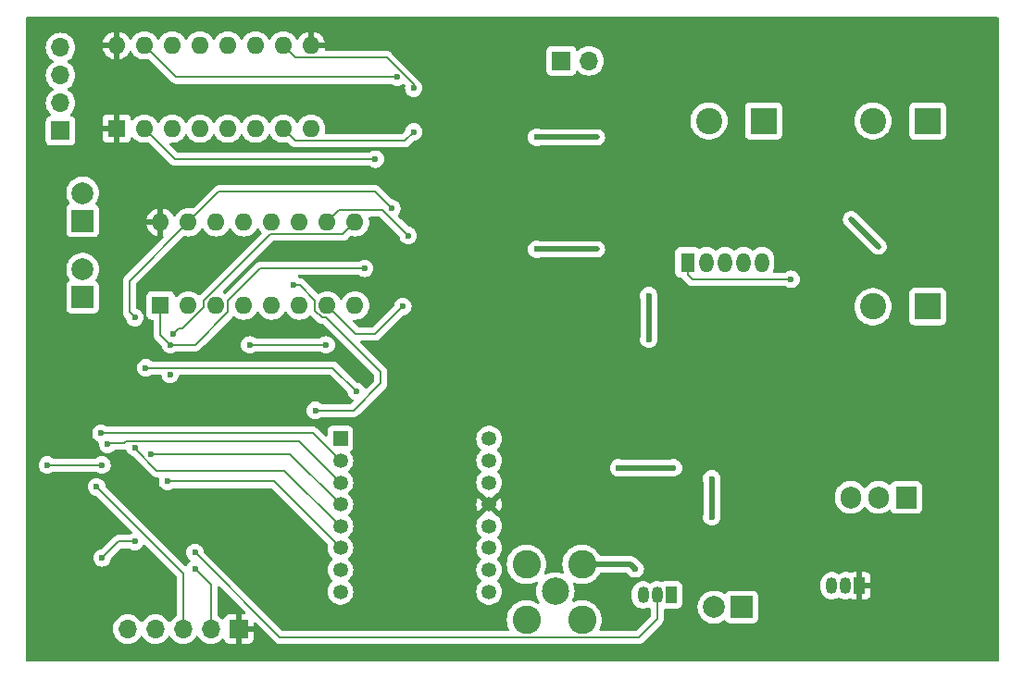
<source format=gbr>
%TF.GenerationSoftware,KiCad,Pcbnew,8.0.3*%
%TF.CreationDate,2024-07-18T08:26:54+01:00*%
%TF.ProjectId,sub,7375622e-6b69-4636-9164-5f7063625858,rev?*%
%TF.SameCoordinates,Original*%
%TF.FileFunction,Copper,L2,Bot*%
%TF.FilePolarity,Positive*%
%FSLAX46Y46*%
G04 Gerber Fmt 4.6, Leading zero omitted, Abs format (unit mm)*
G04 Created by KiCad (PCBNEW 8.0.3) date 2024-07-18 08:26:54*
%MOMM*%
%LPD*%
G01*
G04 APERTURE LIST*
%TA.AperFunction,ComponentPad*%
%ADD10R,2.400000X2.400000*%
%TD*%
%TA.AperFunction,ComponentPad*%
%ADD11C,2.400000*%
%TD*%
%TA.AperFunction,ComponentPad*%
%ADD12R,1.600000X1.600000*%
%TD*%
%TA.AperFunction,ComponentPad*%
%ADD13O,1.600000X1.600000*%
%TD*%
%TA.AperFunction,ComponentPad*%
%ADD14C,2.600000*%
%TD*%
%TA.AperFunction,ComponentPad*%
%ADD15C,2.500000*%
%TD*%
%TA.AperFunction,ComponentPad*%
%ADD16R,1.700000X1.700000*%
%TD*%
%TA.AperFunction,ComponentPad*%
%ADD17O,1.700000X1.700000*%
%TD*%
%TA.AperFunction,ComponentPad*%
%ADD18R,1.275000X1.800000*%
%TD*%
%TA.AperFunction,ComponentPad*%
%ADD19O,1.275000X1.800000*%
%TD*%
%TA.AperFunction,ComponentPad*%
%ADD20R,2.000000X2.000000*%
%TD*%
%TA.AperFunction,ComponentPad*%
%ADD21C,2.000000*%
%TD*%
%TA.AperFunction,ComponentPad*%
%ADD22R,1.350000X1.350000*%
%TD*%
%TA.AperFunction,ComponentPad*%
%ADD23C,1.350000*%
%TD*%
%TA.AperFunction,ComponentPad*%
%ADD24R,1.050000X1.500000*%
%TD*%
%TA.AperFunction,ComponentPad*%
%ADD25O,1.050000X1.500000*%
%TD*%
%TA.AperFunction,ComponentPad*%
%ADD26R,1.905000X2.000000*%
%TD*%
%TA.AperFunction,ComponentPad*%
%ADD27O,1.905000X2.000000*%
%TD*%
%TA.AperFunction,ViaPad*%
%ADD28C,0.600000*%
%TD*%
%TA.AperFunction,ViaPad*%
%ADD29C,0.500000*%
%TD*%
%TA.AperFunction,Conductor*%
%ADD30C,0.500000*%
%TD*%
%TA.AperFunction,Conductor*%
%ADD31C,0.200000*%
%TD*%
G04 APERTURE END LIST*
D10*
%TO.P,C6,1*%
%TO.N,Net-(U5-INPUT)*%
X146000000Y-70500000D03*
D11*
%TO.P,C6,2*%
%TO.N,GND*%
X141000000Y-70500000D03*
%TD*%
D10*
%TO.P,C5,1*%
%TO.N,Net-(C5-Pad1)*%
X146000000Y-87500000D03*
D11*
%TO.P,C5,2*%
%TO.N,GND*%
X141000000Y-87500000D03*
%TD*%
D10*
%TO.P,C4,1*%
%TO.N,Net-(C4-Pad1)*%
X131000000Y-70500000D03*
D11*
%TO.P,C4,2*%
%TO.N,Net-(U5-COMPENSATION)*%
X126000000Y-70500000D03*
%TD*%
D12*
%TO.P,U1,1,EN1\u002C2*%
%TO.N,DC_MOTOR_EN1_2*%
X75855000Y-87390000D03*
D13*
%TO.P,U1,2,1A*%
%TO.N,DC_MOTOR1*%
X78395000Y-87390000D03*
%TO.P,U1,3,1Y*%
%TO.N,Net-(M2-+)*%
X80935000Y-87390000D03*
%TO.P,U1,4,GND*%
%TO.N,GND*%
X83475000Y-87390000D03*
%TO.P,U1,5,GND*%
X86015000Y-87390000D03*
%TO.P,U1,6,2Y*%
%TO.N,Net-(M2--)*%
X88555000Y-87390000D03*
%TO.P,U1,7,2A*%
%TO.N,DC_MOTOR2*%
X91095000Y-87390000D03*
%TO.P,U1,8,VCC2*%
%TO.N,+BATT*%
X93635000Y-87390000D03*
%TO.P,U1,9,EN3\u002C4*%
%TO.N,DC_MOTOR_EN3_4*%
X93635000Y-79770000D03*
%TO.P,U1,10,3A*%
%TO.N,DC_MOTOR3*%
X91095000Y-79770000D03*
%TO.P,U1,11,3Y*%
%TO.N,Net-(M1-+)*%
X88555000Y-79770000D03*
%TO.P,U1,12,GND*%
%TO.N,GND*%
X86015000Y-79770000D03*
%TO.P,U1,13,GND*%
X83475000Y-79770000D03*
%TO.P,U1,14,4Y*%
%TO.N,Net-(M1--)*%
X80935000Y-79770000D03*
%TO.P,U1,15,4A*%
%TO.N,DC_MOTOR4*%
X78395000Y-79770000D03*
%TO.P,U1,16,VCC1*%
%TO.N,+3V3*%
X75855000Y-79770000D03*
%TD*%
D14*
%TO.P,J1,1*%
%TO.N,GND*%
X109312500Y-111092500D03*
X109312500Y-116172500D03*
X114392500Y-111092500D03*
X114392500Y-116172500D03*
D15*
%TO.P,J1,2*%
%TO.N,Net-(U4-ANT)*%
X111952500Y-113557500D03*
%TD*%
D16*
%TO.P,J3,1,+*%
%TO.N,+BATT*%
X112500000Y-65000000D03*
D17*
%TO.P,J3,2,-*%
%TO.N,GND*%
X115040000Y-65000000D03*
%TD*%
D18*
%TO.P,U5,1,FEEDBACK*%
%TO.N,Net-(U5-FEEDBACK)*%
X124052271Y-83445000D03*
D19*
%TO.P,U5,2,OUTPUT*%
%TO.N,Net-(D1-K)*%
X125752271Y-83445000D03*
%TO.P,U5,3,GND*%
%TO.N,GND*%
X127452271Y-83445000D03*
%TO.P,U5,4,INPUT*%
%TO.N,Net-(U5-INPUT)*%
X129152271Y-83445000D03*
%TO.P,U5,5,COMPENSATION*%
%TO.N,Net-(U5-COMPENSATION)*%
X130852271Y-83445000D03*
%TD*%
D16*
%TO.P,M3,1*%
%TO.N,Net-(U3-1Y)*%
X66705000Y-71410000D03*
D17*
%TO.P,M3,2,-*%
%TO.N,Net-(M3--)*%
X66705000Y-68870000D03*
%TO.P,M3,3*%
%TO.N,Net-(U3-3Y)*%
X66705000Y-66330000D03*
%TO.P,M3,4*%
%TO.N,Net-(U3-4Y)*%
X66705000Y-63790000D03*
%TD*%
D16*
%TO.P,J2,1,Pin_1*%
%TO.N,+3V3*%
X83000000Y-117000000D03*
D17*
%TO.P,J2,2,Pin_2*%
%TO.N,/mcu/SWCLK*%
X80460000Y-117000000D03*
%TO.P,J2,3,Pin_3*%
%TO.N,/mcu/SWDIO*%
X77920000Y-117000000D03*
%TO.P,J2,4,Pin_4*%
%TO.N,/mcu/RESET*%
X75380000Y-117000000D03*
%TO.P,J2,5,Pin_5*%
%TO.N,GND*%
X72840000Y-117000000D03*
%TD*%
D20*
%TO.P,M2,1,+*%
%TO.N,Net-(M2-+)*%
X68730000Y-86630000D03*
D21*
%TO.P,M2,2,-*%
%TO.N,Net-(M2--)*%
X68730000Y-84090000D03*
%TD*%
D22*
%TO.P,U4,1,GND*%
%TO.N,GND*%
X92292500Y-99592500D03*
D23*
%TO.P,U4,2,MISO*%
%TO.N,MISO*%
X92292500Y-101592500D03*
%TO.P,U4,3,MOSI*%
%TO.N,MOSI*%
X92292500Y-103592500D03*
%TO.P,U4,4,SCK*%
%TO.N,SCK*%
X92292500Y-105592500D03*
%TO.P,U4,5,NSS*%
%TO.N,NSS*%
X92292500Y-107592500D03*
%TO.P,U4,6,RESET*%
%TO.N,RESET_RADIO*%
X92292500Y-109592500D03*
%TO.P,U4,7,DIO5*%
%TO.N,unconnected-(U4-DIO5-Pad7)*%
X92292500Y-111592500D03*
%TO.P,U4,8,GND*%
%TO.N,GND*%
X92292500Y-113592500D03*
%TO.P,U4,9,ANT*%
%TO.N,Net-(U4-ANT)*%
X105892500Y-113592500D03*
%TO.P,U4,10,GND*%
%TO.N,GND*%
X105892500Y-111592500D03*
%TO.P,U4,11,DIO3*%
%TO.N,unconnected-(U4-DIO3-Pad11)*%
X105892500Y-109592500D03*
%TO.P,U4,12,DIO4*%
%TO.N,unconnected-(U4-DIO4-Pad12)*%
X105892500Y-107592500D03*
%TO.P,U4,13,3.3V*%
%TO.N,+3V3*%
X105892500Y-105592500D03*
%TO.P,U4,14,DIO0*%
%TO.N,RADIO_DONE*%
X105892500Y-103592500D03*
%TO.P,U4,15,DIO1*%
%TO.N,unconnected-(U4-DIO1-Pad15)*%
X105892500Y-101592500D03*
%TO.P,U4,16,DIO2*%
%TO.N,unconnected-(U4-DIO2-Pad16)*%
X105892500Y-99592500D03*
%TD*%
D24*
%TO.P,U6,1,VO*%
%TO.N,+3V3*%
X139770000Y-113045000D03*
D25*
%TO.P,U6,2,GND*%
%TO.N,GND*%
X138500000Y-113045000D03*
%TO.P,U6,3,VI*%
%TO.N,+6V*%
X137230000Y-113045000D03*
%TD*%
D26*
%TO.P,U7,1,IN*%
%TO.N,Net-(U7-IN)*%
X144040000Y-104960000D03*
D27*
%TO.P,U7,2,GND*%
%TO.N,GND*%
X141500000Y-104960000D03*
%TO.P,U7,3,OUT*%
%TO.N,Net-(U7-OUT)*%
X138960000Y-104960000D03*
%TD*%
D24*
%TO.P,Q1,1,D*%
%TO.N,Net-(Q1-D)*%
X122520000Y-113890000D03*
D25*
%TO.P,Q1,2,G*%
%TO.N,ELECTROMAGNET*%
X121250000Y-113890000D03*
%TO.P,Q1,3,S*%
%TO.N,GND*%
X119980000Y-113890000D03*
%TD*%
D12*
%TO.P,U3,1,EN1\u002C2*%
%TO.N,+3V3*%
X71830000Y-71210000D03*
D13*
%TO.P,U3,2,1A*%
%TO.N,STEPPER1*%
X74370000Y-71210000D03*
%TO.P,U3,3,1Y*%
%TO.N,Net-(U3-1Y)*%
X76910000Y-71210000D03*
%TO.P,U3,4,GND*%
%TO.N,GND*%
X79450000Y-71210000D03*
%TO.P,U3,5,GND*%
X81990000Y-71210000D03*
%TO.P,U3,6,2Y*%
%TO.N,Net-(M3--)*%
X84530000Y-71210000D03*
%TO.P,U3,7,2A*%
%TO.N,STEPPER2*%
X87070000Y-71210000D03*
%TO.P,U3,8,VCC2*%
%TO.N,+BATT*%
X89610000Y-71210000D03*
%TO.P,U3,9,EN3\u002C4*%
%TO.N,+3V3*%
X89610000Y-63590000D03*
%TO.P,U3,10,3A*%
%TO.N,STEPPER3*%
X87070000Y-63590000D03*
%TO.P,U3,11,3Y*%
%TO.N,Net-(U3-3Y)*%
X84530000Y-63590000D03*
%TO.P,U3,12,GND*%
%TO.N,GND*%
X81990000Y-63590000D03*
%TO.P,U3,13,GND*%
X79450000Y-63590000D03*
%TO.P,U3,14,4Y*%
%TO.N,Net-(U3-4Y)*%
X76910000Y-63590000D03*
%TO.P,U3,15,4A*%
%TO.N,STEPPER4*%
X74370000Y-63590000D03*
%TO.P,U3,16,VCC1*%
%TO.N,+3V3*%
X71830000Y-63590000D03*
%TD*%
D20*
%TO.P,L1,1,-*%
%TO.N,+6V*%
X129000000Y-115000000D03*
D21*
%TO.P,L1,2,+*%
%TO.N,Net-(D13-A)*%
X126460000Y-115000000D03*
%TD*%
D20*
%TO.P,M1,1,+*%
%TO.N,Net-(M1-+)*%
X68730000Y-79630000D03*
D21*
%TO.P,M1,2,-*%
%TO.N,Net-(M1--)*%
X68730000Y-77090000D03*
%TD*%
D28*
%TO.N,GND*%
X76741620Y-93700000D03*
X117750000Y-102250000D03*
D29*
X139000000Y-79500000D03*
X115750000Y-82250000D03*
D28*
X126250000Y-106750000D03*
X122750000Y-102250000D03*
X70500000Y-102000000D03*
X126250000Y-103250000D03*
X65500000Y-102000000D03*
D29*
X141500000Y-82000000D03*
D28*
X110250000Y-82250000D03*
X119250000Y-111500000D03*
X110250000Y-72000000D03*
D29*
X115750000Y-72000000D03*
D28*
%TO.N,+3V3*%
X78000000Y-106500000D03*
X66000000Y-94500000D03*
D29*
X146500000Y-114000000D03*
D28*
X67500000Y-105900000D03*
X76002572Y-96573147D03*
X77500000Y-98000000D03*
X80500000Y-106500000D03*
X72500000Y-97000000D03*
%TO.N,/mcu/SWDIO*%
X70000000Y-104000000D03*
%TO.N,/mcu/SWCLK*%
X79000000Y-111500000D03*
%TO.N,Net-(U2-BOOT0)*%
X70500000Y-110500000D03*
X73500000Y-109000000D03*
%TO.N,DC_MOTOR2*%
X98000000Y-87500000D03*
%TO.N,DC_MOTOR_EN1_2*%
X76751471Y-91000000D03*
X94500000Y-84000000D03*
%TO.N,DC_MOTOR3*%
X98500000Y-81000000D03*
%TO.N,DC_MOTOR4*%
X97000000Y-78500000D03*
X73500000Y-88500000D03*
%TO.N,DC_MOTOR_EN3_4*%
X77000000Y-90000000D03*
%TO.N,DC_MOTOR1*%
X91000000Y-91000000D03*
X84000000Y-91000000D03*
%TO.N,NSS*%
X73500000Y-100400000D03*
%TO.N,SCK*%
X75000000Y-101000000D03*
%TO.N,STEPPER4*%
X97500000Y-66500000D03*
%TO.N,STEPPER1*%
X95500000Y-74000000D03*
%TO.N,MOSI*%
X71000000Y-100098529D03*
%TO.N,STEPPER3*%
X99000000Y-67500000D03*
%TO.N,RESET_RADIO*%
X76500000Y-103500000D03*
%TO.N,MISO*%
X70401471Y-99098529D03*
%TO.N,STEPPER2*%
X99000000Y-71500000D03*
X90000000Y-97000000D03*
X88000000Y-85500000D03*
%TO.N,RADIO_DONE*%
X74500000Y-93100000D03*
X93750000Y-95250000D03*
%TO.N,ELECTROMAGNET*%
X79000000Y-110000000D03*
%TO.N,Net-(C5-Pad1)*%
X120500000Y-90500000D03*
X120500000Y-86500000D03*
%TO.N,Net-(U5-FEEDBACK)*%
X133500000Y-85000000D03*
%TD*%
D30*
%TO.N,GND*%
X110250000Y-82250000D02*
X115750000Y-82250000D01*
D31*
X70500000Y-102000000D02*
X65500000Y-102000000D01*
D30*
X118842500Y-111092500D02*
X114392500Y-111092500D01*
X141500000Y-82000000D02*
X139000000Y-79500000D01*
X122750000Y-102250000D02*
X117750000Y-102250000D01*
D31*
X76741620Y-93700000D02*
X76900000Y-93541620D01*
D30*
X110250000Y-72000000D02*
X115750000Y-72000000D01*
X119250000Y-111500000D02*
X118842500Y-111092500D01*
X126250000Y-106750000D02*
X126250000Y-103250000D01*
D31*
%TO.N,/mcu/SWDIO*%
X70000000Y-104000000D02*
X77920000Y-111920000D01*
X77920000Y-111920000D02*
X77920000Y-117000000D01*
%TO.N,/mcu/SWCLK*%
X80460000Y-112960000D02*
X80460000Y-117000000D01*
X79000000Y-111500000D02*
X80460000Y-112960000D01*
%TO.N,Net-(U2-BOOT0)*%
X72000000Y-109000000D02*
X70500000Y-110500000D01*
X73500000Y-109000000D02*
X72000000Y-109000000D01*
%TO.N,DC_MOTOR2*%
X93705000Y-90000000D02*
X91095000Y-87390000D01*
X95500000Y-90000000D02*
X93705000Y-90000000D01*
X98000000Y-87500000D02*
X95500000Y-90000000D01*
%TO.N,DC_MOTOR_EN1_2*%
X79000000Y-91000000D02*
X76751471Y-91000000D01*
X75855000Y-90103529D02*
X75855000Y-87390000D01*
X75855000Y-87615000D02*
X75855000Y-87390000D01*
X84969365Y-84000000D02*
X82035000Y-86934365D01*
X82035000Y-87965000D02*
X79000000Y-91000000D01*
X82035000Y-86934365D02*
X82035000Y-87965000D01*
X76751471Y-91000000D02*
X75855000Y-90103529D01*
X94500000Y-84000000D02*
X84969365Y-84000000D01*
%TO.N,DC_MOTOR3*%
X92195000Y-78670000D02*
X91095000Y-79770000D01*
X98500000Y-81000000D02*
X96170000Y-78670000D01*
X96170000Y-78670000D02*
X92195000Y-78670000D01*
%TO.N,DC_MOTOR4*%
X81165000Y-77000000D02*
X78395000Y-79770000D01*
X95500000Y-77000000D02*
X81165000Y-77000000D01*
X73000000Y-85500000D02*
X73000000Y-88000000D01*
X73000000Y-88000000D02*
X73500000Y-88500000D01*
X78395000Y-79770000D02*
X73000000Y-85165000D01*
X73000000Y-85165000D02*
X73000000Y-85500000D01*
X97000000Y-78500000D02*
X95500000Y-77000000D01*
%TO.N,DC_MOTOR_EN3_4*%
X85899365Y-80870000D02*
X92535000Y-80870000D01*
X79835000Y-86934365D02*
X85899365Y-80870000D01*
X92535000Y-80870000D02*
X93635000Y-79770000D01*
X77000000Y-90000000D02*
X77500000Y-89500000D01*
X79835000Y-87505635D02*
X79835000Y-86934365D01*
X77840635Y-89500000D02*
X79835000Y-87505635D01*
X77500000Y-89500000D02*
X77840635Y-89500000D01*
%TO.N,DC_MOTOR1*%
X84000000Y-91000000D02*
X91000000Y-91000000D01*
%TO.N,NSS*%
X75500000Y-102500000D02*
X87200000Y-102500000D01*
X73500000Y-100400000D02*
X73500000Y-100500000D01*
X73500000Y-100500000D02*
X75500000Y-102500000D01*
X87200000Y-102500000D02*
X92292500Y-107592500D01*
%TO.N,SCK*%
X75000000Y-101000000D02*
X87700000Y-101000000D01*
X87700000Y-101000000D02*
X92292500Y-105592500D01*
%TO.N,STEPPER4*%
X77280000Y-66500000D02*
X74370000Y-63590000D01*
X97500000Y-66500000D02*
X77280000Y-66500000D01*
%TO.N,STEPPER1*%
X95500000Y-74000000D02*
X77160000Y-74000000D01*
X77160000Y-74000000D02*
X74370000Y-71210000D01*
%TO.N,MOSI*%
X72500000Y-100000000D02*
X72700000Y-99800000D01*
X88500000Y-99800000D02*
X92292500Y-103592500D01*
X71098529Y-100000000D02*
X72500000Y-100000000D01*
X71000000Y-100098529D02*
X71098529Y-100000000D01*
X72700000Y-99800000D02*
X88500000Y-99800000D01*
%TO.N,STEPPER3*%
X88170000Y-64690000D02*
X87070000Y-63590000D01*
X99000000Y-67500000D02*
X99000000Y-67151471D01*
X96538529Y-64690000D02*
X88170000Y-64690000D01*
X99000000Y-67151471D02*
X96538529Y-64690000D01*
%TO.N,RESET_RADIO*%
X76500000Y-103500000D02*
X86200000Y-103500000D01*
X86200000Y-103500000D02*
X92292500Y-109592500D01*
%TO.N,MISO*%
X89798529Y-99098529D02*
X92292500Y-101592500D01*
X70401471Y-99098529D02*
X89798529Y-99098529D01*
%TO.N,STEPPER2*%
X98190000Y-72310000D02*
X88170000Y-72310000D01*
X88000000Y-85500000D02*
X88560635Y-85500000D01*
X90639365Y-88490000D02*
X90990000Y-88490000D01*
X99000000Y-71500000D02*
X98190000Y-72310000D01*
X90990000Y-88490000D02*
X96000000Y-93500000D01*
X88170000Y-72310000D02*
X87070000Y-71210000D01*
X93500000Y-97000000D02*
X90000000Y-97000000D01*
X89995000Y-87845635D02*
X90639365Y-88490000D01*
X89995000Y-86934365D02*
X89995000Y-87845635D01*
X88560635Y-85500000D02*
X89995000Y-86934365D01*
X96000000Y-94500000D02*
X93500000Y-97000000D01*
X96000000Y-93500000D02*
X96000000Y-94500000D01*
%TO.N,RADIO_DONE*%
X105592500Y-103592500D02*
X105892500Y-103592500D01*
X91600000Y-93100000D02*
X74500000Y-93100000D01*
X93750000Y-95250000D02*
X91600000Y-93100000D01*
%TO.N,ELECTROMAGNET*%
X86772500Y-117772500D02*
X119577500Y-117772500D01*
X121250000Y-116100000D02*
X119577500Y-117772500D01*
X79000000Y-110000000D02*
X86772500Y-117772500D01*
X121250000Y-113890000D02*
X121250000Y-116100000D01*
D30*
%TO.N,Net-(C5-Pad1)*%
X120500000Y-86500000D02*
X120500000Y-90500000D01*
D31*
%TO.N,Net-(U5-FEEDBACK)*%
X133500000Y-85000000D02*
X124500000Y-85000000D01*
X124052271Y-84552271D02*
X124052271Y-83445000D01*
X124500000Y-85000000D02*
X124052271Y-84552271D01*
%TD*%
%TA.AperFunction,Conductor*%
%TO.N,+3V3*%
G36*
X81265703Y-113115384D02*
G01*
X81272181Y-113121416D01*
X83589084Y-115438319D01*
X83622569Y-115499642D01*
X83617585Y-115569334D01*
X83575713Y-115625267D01*
X83510249Y-115649684D01*
X83501403Y-115650000D01*
X83250000Y-115650000D01*
X83250000Y-116566988D01*
X83192993Y-116534075D01*
X83065826Y-116500000D01*
X82934174Y-116500000D01*
X82807007Y-116534075D01*
X82750000Y-116566988D01*
X82750000Y-115650000D01*
X82102155Y-115650000D01*
X82042627Y-115656401D01*
X82042620Y-115656403D01*
X81907913Y-115706645D01*
X81907906Y-115706649D01*
X81792812Y-115792809D01*
X81792809Y-115792812D01*
X81706649Y-115907906D01*
X81706645Y-115907913D01*
X81657578Y-116039470D01*
X81615707Y-116095404D01*
X81550242Y-116119821D01*
X81481969Y-116104969D01*
X81453715Y-116083819D01*
X81409366Y-116039470D01*
X81331401Y-115961505D01*
X81331397Y-115961502D01*
X81331396Y-115961501D01*
X81137831Y-115825965D01*
X81137826Y-115825962D01*
X81132091Y-115823288D01*
X81079653Y-115777113D01*
X81060500Y-115710908D01*
X81060500Y-113209097D01*
X81080185Y-113142058D01*
X81132989Y-113096303D01*
X81202147Y-113086359D01*
X81265703Y-113115384D01*
G37*
%TD.AperFunction*%
%TA.AperFunction,Conductor*%
G36*
X152442539Y-61020185D02*
G01*
X152488294Y-61072989D01*
X152499500Y-61124500D01*
X152499500Y-119875500D01*
X152479815Y-119942539D01*
X152427011Y-119988294D01*
X152375500Y-119999500D01*
X63624500Y-119999500D01*
X63557461Y-119979815D01*
X63511706Y-119927011D01*
X63500500Y-119875500D01*
X63500500Y-103999996D01*
X69194435Y-103999996D01*
X69194435Y-104000003D01*
X69214630Y-104179249D01*
X69214631Y-104179254D01*
X69274211Y-104349523D01*
X69369304Y-104500862D01*
X69370184Y-104502262D01*
X69497738Y-104629816D01*
X69650478Y-104725789D01*
X69820745Y-104785368D01*
X69907669Y-104795161D01*
X69972080Y-104822226D01*
X69981465Y-104830700D01*
X73214278Y-108063513D01*
X73247763Y-108124836D01*
X73242779Y-108194528D01*
X73200907Y-108250461D01*
X73167554Y-108268235D01*
X73150478Y-108274210D01*
X72997736Y-108370185D01*
X72994903Y-108372445D01*
X72992724Y-108373334D01*
X72991842Y-108373889D01*
X72991744Y-108373734D01*
X72930217Y-108398855D01*
X72917588Y-108399500D01*
X71920940Y-108399500D01*
X71880019Y-108410464D01*
X71880019Y-108410465D01*
X71842751Y-108420451D01*
X71768214Y-108440423D01*
X71768209Y-108440426D01*
X71631290Y-108519475D01*
X71631282Y-108519481D01*
X71519478Y-108631286D01*
X70481465Y-109669298D01*
X70420142Y-109702783D01*
X70407668Y-109704837D01*
X70320750Y-109714630D01*
X70150478Y-109774210D01*
X69997737Y-109870184D01*
X69870184Y-109997737D01*
X69774211Y-110150476D01*
X69714631Y-110320745D01*
X69714630Y-110320750D01*
X69694435Y-110499996D01*
X69694435Y-110500003D01*
X69714630Y-110679249D01*
X69714631Y-110679254D01*
X69774211Y-110849523D01*
X69850558Y-110971027D01*
X69870184Y-111002262D01*
X69997738Y-111129816D01*
X70150478Y-111225789D01*
X70320745Y-111285368D01*
X70320750Y-111285369D01*
X70499996Y-111305565D01*
X70500000Y-111305565D01*
X70500004Y-111305565D01*
X70679249Y-111285369D01*
X70679252Y-111285368D01*
X70679255Y-111285368D01*
X70849522Y-111225789D01*
X71002262Y-111129816D01*
X71129816Y-111002262D01*
X71225789Y-110849522D01*
X71285368Y-110679255D01*
X71295161Y-110592329D01*
X71322226Y-110527918D01*
X71330690Y-110518543D01*
X72212416Y-109636819D01*
X72273739Y-109603334D01*
X72300097Y-109600500D01*
X72917588Y-109600500D01*
X72984627Y-109620185D01*
X72994903Y-109627555D01*
X72997736Y-109629814D01*
X72997738Y-109629816D01*
X73078982Y-109680865D01*
X73132718Y-109714630D01*
X73150478Y-109725789D01*
X73288857Y-109774210D01*
X73320745Y-109785368D01*
X73320750Y-109785369D01*
X73499996Y-109805565D01*
X73500000Y-109805565D01*
X73500004Y-109805565D01*
X73679249Y-109785369D01*
X73679252Y-109785368D01*
X73679255Y-109785368D01*
X73849522Y-109725789D01*
X74002262Y-109629816D01*
X74129816Y-109502262D01*
X74225789Y-109349522D01*
X74231762Y-109332449D01*
X74272482Y-109275674D01*
X74337434Y-109249924D01*
X74405996Y-109263379D01*
X74436486Y-109285721D01*
X77283181Y-112132416D01*
X77316666Y-112193739D01*
X77319500Y-112220097D01*
X77319500Y-115710908D01*
X77299815Y-115777947D01*
X77247914Y-115823286D01*
X77242173Y-115825963D01*
X77242169Y-115825965D01*
X77048597Y-115961505D01*
X76881505Y-116128597D01*
X76751575Y-116314158D01*
X76696998Y-116357783D01*
X76627500Y-116364977D01*
X76565145Y-116333454D01*
X76548425Y-116314158D01*
X76418494Y-116128597D01*
X76251402Y-115961506D01*
X76251395Y-115961501D01*
X76057834Y-115825967D01*
X76057830Y-115825965D01*
X75954855Y-115777947D01*
X75843663Y-115726097D01*
X75843659Y-115726096D01*
X75843655Y-115726094D01*
X75615413Y-115664938D01*
X75615403Y-115664936D01*
X75380001Y-115644341D01*
X75379999Y-115644341D01*
X75144596Y-115664936D01*
X75144586Y-115664938D01*
X74916344Y-115726094D01*
X74916335Y-115726098D01*
X74702171Y-115825964D01*
X74702169Y-115825965D01*
X74508597Y-115961505D01*
X74341505Y-116128597D01*
X74211575Y-116314158D01*
X74156998Y-116357783D01*
X74087500Y-116364977D01*
X74025145Y-116333454D01*
X74008425Y-116314158D01*
X73878494Y-116128597D01*
X73711402Y-115961506D01*
X73711395Y-115961501D01*
X73517834Y-115825967D01*
X73517830Y-115825965D01*
X73414855Y-115777947D01*
X73303663Y-115726097D01*
X73303659Y-115726096D01*
X73303655Y-115726094D01*
X73075413Y-115664938D01*
X73075403Y-115664936D01*
X72840001Y-115644341D01*
X72839999Y-115644341D01*
X72604596Y-115664936D01*
X72604586Y-115664938D01*
X72376344Y-115726094D01*
X72376335Y-115726098D01*
X72162171Y-115825964D01*
X72162169Y-115825965D01*
X71968597Y-115961505D01*
X71801505Y-116128597D01*
X71665965Y-116322169D01*
X71665964Y-116322171D01*
X71566098Y-116536335D01*
X71566094Y-116536344D01*
X71504938Y-116764586D01*
X71504936Y-116764596D01*
X71484341Y-116999999D01*
X71484341Y-117000000D01*
X71504936Y-117235403D01*
X71504938Y-117235413D01*
X71566094Y-117463655D01*
X71566096Y-117463659D01*
X71566097Y-117463663D01*
X71646004Y-117635023D01*
X71665965Y-117677830D01*
X71665967Y-117677834D01*
X71774281Y-117832521D01*
X71801505Y-117871401D01*
X71968599Y-118038495D01*
X72045135Y-118092086D01*
X72162165Y-118174032D01*
X72162167Y-118174033D01*
X72162170Y-118174035D01*
X72376337Y-118273903D01*
X72604592Y-118335063D01*
X72775319Y-118350000D01*
X72839999Y-118355659D01*
X72840000Y-118355659D01*
X72840001Y-118355659D01*
X72904681Y-118350000D01*
X73075408Y-118335063D01*
X73303663Y-118273903D01*
X73517830Y-118174035D01*
X73711401Y-118038495D01*
X73878495Y-117871401D01*
X74008425Y-117685842D01*
X74063002Y-117642217D01*
X74132500Y-117635023D01*
X74194855Y-117666546D01*
X74211575Y-117685842D01*
X74341500Y-117871395D01*
X74341505Y-117871401D01*
X74508599Y-118038495D01*
X74585135Y-118092086D01*
X74702165Y-118174032D01*
X74702167Y-118174033D01*
X74702170Y-118174035D01*
X74916337Y-118273903D01*
X75144592Y-118335063D01*
X75315319Y-118350000D01*
X75379999Y-118355659D01*
X75380000Y-118355659D01*
X75380001Y-118355659D01*
X75444681Y-118350000D01*
X75615408Y-118335063D01*
X75843663Y-118273903D01*
X76057830Y-118174035D01*
X76251401Y-118038495D01*
X76418495Y-117871401D01*
X76548425Y-117685842D01*
X76603002Y-117642217D01*
X76672500Y-117635023D01*
X76734855Y-117666546D01*
X76751575Y-117685842D01*
X76881500Y-117871395D01*
X76881505Y-117871401D01*
X77048599Y-118038495D01*
X77125135Y-118092086D01*
X77242165Y-118174032D01*
X77242167Y-118174033D01*
X77242170Y-118174035D01*
X77456337Y-118273903D01*
X77684592Y-118335063D01*
X77855319Y-118350000D01*
X77919999Y-118355659D01*
X77920000Y-118355659D01*
X77920001Y-118355659D01*
X77984681Y-118350000D01*
X78155408Y-118335063D01*
X78383663Y-118273903D01*
X78597830Y-118174035D01*
X78791401Y-118038495D01*
X78958495Y-117871401D01*
X79088425Y-117685842D01*
X79143002Y-117642217D01*
X79212500Y-117635023D01*
X79274855Y-117666546D01*
X79291575Y-117685842D01*
X79421500Y-117871395D01*
X79421505Y-117871401D01*
X79588599Y-118038495D01*
X79665135Y-118092086D01*
X79782165Y-118174032D01*
X79782167Y-118174033D01*
X79782170Y-118174035D01*
X79996337Y-118273903D01*
X80224592Y-118335063D01*
X80395319Y-118350000D01*
X80459999Y-118355659D01*
X80460000Y-118355659D01*
X80460001Y-118355659D01*
X80524681Y-118350000D01*
X80695408Y-118335063D01*
X80923663Y-118273903D01*
X81137830Y-118174035D01*
X81331401Y-118038495D01*
X81453717Y-117916178D01*
X81515036Y-117882696D01*
X81584728Y-117887680D01*
X81640662Y-117929551D01*
X81657577Y-117960528D01*
X81706646Y-118092088D01*
X81706649Y-118092093D01*
X81792809Y-118207187D01*
X81792812Y-118207190D01*
X81907906Y-118293350D01*
X81907913Y-118293354D01*
X82042620Y-118343596D01*
X82042627Y-118343598D01*
X82102155Y-118349999D01*
X82102172Y-118350000D01*
X82750000Y-118350000D01*
X82750000Y-117433012D01*
X82807007Y-117465925D01*
X82934174Y-117500000D01*
X83065826Y-117500000D01*
X83192993Y-117465925D01*
X83250000Y-117433012D01*
X83250000Y-118350000D01*
X83897828Y-118350000D01*
X83897844Y-118349999D01*
X83957372Y-118343598D01*
X83957379Y-118343596D01*
X84092086Y-118293354D01*
X84092093Y-118293350D01*
X84207187Y-118207190D01*
X84207190Y-118207187D01*
X84293350Y-118092093D01*
X84293354Y-118092086D01*
X84343596Y-117957379D01*
X84343598Y-117957372D01*
X84349999Y-117897844D01*
X84350000Y-117897827D01*
X84350000Y-117250000D01*
X83433012Y-117250000D01*
X83465925Y-117192993D01*
X83500000Y-117065826D01*
X83500000Y-116934174D01*
X83465925Y-116807007D01*
X83433012Y-116750000D01*
X84350000Y-116750000D01*
X84350000Y-116498597D01*
X84369685Y-116431558D01*
X84422489Y-116385803D01*
X84491647Y-116375859D01*
X84555203Y-116404884D01*
X84561681Y-116410916D01*
X86287639Y-118136874D01*
X86287649Y-118136885D01*
X86291979Y-118141215D01*
X86291980Y-118141216D01*
X86403784Y-118253020D01*
X86490595Y-118303139D01*
X86490597Y-118303141D01*
X86528651Y-118325111D01*
X86540715Y-118332077D01*
X86693443Y-118373001D01*
X86693446Y-118373001D01*
X86859153Y-118373001D01*
X86859169Y-118373000D01*
X119490831Y-118373000D01*
X119490847Y-118373001D01*
X119498443Y-118373001D01*
X119656554Y-118373001D01*
X119656557Y-118373001D01*
X119809285Y-118332077D01*
X119859404Y-118303139D01*
X119946216Y-118253020D01*
X120058020Y-118141216D01*
X120058020Y-118141214D01*
X120068228Y-118131007D01*
X120068230Y-118131004D01*
X121608506Y-116590728D01*
X121608511Y-116590724D01*
X121618714Y-116580520D01*
X121618716Y-116580520D01*
X121730520Y-116468716D01*
X121792006Y-116362218D01*
X121809577Y-116331785D01*
X121850500Y-116179057D01*
X121850500Y-116020943D01*
X121850500Y-115264499D01*
X121870185Y-115197460D01*
X121922989Y-115151705D01*
X121974495Y-115140499D01*
X123092872Y-115140499D01*
X123152483Y-115134091D01*
X123287331Y-115083796D01*
X123399276Y-114999994D01*
X124954357Y-114999994D01*
X124954357Y-115000005D01*
X124974890Y-115247812D01*
X124974892Y-115247824D01*
X125035936Y-115488881D01*
X125135826Y-115716606D01*
X125271833Y-115924782D01*
X125271836Y-115924785D01*
X125440256Y-116107738D01*
X125636491Y-116260474D01*
X125636493Y-116260475D01*
X125829595Y-116364977D01*
X125855190Y-116378828D01*
X126090386Y-116459571D01*
X126335665Y-116500500D01*
X126584335Y-116500500D01*
X126829614Y-116459571D01*
X127064810Y-116378828D01*
X127283509Y-116260474D01*
X127366786Y-116195657D01*
X127431780Y-116170014D01*
X127500320Y-116183580D01*
X127550644Y-116232049D01*
X127551841Y-116234607D01*
X127551953Y-116234546D01*
X127556206Y-116242335D01*
X127642452Y-116357544D01*
X127642455Y-116357547D01*
X127757664Y-116443793D01*
X127757671Y-116443797D01*
X127892517Y-116494091D01*
X127892516Y-116494091D01*
X127899444Y-116494835D01*
X127952127Y-116500500D01*
X130047872Y-116500499D01*
X130107483Y-116494091D01*
X130242331Y-116443796D01*
X130357546Y-116357546D01*
X130443796Y-116242331D01*
X130494091Y-116107483D01*
X130500500Y-116047873D01*
X130500499Y-113952128D01*
X130494091Y-113892517D01*
X130475564Y-113842844D01*
X130443797Y-113757671D01*
X130443793Y-113757664D01*
X130357547Y-113642455D01*
X130357544Y-113642452D01*
X130242335Y-113556206D01*
X130242328Y-113556202D01*
X130107482Y-113505908D01*
X130107483Y-113505908D01*
X130047883Y-113499501D01*
X130047881Y-113499500D01*
X130047873Y-113499500D01*
X130047864Y-113499500D01*
X127952129Y-113499500D01*
X127952123Y-113499501D01*
X127892516Y-113505908D01*
X127757671Y-113556202D01*
X127757664Y-113556206D01*
X127642455Y-113642452D01*
X127642452Y-113642455D01*
X127556206Y-113757664D01*
X127551953Y-113765454D01*
X127548750Y-113763705D01*
X127517200Y-113805800D01*
X127451721Y-113830178D01*
X127383457Y-113815286D01*
X127366786Y-113804343D01*
X127357751Y-113797311D01*
X127283509Y-113739526D01*
X127104136Y-113642454D01*
X127064811Y-113621172D01*
X127064802Y-113621169D01*
X126829616Y-113540429D01*
X126584335Y-113499500D01*
X126335665Y-113499500D01*
X126090383Y-113540429D01*
X125855197Y-113621169D01*
X125855188Y-113621172D01*
X125636493Y-113739524D01*
X125440257Y-113892261D01*
X125271833Y-114075217D01*
X125135826Y-114283393D01*
X125035936Y-114511118D01*
X124974892Y-114752175D01*
X124974890Y-114752187D01*
X124954357Y-114999994D01*
X123399276Y-114999994D01*
X123402546Y-114997546D01*
X123488796Y-114882331D01*
X123539091Y-114747483D01*
X123545500Y-114687873D01*
X123545499Y-113092128D01*
X123539904Y-113040078D01*
X123539091Y-113032516D01*
X123488797Y-112897671D01*
X123488793Y-112897664D01*
X123402547Y-112782455D01*
X123402544Y-112782452D01*
X123317773Y-112718992D01*
X136204500Y-112718992D01*
X136204500Y-113371007D01*
X136243907Y-113569119D01*
X136243909Y-113569127D01*
X136321212Y-113755752D01*
X136321217Y-113755762D01*
X136433441Y-113923718D01*
X136576281Y-114066558D01*
X136744237Y-114178782D01*
X136744241Y-114178784D01*
X136744244Y-114178786D01*
X136930873Y-114256091D01*
X137068131Y-114283393D01*
X137128992Y-114295499D01*
X137128996Y-114295500D01*
X137128997Y-114295500D01*
X137331004Y-114295500D01*
X137331005Y-114295499D01*
X137529127Y-114256091D01*
X137715756Y-114178786D01*
X137796110Y-114125094D01*
X137862786Y-114104217D01*
X137930166Y-114122701D01*
X137933865Y-114125078D01*
X138014244Y-114178786D01*
X138200873Y-114256091D01*
X138338131Y-114283393D01*
X138398992Y-114295499D01*
X138398996Y-114295500D01*
X138398997Y-114295500D01*
X138601004Y-114295500D01*
X138601005Y-114295499D01*
X138799127Y-114256091D01*
X138880338Y-114222451D01*
X138949804Y-114214983D01*
X138994859Y-114234594D01*
X138995128Y-114234103D01*
X139000613Y-114237098D01*
X139002099Y-114237745D01*
X139002911Y-114238353D01*
X139002913Y-114238354D01*
X139137620Y-114288596D01*
X139137627Y-114288598D01*
X139197155Y-114294999D01*
X139197172Y-114295000D01*
X139520000Y-114295000D01*
X139520000Y-113410865D01*
X139522383Y-113386671D01*
X139525500Y-113371002D01*
X139525500Y-113330830D01*
X139539745Y-113345075D01*
X139625255Y-113394444D01*
X139720630Y-113420000D01*
X139819370Y-113420000D01*
X139914745Y-113394444D01*
X140000255Y-113345075D01*
X140020000Y-113325330D01*
X140020000Y-114295000D01*
X140342828Y-114295000D01*
X140342844Y-114294999D01*
X140402372Y-114288598D01*
X140402379Y-114288596D01*
X140537086Y-114238354D01*
X140537093Y-114238350D01*
X140652187Y-114152190D01*
X140652190Y-114152187D01*
X140738350Y-114037093D01*
X140738354Y-114037086D01*
X140788596Y-113902379D01*
X140788598Y-113902372D01*
X140794999Y-113842844D01*
X140795000Y-113842827D01*
X140795000Y-113295000D01*
X140050330Y-113295000D01*
X140070075Y-113275255D01*
X140119444Y-113189745D01*
X140145000Y-113094370D01*
X140145000Y-112995630D01*
X140119444Y-112900255D01*
X140070075Y-112814745D01*
X140050330Y-112795000D01*
X140795000Y-112795000D01*
X140795000Y-112247172D01*
X140794999Y-112247155D01*
X140788598Y-112187627D01*
X140788596Y-112187620D01*
X140738354Y-112052913D01*
X140738350Y-112052906D01*
X140652190Y-111937812D01*
X140652187Y-111937809D01*
X140537093Y-111851649D01*
X140537086Y-111851645D01*
X140402379Y-111801403D01*
X140402372Y-111801401D01*
X140342844Y-111795000D01*
X140020000Y-111795000D01*
X140020000Y-112764670D01*
X140000255Y-112744925D01*
X139914745Y-112695556D01*
X139819370Y-112670000D01*
X139720630Y-112670000D01*
X139625255Y-112695556D01*
X139539745Y-112744925D01*
X139525500Y-112759170D01*
X139525500Y-112718996D01*
X139525499Y-112718995D01*
X139522383Y-112703326D01*
X139520000Y-112679134D01*
X139520000Y-111795000D01*
X139197155Y-111795000D01*
X139137627Y-111801401D01*
X139137620Y-111801403D01*
X139002913Y-111851645D01*
X139002911Y-111851646D01*
X139002092Y-111852260D01*
X139001134Y-111852616D01*
X138995132Y-111855895D01*
X138994660Y-111855031D01*
X138936625Y-111876671D01*
X138880338Y-111867547D01*
X138799131Y-111833910D01*
X138799119Y-111833907D01*
X138601007Y-111794500D01*
X138601003Y-111794500D01*
X138398997Y-111794500D01*
X138398992Y-111794500D01*
X138200880Y-111833907D01*
X138200872Y-111833909D01*
X138014244Y-111911213D01*
X137933891Y-111964904D01*
X137867213Y-111985782D01*
X137799833Y-111967297D01*
X137796109Y-111964904D01*
X137715755Y-111911213D01*
X137529127Y-111833909D01*
X137529119Y-111833907D01*
X137331007Y-111794500D01*
X137331003Y-111794500D01*
X137128997Y-111794500D01*
X137128992Y-111794500D01*
X136930880Y-111833907D01*
X136930872Y-111833909D01*
X136744247Y-111911212D01*
X136744237Y-111911217D01*
X136576281Y-112023441D01*
X136433441Y-112166281D01*
X136321217Y-112334237D01*
X136321212Y-112334247D01*
X136243909Y-112520872D01*
X136243907Y-112520880D01*
X136204500Y-112718992D01*
X123317773Y-112718992D01*
X123287335Y-112696206D01*
X123287328Y-112696202D01*
X123152482Y-112645908D01*
X123152483Y-112645908D01*
X123092883Y-112639501D01*
X123092881Y-112639500D01*
X123092873Y-112639500D01*
X123092864Y-112639500D01*
X121947129Y-112639500D01*
X121947123Y-112639501D01*
X121887516Y-112645908D01*
X121752672Y-112696202D01*
X121752665Y-112696206D01*
X121751556Y-112697037D01*
X121750258Y-112697520D01*
X121744887Y-112700454D01*
X121744465Y-112699681D01*
X121686090Y-112721449D01*
X121629800Y-112712325D01*
X121549127Y-112678909D01*
X121549119Y-112678907D01*
X121351007Y-112639500D01*
X121351003Y-112639500D01*
X121148997Y-112639500D01*
X121148992Y-112639500D01*
X120950880Y-112678907D01*
X120950872Y-112678909D01*
X120764244Y-112756213D01*
X120683891Y-112809904D01*
X120617213Y-112830782D01*
X120549833Y-112812297D01*
X120546109Y-112809904D01*
X120465755Y-112756213D01*
X120279127Y-112678909D01*
X120279119Y-112678907D01*
X120081007Y-112639500D01*
X120081003Y-112639500D01*
X119878997Y-112639500D01*
X119878992Y-112639500D01*
X119680880Y-112678907D01*
X119680872Y-112678909D01*
X119494247Y-112756212D01*
X119494237Y-112756217D01*
X119326281Y-112868441D01*
X119183441Y-113011281D01*
X119071217Y-113179237D01*
X119071212Y-113179247D01*
X118993909Y-113365872D01*
X118993907Y-113365880D01*
X118954500Y-113563992D01*
X118954500Y-114216007D01*
X118993907Y-114414119D01*
X118993909Y-114414127D01*
X119071212Y-114600752D01*
X119071217Y-114600762D01*
X119183441Y-114768718D01*
X119326281Y-114911558D01*
X119494237Y-115023782D01*
X119494241Y-115023784D01*
X119494244Y-115023786D01*
X119680873Y-115101091D01*
X119838547Y-115132454D01*
X119878992Y-115140499D01*
X119878996Y-115140500D01*
X119878997Y-115140500D01*
X120081004Y-115140500D01*
X120081005Y-115140499D01*
X120279127Y-115101091D01*
X120465756Y-115023786D01*
X120465759Y-115023783D01*
X120467040Y-115023100D01*
X120467789Y-115022943D01*
X120471384Y-115021455D01*
X120471666Y-115022136D01*
X120535442Y-115008853D01*
X120600687Y-115033849D01*
X120642061Y-115090152D01*
X120649500Y-115132454D01*
X120649500Y-115799903D01*
X120629815Y-115866942D01*
X120613181Y-115887584D01*
X119365084Y-117135681D01*
X119303761Y-117169166D01*
X119277403Y-117172000D01*
X116109251Y-117172000D01*
X116042212Y-117152315D01*
X115996457Y-117099511D01*
X115986513Y-117030353D01*
X116001864Y-116986000D01*
X116006651Y-116977706D01*
X116019243Y-116955898D01*
X116117834Y-116704695D01*
X116177883Y-116441603D01*
X116186833Y-116322169D01*
X116198049Y-116172504D01*
X116198049Y-116172495D01*
X116177883Y-115903398D01*
X116160210Y-115825967D01*
X116117834Y-115640305D01*
X116019243Y-115389102D01*
X115884315Y-115155398D01*
X115716061Y-114944415D01*
X115716060Y-114944414D01*
X115716057Y-114944410D01*
X115518241Y-114760865D01*
X115469993Y-114727970D01*
X115295275Y-114608849D01*
X115295269Y-114608846D01*
X115295268Y-114608845D01*
X115295267Y-114608844D01*
X115052143Y-114491763D01*
X115052145Y-114491763D01*
X114794273Y-114412220D01*
X114794267Y-114412218D01*
X114527436Y-114372000D01*
X114527429Y-114372000D01*
X114257571Y-114372000D01*
X114257563Y-114372000D01*
X113990732Y-114412218D01*
X113990726Y-114412220D01*
X113732861Y-114491761D01*
X113732859Y-114491762D01*
X113681653Y-114516421D01*
X113612713Y-114527772D01*
X113548579Y-114500049D01*
X113509614Y-114442054D01*
X113508189Y-114372198D01*
X113520466Y-114342701D01*
X113534068Y-114319143D01*
X113629920Y-114074916D01*
X113688302Y-113819130D01*
X113688590Y-113815286D01*
X113707908Y-113557504D01*
X113707908Y-113557495D01*
X113688303Y-113295879D01*
X113688302Y-113295874D01*
X113688302Y-113295870D01*
X113629920Y-113040084D01*
X113590658Y-112940046D01*
X113584489Y-112870449D01*
X113616927Y-112808566D01*
X113677672Y-112774043D01*
X113742633Y-112776252D01*
X113990728Y-112852780D01*
X113990729Y-112852780D01*
X113990732Y-112852781D01*
X114257563Y-112892999D01*
X114257568Y-112892999D01*
X114257571Y-112893000D01*
X114257572Y-112893000D01*
X114527428Y-112893000D01*
X114527429Y-112893000D01*
X114527436Y-112892999D01*
X114794267Y-112852781D01*
X114794268Y-112852780D01*
X114794272Y-112852780D01*
X115052141Y-112773238D01*
X115266517Y-112670000D01*
X115295267Y-112656155D01*
X115295267Y-112656154D01*
X115295275Y-112656151D01*
X115518241Y-112504135D01*
X115705160Y-112330700D01*
X115716057Y-112320589D01*
X115716057Y-112320587D01*
X115716061Y-112320585D01*
X115884315Y-112109602D01*
X116002441Y-111904999D01*
X116053008Y-111856785D01*
X116109828Y-111843000D01*
X118451581Y-111843000D01*
X118518620Y-111862685D01*
X118556573Y-111901026D01*
X118620184Y-112002262D01*
X118747738Y-112129816D01*
X118900478Y-112225789D01*
X119070742Y-112285367D01*
X119070745Y-112285368D01*
X119070750Y-112285369D01*
X119249996Y-112305565D01*
X119250000Y-112305565D01*
X119250004Y-112305565D01*
X119429249Y-112285369D01*
X119429252Y-112285368D01*
X119429255Y-112285368D01*
X119599522Y-112225789D01*
X119752262Y-112129816D01*
X119879816Y-112002262D01*
X119975789Y-111849522D01*
X120035368Y-111679255D01*
X120035369Y-111679249D01*
X120055565Y-111500003D01*
X120055565Y-111499996D01*
X120035369Y-111320750D01*
X120035368Y-111320745D01*
X120002141Y-111225788D01*
X119975789Y-111150478D01*
X119939361Y-111092504D01*
X119936582Y-111088080D01*
X119879816Y-110997738D01*
X119752262Y-110870184D01*
X119677801Y-110823397D01*
X119599516Y-110774207D01*
X119593247Y-110771188D01*
X119594129Y-110769356D01*
X119558060Y-110746692D01*
X119320921Y-110509552D01*
X119320914Y-110509546D01*
X119244357Y-110458393D01*
X119244357Y-110458394D01*
X119197991Y-110427413D01*
X119061417Y-110370843D01*
X119061407Y-110370840D01*
X118916420Y-110342000D01*
X118916418Y-110342000D01*
X116109828Y-110342000D01*
X116042789Y-110322315D01*
X116002441Y-110280000D01*
X115944276Y-110179255D01*
X115884315Y-110075398D01*
X115716061Y-109864415D01*
X115716060Y-109864414D01*
X115716057Y-109864410D01*
X115518241Y-109680865D01*
X115501275Y-109669298D01*
X115295275Y-109528849D01*
X115295269Y-109528846D01*
X115295268Y-109528845D01*
X115295267Y-109528844D01*
X115052143Y-109411763D01*
X115052145Y-109411763D01*
X114794273Y-109332220D01*
X114794267Y-109332218D01*
X114527436Y-109292000D01*
X114527429Y-109292000D01*
X114257571Y-109292000D01*
X114257563Y-109292000D01*
X113990732Y-109332218D01*
X113990726Y-109332220D01*
X113732858Y-109411762D01*
X113489730Y-109528846D01*
X113266758Y-109680865D01*
X113068942Y-109864410D01*
X112900685Y-110075398D01*
X112765758Y-110309099D01*
X112765756Y-110309103D01*
X112667166Y-110560304D01*
X112667164Y-110560311D01*
X112607116Y-110823398D01*
X112586951Y-111092495D01*
X112586951Y-111092504D01*
X112607116Y-111361601D01*
X112667164Y-111624688D01*
X112667166Y-111624695D01*
X112716594Y-111750634D01*
X112722763Y-111820231D01*
X112690325Y-111882115D01*
X112629580Y-111916638D01*
X112564616Y-111914428D01*
X112554206Y-111911217D01*
X112511968Y-111898188D01*
X112343123Y-111846106D01*
X112343119Y-111846105D01*
X112343115Y-111846104D01*
X112218323Y-111827294D01*
X112083687Y-111807000D01*
X112083682Y-111807000D01*
X111821318Y-111807000D01*
X111821312Y-111807000D01*
X111659747Y-111831353D01*
X111561885Y-111846104D01*
X111561882Y-111846105D01*
X111561876Y-111846106D01*
X111311173Y-111923438D01*
X111114215Y-112018288D01*
X111045274Y-112029640D01*
X110981139Y-112001918D01*
X110942174Y-111943922D01*
X110940749Y-111874067D01*
X110944986Y-111861265D01*
X110947433Y-111855031D01*
X111037834Y-111624695D01*
X111097883Y-111361603D01*
X111113704Y-111150478D01*
X111118049Y-111092504D01*
X111118049Y-111092495D01*
X111097883Y-110823398D01*
X111091899Y-110797179D01*
X111037834Y-110560305D01*
X110939243Y-110309102D01*
X110804315Y-110075398D01*
X110636061Y-109864415D01*
X110636060Y-109864414D01*
X110636057Y-109864410D01*
X110438241Y-109680865D01*
X110421275Y-109669298D01*
X110215275Y-109528849D01*
X110215269Y-109528846D01*
X110215268Y-109528845D01*
X110215267Y-109528844D01*
X109972143Y-109411763D01*
X109972145Y-109411763D01*
X109714273Y-109332220D01*
X109714267Y-109332218D01*
X109447436Y-109292000D01*
X109447429Y-109292000D01*
X109177571Y-109292000D01*
X109177563Y-109292000D01*
X108910732Y-109332218D01*
X108910726Y-109332220D01*
X108652858Y-109411762D01*
X108409730Y-109528846D01*
X108186758Y-109680865D01*
X107988942Y-109864410D01*
X107820685Y-110075398D01*
X107685758Y-110309099D01*
X107685756Y-110309103D01*
X107587166Y-110560304D01*
X107587164Y-110560311D01*
X107527116Y-110823398D01*
X107506951Y-111092495D01*
X107506951Y-111092504D01*
X107527116Y-111361601D01*
X107587164Y-111624688D01*
X107587166Y-111624695D01*
X107685756Y-111875896D01*
X107685758Y-111875900D01*
X107706148Y-111911217D01*
X107820685Y-112109602D01*
X107918559Y-112232331D01*
X107988942Y-112320589D01*
X108061403Y-112387822D01*
X108186759Y-112504135D01*
X108409726Y-112656151D01*
X108652859Y-112773238D01*
X108910728Y-112852780D01*
X108910729Y-112852780D01*
X108910732Y-112852781D01*
X109177563Y-112892999D01*
X109177568Y-112892999D01*
X109177571Y-112893000D01*
X109177572Y-112893000D01*
X109447428Y-112893000D01*
X109447429Y-112893000D01*
X109447436Y-112892999D01*
X109714267Y-112852781D01*
X109714268Y-112852780D01*
X109714272Y-112852780D01*
X109972141Y-112773238D01*
X110190160Y-112668245D01*
X110259100Y-112656894D01*
X110323234Y-112684616D01*
X110362200Y-112742611D01*
X110363625Y-112812467D01*
X110359388Y-112825268D01*
X110275083Y-113040078D01*
X110275078Y-113040090D01*
X110275076Y-113040097D01*
X110216697Y-113295874D01*
X110216696Y-113295879D01*
X110197092Y-113557495D01*
X110197092Y-113557504D01*
X110216696Y-113819120D01*
X110216697Y-113819125D01*
X110275076Y-114074902D01*
X110275082Y-114074921D01*
X110370932Y-114319143D01*
X110476180Y-114501439D01*
X110492653Y-114569339D01*
X110469800Y-114635366D01*
X110414879Y-114678557D01*
X110345326Y-114685198D01*
X110298942Y-114665892D01*
X110215275Y-114608849D01*
X110215272Y-114608847D01*
X110215267Y-114608844D01*
X109972143Y-114491763D01*
X109972145Y-114491763D01*
X109714273Y-114412220D01*
X109714267Y-114412218D01*
X109447436Y-114372000D01*
X109447429Y-114372000D01*
X109177571Y-114372000D01*
X109177563Y-114372000D01*
X108910732Y-114412218D01*
X108910726Y-114412220D01*
X108652858Y-114491762D01*
X108409730Y-114608846D01*
X108186758Y-114760865D01*
X107988942Y-114944410D01*
X107820685Y-115155398D01*
X107685758Y-115389099D01*
X107685756Y-115389103D01*
X107587166Y-115640304D01*
X107587164Y-115640311D01*
X107527116Y-115903398D01*
X107506951Y-116172495D01*
X107506951Y-116172504D01*
X107527116Y-116441601D01*
X107587164Y-116704688D01*
X107587166Y-116704695D01*
X107685756Y-116955896D01*
X107685758Y-116955900D01*
X107703136Y-116986000D01*
X107719609Y-117053901D01*
X107696756Y-117119927D01*
X107641835Y-117163118D01*
X107595749Y-117172000D01*
X87072597Y-117172000D01*
X87005558Y-117152315D01*
X86984916Y-117135681D01*
X79830700Y-109981465D01*
X79797215Y-109920142D01*
X79795163Y-109907686D01*
X79785368Y-109820745D01*
X79725789Y-109650478D01*
X79629816Y-109497738D01*
X79502262Y-109370184D01*
X79469379Y-109349522D01*
X79349523Y-109274211D01*
X79179254Y-109214631D01*
X79179249Y-109214630D01*
X79000004Y-109194435D01*
X78999996Y-109194435D01*
X78820750Y-109214630D01*
X78820745Y-109214631D01*
X78650476Y-109274211D01*
X78497737Y-109370184D01*
X78370184Y-109497737D01*
X78274211Y-109650476D01*
X78214631Y-109820745D01*
X78214630Y-109820750D01*
X78194435Y-109999996D01*
X78194435Y-110000003D01*
X78214630Y-110179249D01*
X78214631Y-110179254D01*
X78274211Y-110349523D01*
X78323153Y-110427413D01*
X78370184Y-110502262D01*
X78497738Y-110629816D01*
X78521913Y-110645006D01*
X78568204Y-110697341D01*
X78578852Y-110766395D01*
X78550477Y-110830243D01*
X78521913Y-110854994D01*
X78497737Y-110870184D01*
X78370184Y-110997737D01*
X78274210Y-111150478D01*
X78268235Y-111167554D01*
X78227512Y-111224329D01*
X78162559Y-111250075D01*
X78093997Y-111236618D01*
X78063513Y-111214278D01*
X70830700Y-103981465D01*
X70797215Y-103920142D01*
X70795163Y-103907686D01*
X70785368Y-103820745D01*
X70725789Y-103650478D01*
X70629816Y-103497738D01*
X70502262Y-103370184D01*
X70349523Y-103274211D01*
X70179254Y-103214631D01*
X70179249Y-103214630D01*
X70000004Y-103194435D01*
X69999996Y-103194435D01*
X69820750Y-103214630D01*
X69820745Y-103214631D01*
X69650476Y-103274211D01*
X69497737Y-103370184D01*
X69370184Y-103497737D01*
X69274211Y-103650476D01*
X69214631Y-103820745D01*
X69214630Y-103820750D01*
X69194435Y-103999996D01*
X63500500Y-103999996D01*
X63500500Y-101999996D01*
X64694435Y-101999996D01*
X64694435Y-102000003D01*
X64714630Y-102179249D01*
X64714631Y-102179254D01*
X64774211Y-102349523D01*
X64833849Y-102444435D01*
X64870184Y-102502262D01*
X64997738Y-102629816D01*
X65150478Y-102725789D01*
X65320745Y-102785368D01*
X65320750Y-102785369D01*
X65499996Y-102805565D01*
X65500000Y-102805565D01*
X65500004Y-102805565D01*
X65679249Y-102785369D01*
X65679252Y-102785368D01*
X65679255Y-102785368D01*
X65849522Y-102725789D01*
X66002262Y-102629816D01*
X66002267Y-102629810D01*
X66005097Y-102627555D01*
X66007275Y-102626665D01*
X66008158Y-102626111D01*
X66008255Y-102626265D01*
X66069783Y-102601145D01*
X66082412Y-102600500D01*
X69917588Y-102600500D01*
X69984627Y-102620185D01*
X69994903Y-102627555D01*
X69997736Y-102629814D01*
X69997738Y-102629816D01*
X70150478Y-102725789D01*
X70320745Y-102785368D01*
X70320750Y-102785369D01*
X70499996Y-102805565D01*
X70500000Y-102805565D01*
X70500004Y-102805565D01*
X70679249Y-102785369D01*
X70679252Y-102785368D01*
X70679255Y-102785368D01*
X70849522Y-102725789D01*
X71002262Y-102629816D01*
X71129816Y-102502262D01*
X71225789Y-102349522D01*
X71285368Y-102179255D01*
X71290773Y-102131284D01*
X71305565Y-102000003D01*
X71305565Y-101999996D01*
X71285369Y-101820750D01*
X71285368Y-101820745D01*
X71281406Y-101809423D01*
X71225789Y-101650478D01*
X71217206Y-101636819D01*
X71186582Y-101588080D01*
X71129816Y-101497738D01*
X71002262Y-101370184D01*
X70849523Y-101274211D01*
X70679254Y-101214631D01*
X70679249Y-101214630D01*
X70500004Y-101194435D01*
X70499996Y-101194435D01*
X70320750Y-101214630D01*
X70320745Y-101214631D01*
X70150476Y-101274211D01*
X69997736Y-101370185D01*
X69994903Y-101372445D01*
X69992724Y-101373334D01*
X69991842Y-101373889D01*
X69991744Y-101373734D01*
X69930217Y-101398855D01*
X69917588Y-101399500D01*
X66082412Y-101399500D01*
X66015373Y-101379815D01*
X66005097Y-101372445D01*
X66002263Y-101370185D01*
X66002262Y-101370184D01*
X65945496Y-101334515D01*
X65849523Y-101274211D01*
X65679254Y-101214631D01*
X65679249Y-101214630D01*
X65500004Y-101194435D01*
X65499996Y-101194435D01*
X65320750Y-101214630D01*
X65320745Y-101214631D01*
X65150476Y-101274211D01*
X64997737Y-101370184D01*
X64870184Y-101497737D01*
X64774211Y-101650476D01*
X64714631Y-101820745D01*
X64714630Y-101820750D01*
X64694435Y-101999996D01*
X63500500Y-101999996D01*
X63500500Y-99098525D01*
X69595906Y-99098525D01*
X69595906Y-99098532D01*
X69616101Y-99277778D01*
X69616102Y-99277783D01*
X69675682Y-99448052D01*
X69750903Y-99567765D01*
X69771655Y-99600791D01*
X69899209Y-99728345D01*
X70051949Y-99824318D01*
X70125416Y-99850025D01*
X70182192Y-99890747D01*
X70207940Y-99955699D01*
X70207682Y-99980950D01*
X70194435Y-100098525D01*
X70194435Y-100098532D01*
X70214630Y-100277778D01*
X70214631Y-100277783D01*
X70274211Y-100448052D01*
X70319093Y-100519480D01*
X70370184Y-100600791D01*
X70497738Y-100728345D01*
X70531441Y-100749522D01*
X70607286Y-100797179D01*
X70650478Y-100824318D01*
X70820745Y-100883897D01*
X70820750Y-100883898D01*
X70999996Y-100904094D01*
X71000000Y-100904094D01*
X71000004Y-100904094D01*
X71179249Y-100883898D01*
X71179252Y-100883897D01*
X71179255Y-100883897D01*
X71349522Y-100824318D01*
X71502262Y-100728345D01*
X71593788Y-100636819D01*
X71655111Y-100603334D01*
X71681469Y-100600500D01*
X72413331Y-100600500D01*
X72413347Y-100600501D01*
X72420943Y-100600501D01*
X72579054Y-100600501D01*
X72579057Y-100600501D01*
X72598671Y-100595245D01*
X72668517Y-100596906D01*
X72726381Y-100636066D01*
X72747806Y-100674064D01*
X72774209Y-100749519D01*
X72774211Y-100749522D01*
X72870184Y-100902262D01*
X72997738Y-101029816D01*
X73150478Y-101125789D01*
X73317704Y-101184303D01*
X73364428Y-101213663D01*
X75015139Y-102864374D01*
X75015149Y-102864385D01*
X75019479Y-102868715D01*
X75019480Y-102868716D01*
X75131284Y-102980520D01*
X75198767Y-103019481D01*
X75268215Y-103059577D01*
X75420943Y-103100500D01*
X75579057Y-103100500D01*
X75616937Y-103100500D01*
X75683976Y-103120185D01*
X75729731Y-103172989D01*
X75739675Y-103242147D01*
X75733978Y-103265455D01*
X75714633Y-103320737D01*
X75714630Y-103320750D01*
X75694435Y-103499996D01*
X75694435Y-103500003D01*
X75714630Y-103679249D01*
X75714631Y-103679254D01*
X75774211Y-103849523D01*
X75857116Y-103981465D01*
X75870184Y-104002262D01*
X75997738Y-104129816D01*
X76150478Y-104225789D01*
X76320745Y-104285368D01*
X76320750Y-104285369D01*
X76499996Y-104305565D01*
X76500000Y-104305565D01*
X76500004Y-104305565D01*
X76679249Y-104285369D01*
X76679252Y-104285368D01*
X76679255Y-104285368D01*
X76849522Y-104225789D01*
X77002262Y-104129816D01*
X77002267Y-104129810D01*
X77005097Y-104127555D01*
X77007275Y-104126665D01*
X77008158Y-104126111D01*
X77008255Y-104126265D01*
X77069783Y-104101145D01*
X77082412Y-104100500D01*
X85899903Y-104100500D01*
X85966942Y-104120185D01*
X85987584Y-104136819D01*
X91101420Y-109250655D01*
X91134905Y-109311978D01*
X91133081Y-109369939D01*
X91133118Y-109369946D01*
X91133074Y-109370179D01*
X91133009Y-109372257D01*
X91132066Y-109375572D01*
X91132064Y-109375578D01*
X91111964Y-109592499D01*
X91111964Y-109592500D01*
X91132064Y-109809418D01*
X91132064Y-109809420D01*
X91132065Y-109809423D01*
X91163567Y-109920142D01*
X91191684Y-110018962D01*
X91288788Y-110213972D01*
X91420074Y-110387824D01*
X91544072Y-110500863D01*
X91580354Y-110560574D01*
X91578593Y-110630422D01*
X91544072Y-110684137D01*
X91420074Y-110797175D01*
X91288788Y-110971027D01*
X91191684Y-111166037D01*
X91132064Y-111375581D01*
X91111964Y-111592499D01*
X91111964Y-111592500D01*
X91132064Y-111809418D01*
X91132064Y-111809420D01*
X91132065Y-111809423D01*
X91186932Y-112002262D01*
X91191684Y-112018962D01*
X91288788Y-112213972D01*
X91420074Y-112387824D01*
X91544072Y-112500863D01*
X91580354Y-112560574D01*
X91578593Y-112630422D01*
X91544072Y-112684137D01*
X91420074Y-112797175D01*
X91288788Y-112971027D01*
X91191684Y-113166037D01*
X91172421Y-113233739D01*
X91133367Y-113371003D01*
X91132064Y-113375581D01*
X91111964Y-113592499D01*
X91111964Y-113592500D01*
X91132064Y-113809418D01*
X91132064Y-113809420D01*
X91132065Y-113809423D01*
X91191683Y-114018959D01*
X91191684Y-114018962D01*
X91234136Y-114104217D01*
X91288788Y-114213972D01*
X91408274Y-114372198D01*
X91420074Y-114387823D01*
X91448928Y-114414127D01*
X91581068Y-114534588D01*
X91581075Y-114534592D01*
X91581076Y-114534593D01*
X91766286Y-114649270D01*
X91766292Y-114649273D01*
X91789164Y-114658133D01*
X91969431Y-114727970D01*
X92183574Y-114768000D01*
X92183576Y-114768000D01*
X92401424Y-114768000D01*
X92401426Y-114768000D01*
X92615569Y-114727970D01*
X92818710Y-114649272D01*
X93003932Y-114534588D01*
X93164927Y-114387822D01*
X93296212Y-114213972D01*
X93393317Y-114018959D01*
X93452935Y-113809423D01*
X93473036Y-113592500D01*
X93452935Y-113375577D01*
X93393317Y-113166041D01*
X93296212Y-112971028D01*
X93164927Y-112797178D01*
X93040923Y-112684134D01*
X93004645Y-112624427D01*
X93006405Y-112554579D01*
X93040923Y-112500865D01*
X93164927Y-112387822D01*
X93296212Y-112213972D01*
X93393317Y-112018959D01*
X93452935Y-111809423D01*
X93473036Y-111592500D01*
X93452935Y-111375577D01*
X93393317Y-111166041D01*
X93296212Y-110971028D01*
X93164927Y-110797178D01*
X93040923Y-110684134D01*
X93004645Y-110624427D01*
X93006405Y-110554579D01*
X93040923Y-110500865D01*
X93164927Y-110387822D01*
X93296212Y-110213972D01*
X93393317Y-110018959D01*
X93452935Y-109809423D01*
X93473036Y-109592500D01*
X93452935Y-109375577D01*
X93393317Y-109166041D01*
X93296212Y-108971028D01*
X93164927Y-108797178D01*
X93040923Y-108684134D01*
X93004645Y-108624427D01*
X93006405Y-108554579D01*
X93040923Y-108500865D01*
X93164927Y-108387822D01*
X93296212Y-108213972D01*
X93393317Y-108018959D01*
X93452935Y-107809423D01*
X93473036Y-107592500D01*
X93452935Y-107375577D01*
X93393317Y-107166041D01*
X93296212Y-106971028D01*
X93164927Y-106797178D01*
X93040923Y-106684134D01*
X93004645Y-106624427D01*
X93006405Y-106554579D01*
X93040923Y-106500865D01*
X93164927Y-106387822D01*
X93296212Y-106213972D01*
X93393317Y-106018959D01*
X93452935Y-105809423D01*
X93473036Y-105592500D01*
X93452935Y-105375577D01*
X93393317Y-105166041D01*
X93296212Y-104971028D01*
X93164927Y-104797178D01*
X93040923Y-104684134D01*
X93004645Y-104624427D01*
X93006405Y-104554579D01*
X93040923Y-104500865D01*
X93164927Y-104387822D01*
X93296212Y-104213972D01*
X93393317Y-104018959D01*
X93452935Y-103809423D01*
X93473036Y-103592500D01*
X93452935Y-103375577D01*
X93393317Y-103166041D01*
X93296212Y-102971028D01*
X93164927Y-102797178D01*
X93040923Y-102684134D01*
X93004645Y-102624427D01*
X93006405Y-102554579D01*
X93040923Y-102500865D01*
X93164927Y-102387822D01*
X93296212Y-102213972D01*
X93393317Y-102018959D01*
X93452935Y-101809423D01*
X93473036Y-101592500D01*
X93452935Y-101375577D01*
X93393317Y-101166041D01*
X93296212Y-100971028D01*
X93214751Y-100863156D01*
X93190060Y-100797797D01*
X93204625Y-100729462D01*
X93239395Y-100689165D01*
X93316713Y-100631284D01*
X93325046Y-100625046D01*
X93411296Y-100509831D01*
X93461591Y-100374983D01*
X93468000Y-100315373D01*
X93467999Y-99592499D01*
X104711964Y-99592499D01*
X104711964Y-99592500D01*
X104732064Y-99809418D01*
X104732064Y-99809420D01*
X104732065Y-99809423D01*
X104773684Y-99955699D01*
X104791684Y-100018962D01*
X104888788Y-100213972D01*
X105020074Y-100387824D01*
X105144072Y-100500863D01*
X105180354Y-100560574D01*
X105178593Y-100630422D01*
X105144072Y-100684137D01*
X105020074Y-100797175D01*
X104888788Y-100971027D01*
X104791684Y-101166037D01*
X104791683Y-101166041D01*
X104732590Y-101373734D01*
X104732064Y-101375581D01*
X104711964Y-101592499D01*
X104711964Y-101592500D01*
X104732064Y-101809418D01*
X104732064Y-101809420D01*
X104732065Y-101809423D01*
X104769338Y-101940423D01*
X104791684Y-102018962D01*
X104888788Y-102213972D01*
X105020074Y-102387824D01*
X105144072Y-102500863D01*
X105180354Y-102560574D01*
X105178593Y-102630422D01*
X105144072Y-102684137D01*
X105020074Y-102797175D01*
X104888788Y-102971027D01*
X104791684Y-103166037D01*
X104791683Y-103166041D01*
X104733600Y-103370184D01*
X104732064Y-103375581D01*
X104711964Y-103592499D01*
X104711964Y-103592500D01*
X104732064Y-103809418D01*
X104732064Y-103809420D01*
X104732065Y-103809423D01*
X104763567Y-103920142D01*
X104791684Y-104018962D01*
X104888788Y-104213972D01*
X105020074Y-104387824D01*
X105144072Y-104500862D01*
X105181068Y-104534588D01*
X105192734Y-104541811D01*
X105192737Y-104541813D01*
X105212473Y-104563832D01*
X105214930Y-104561376D01*
X105846054Y-105192500D01*
X105839839Y-105192500D01*
X105738106Y-105219759D01*
X105646894Y-105272420D01*
X105572420Y-105346894D01*
X105519759Y-105438106D01*
X105492500Y-105539839D01*
X105492500Y-105546053D01*
X104901487Y-104955040D01*
X104889219Y-104971285D01*
X104889211Y-104971298D01*
X104792155Y-105166212D01*
X104792150Y-105166225D01*
X104732557Y-105375669D01*
X104712466Y-105592499D01*
X104712466Y-105592500D01*
X104732557Y-105809330D01*
X104792150Y-106018774D01*
X104792155Y-106018787D01*
X104889211Y-106213702D01*
X104889213Y-106213704D01*
X104901487Y-106229957D01*
X105492500Y-105638945D01*
X105492500Y-105645161D01*
X105519759Y-105746894D01*
X105572420Y-105838106D01*
X105646894Y-105912580D01*
X105738106Y-105965241D01*
X105839839Y-105992500D01*
X105846053Y-105992500D01*
X105214930Y-106623623D01*
X105212588Y-106621281D01*
X105192741Y-106643183D01*
X105181071Y-106650409D01*
X105181067Y-106650412D01*
X105020074Y-106797175D01*
X104888788Y-106971027D01*
X104791684Y-107166037D01*
X104732064Y-107375581D01*
X104711964Y-107592499D01*
X104711964Y-107592500D01*
X104732064Y-107809418D01*
X104791684Y-108018962D01*
X104888788Y-108213972D01*
X105020074Y-108387824D01*
X105144072Y-108500863D01*
X105180354Y-108560574D01*
X105178593Y-108630422D01*
X105144072Y-108684137D01*
X105020074Y-108797175D01*
X104888788Y-108971027D01*
X104791684Y-109166037D01*
X104791683Y-109166041D01*
X104732067Y-109375572D01*
X104732064Y-109375581D01*
X104711964Y-109592499D01*
X104711964Y-109592500D01*
X104732064Y-109809418D01*
X104732064Y-109809420D01*
X104732065Y-109809423D01*
X104763567Y-109920142D01*
X104791684Y-110018962D01*
X104888788Y-110213972D01*
X105020074Y-110387824D01*
X105144072Y-110500863D01*
X105180354Y-110560574D01*
X105178593Y-110630422D01*
X105144072Y-110684137D01*
X105020074Y-110797175D01*
X104888788Y-110971027D01*
X104791684Y-111166037D01*
X104732064Y-111375581D01*
X104711964Y-111592499D01*
X104711964Y-111592500D01*
X104732064Y-111809418D01*
X104732064Y-111809420D01*
X104732065Y-111809423D01*
X104786932Y-112002262D01*
X104791684Y-112018962D01*
X104888788Y-112213972D01*
X105020074Y-112387824D01*
X105144072Y-112500863D01*
X105180354Y-112560574D01*
X105178593Y-112630422D01*
X105144072Y-112684137D01*
X105020074Y-112797175D01*
X104888788Y-112971027D01*
X104791684Y-113166037D01*
X104772421Y-113233739D01*
X104733367Y-113371003D01*
X104732064Y-113375581D01*
X104711964Y-113592499D01*
X104711964Y-113592500D01*
X104732064Y-113809418D01*
X104732064Y-113809420D01*
X104732065Y-113809423D01*
X104791683Y-114018959D01*
X104791684Y-114018962D01*
X104834136Y-114104217D01*
X104888788Y-114213972D01*
X105008274Y-114372198D01*
X105020074Y-114387823D01*
X105048928Y-114414127D01*
X105181068Y-114534588D01*
X105181075Y-114534592D01*
X105181076Y-114534593D01*
X105366286Y-114649270D01*
X105366292Y-114649273D01*
X105389164Y-114658133D01*
X105569431Y-114727970D01*
X105783574Y-114768000D01*
X105783576Y-114768000D01*
X106001424Y-114768000D01*
X106001426Y-114768000D01*
X106215569Y-114727970D01*
X106418710Y-114649272D01*
X106603932Y-114534588D01*
X106764927Y-114387822D01*
X106896212Y-114213972D01*
X106993317Y-114018959D01*
X107052935Y-113809423D01*
X107073036Y-113592500D01*
X107052935Y-113375577D01*
X106993317Y-113166041D01*
X106896212Y-112971028D01*
X106764927Y-112797178D01*
X106640923Y-112684134D01*
X106604645Y-112624427D01*
X106606405Y-112554579D01*
X106640923Y-112500865D01*
X106764927Y-112387822D01*
X106896212Y-112213972D01*
X106993317Y-112018959D01*
X107052935Y-111809423D01*
X107073036Y-111592500D01*
X107052935Y-111375577D01*
X106993317Y-111166041D01*
X106896212Y-110971028D01*
X106764927Y-110797178D01*
X106640923Y-110684134D01*
X106604645Y-110624427D01*
X106606405Y-110554579D01*
X106640923Y-110500865D01*
X106764927Y-110387822D01*
X106896212Y-110213972D01*
X106993317Y-110018959D01*
X107052935Y-109809423D01*
X107073036Y-109592500D01*
X107052935Y-109375577D01*
X106993317Y-109166041D01*
X106896212Y-108971028D01*
X106764927Y-108797178D01*
X106640923Y-108684134D01*
X106604645Y-108624427D01*
X106606405Y-108554579D01*
X106640923Y-108500865D01*
X106764927Y-108387822D01*
X106896212Y-108213972D01*
X106993317Y-108018959D01*
X107052935Y-107809423D01*
X107073036Y-107592500D01*
X107052935Y-107375577D01*
X106993317Y-107166041D01*
X106896212Y-106971028D01*
X106764927Y-106797178D01*
X106764925Y-106797175D01*
X106603932Y-106650412D01*
X106603932Y-106650411D01*
X106592258Y-106643183D01*
X106572525Y-106621166D01*
X106570069Y-106623623D01*
X105938948Y-105992500D01*
X105945161Y-105992500D01*
X106046894Y-105965241D01*
X106138106Y-105912580D01*
X106212580Y-105838106D01*
X106265241Y-105746894D01*
X106292500Y-105645161D01*
X106292500Y-105638946D01*
X106883511Y-106229957D01*
X106883512Y-106229957D01*
X106895784Y-106213708D01*
X106992844Y-106018787D01*
X106992849Y-106018774D01*
X107052442Y-105809330D01*
X107072534Y-105592500D01*
X107072534Y-105592499D01*
X107052442Y-105375669D01*
X106992849Y-105166225D01*
X106992844Y-105166212D01*
X106895785Y-104971294D01*
X106895784Y-104971291D01*
X106883510Y-104955040D01*
X106292500Y-105546051D01*
X106292500Y-105539839D01*
X106265241Y-105438106D01*
X106212580Y-105346894D01*
X106138106Y-105272420D01*
X106046894Y-105219759D01*
X105945161Y-105192500D01*
X105938947Y-105192500D01*
X106570069Y-104561376D01*
X106572416Y-104563723D01*
X106592260Y-104541814D01*
X106603932Y-104534588D01*
X106764927Y-104387822D01*
X106896212Y-104213972D01*
X106993317Y-104018959D01*
X107052935Y-103809423D01*
X107073036Y-103592500D01*
X107052935Y-103375577D01*
X107017204Y-103249996D01*
X125444435Y-103249996D01*
X125444435Y-103250003D01*
X125464630Y-103429249D01*
X125464631Y-103429254D01*
X125492542Y-103509017D01*
X125499500Y-103549972D01*
X125499500Y-106450028D01*
X125492542Y-106490982D01*
X125464631Y-106570747D01*
X125444435Y-106749996D01*
X125444435Y-106750003D01*
X125464630Y-106929249D01*
X125464631Y-106929254D01*
X125524211Y-107099523D01*
X125620184Y-107252262D01*
X125747738Y-107379816D01*
X125900478Y-107475789D01*
X126070745Y-107535368D01*
X126070750Y-107535369D01*
X126249996Y-107555565D01*
X126250000Y-107555565D01*
X126250004Y-107555565D01*
X126429249Y-107535369D01*
X126429252Y-107535368D01*
X126429255Y-107535368D01*
X126599522Y-107475789D01*
X126752262Y-107379816D01*
X126879816Y-107252262D01*
X126975789Y-107099522D01*
X127035368Y-106929255D01*
X127035369Y-106929249D01*
X127055565Y-106750003D01*
X127055565Y-106749996D01*
X127035368Y-106570747D01*
X127035368Y-106570745D01*
X127007458Y-106490982D01*
X127000500Y-106450028D01*
X127000500Y-104798146D01*
X137507000Y-104798146D01*
X137507000Y-105121853D01*
X137542778Y-105347746D01*
X137542778Y-105347749D01*
X137613450Y-105565255D01*
X137690000Y-105715492D01*
X137717283Y-105769038D01*
X137851714Y-105954066D01*
X138013434Y-106115786D01*
X138198462Y-106250217D01*
X138330599Y-106317544D01*
X138402244Y-106354049D01*
X138619751Y-106424721D01*
X138619752Y-106424721D01*
X138619755Y-106424722D01*
X138845646Y-106460500D01*
X138845647Y-106460500D01*
X139074353Y-106460500D01*
X139074354Y-106460500D01*
X139300245Y-106424722D01*
X139300248Y-106424721D01*
X139300249Y-106424721D01*
X139517755Y-106354049D01*
X139517755Y-106354048D01*
X139517758Y-106354048D01*
X139721538Y-106250217D01*
X139906566Y-106115786D01*
X140068286Y-105954066D01*
X140129683Y-105869559D01*
X140185012Y-105826896D01*
X140254625Y-105820917D01*
X140316420Y-105853523D01*
X140330314Y-105869556D01*
X140391714Y-105954066D01*
X140553434Y-106115786D01*
X140738462Y-106250217D01*
X140870599Y-106317544D01*
X140942244Y-106354049D01*
X141159751Y-106424721D01*
X141159752Y-106424721D01*
X141159755Y-106424722D01*
X141385646Y-106460500D01*
X141385647Y-106460500D01*
X141614353Y-106460500D01*
X141614354Y-106460500D01*
X141840245Y-106424722D01*
X141840248Y-106424721D01*
X141840249Y-106424721D01*
X142057755Y-106354049D01*
X142057755Y-106354048D01*
X142057758Y-106354048D01*
X142261538Y-106250217D01*
X142444245Y-106117472D01*
X142510046Y-106093994D01*
X142578100Y-106109819D01*
X142626795Y-106159924D01*
X142633308Y-106174459D01*
X142643702Y-106202328D01*
X142643706Y-106202335D01*
X142729952Y-106317544D01*
X142729955Y-106317547D01*
X142845164Y-106403793D01*
X142845171Y-106403797D01*
X142980017Y-106454091D01*
X142980016Y-106454091D01*
X142986944Y-106454835D01*
X143039627Y-106460500D01*
X145040372Y-106460499D01*
X145099983Y-106454091D01*
X145234831Y-106403796D01*
X145350046Y-106317546D01*
X145436296Y-106202331D01*
X145486591Y-106067483D01*
X145493000Y-106007873D01*
X145492999Y-103912128D01*
X145486591Y-103852517D01*
X145485474Y-103849523D01*
X145436297Y-103717671D01*
X145436293Y-103717664D01*
X145350047Y-103602455D01*
X145350044Y-103602452D01*
X145234835Y-103516206D01*
X145234828Y-103516202D01*
X145099982Y-103465908D01*
X145099983Y-103465908D01*
X145040383Y-103459501D01*
X145040381Y-103459500D01*
X145040373Y-103459500D01*
X145040364Y-103459500D01*
X143039629Y-103459500D01*
X143039623Y-103459501D01*
X142980016Y-103465908D01*
X142845171Y-103516202D01*
X142845164Y-103516206D01*
X142729955Y-103602452D01*
X142729952Y-103602455D01*
X142643706Y-103717664D01*
X142643703Y-103717670D01*
X142633308Y-103745541D01*
X142591436Y-103801474D01*
X142525972Y-103825891D01*
X142457699Y-103811039D01*
X142444250Y-103802531D01*
X142261538Y-103669783D01*
X142223646Y-103650476D01*
X142057755Y-103565950D01*
X141840248Y-103495278D01*
X141654812Y-103465908D01*
X141614354Y-103459500D01*
X141385646Y-103459500D01*
X141345188Y-103465908D01*
X141159753Y-103495278D01*
X141159750Y-103495278D01*
X140942244Y-103565950D01*
X140738461Y-103669783D01*
X140672551Y-103717670D01*
X140553434Y-103804214D01*
X140553432Y-103804216D01*
X140553431Y-103804216D01*
X140391715Y-103965932D01*
X140330318Y-104050438D01*
X140274987Y-104093103D01*
X140205374Y-104099082D01*
X140143579Y-104066476D01*
X140129682Y-104050438D01*
X140094680Y-104002262D01*
X140068286Y-103965934D01*
X139906566Y-103804214D01*
X139721538Y-103669783D01*
X139683646Y-103650476D01*
X139517755Y-103565950D01*
X139300248Y-103495278D01*
X139114812Y-103465908D01*
X139074354Y-103459500D01*
X138845646Y-103459500D01*
X138805188Y-103465908D01*
X138619753Y-103495278D01*
X138619750Y-103495278D01*
X138402244Y-103565950D01*
X138198461Y-103669783D01*
X138132551Y-103717670D01*
X138013434Y-103804214D01*
X138013432Y-103804216D01*
X138013431Y-103804216D01*
X137851716Y-103965931D01*
X137851716Y-103965932D01*
X137851714Y-103965934D01*
X137825320Y-104002262D01*
X137717283Y-104150961D01*
X137613450Y-104354744D01*
X137542778Y-104572250D01*
X137542778Y-104572253D01*
X137507000Y-104798146D01*
X127000500Y-104798146D01*
X127000500Y-103549972D01*
X127007458Y-103509017D01*
X127011405Y-103497737D01*
X127035368Y-103429255D01*
X127042024Y-103370184D01*
X127055565Y-103250003D01*
X127055565Y-103249996D01*
X127035369Y-103070750D01*
X127035368Y-103070745D01*
X127002141Y-102975788D01*
X126975789Y-102900478D01*
X126879816Y-102747738D01*
X126752262Y-102620184D01*
X126708203Y-102592500D01*
X126599523Y-102524211D01*
X126429254Y-102464631D01*
X126429249Y-102464630D01*
X126250004Y-102444435D01*
X126249996Y-102444435D01*
X126070750Y-102464630D01*
X126070745Y-102464631D01*
X125900476Y-102524211D01*
X125747737Y-102620184D01*
X125620184Y-102747737D01*
X125524211Y-102900476D01*
X125464631Y-103070745D01*
X125464630Y-103070750D01*
X125444435Y-103249996D01*
X107017204Y-103249996D01*
X106993317Y-103166041D01*
X106896212Y-102971028D01*
X106764927Y-102797178D01*
X106640923Y-102684134D01*
X106604645Y-102624427D01*
X106606405Y-102554579D01*
X106640923Y-102500865D01*
X106764927Y-102387822D01*
X106869008Y-102249996D01*
X116944435Y-102249996D01*
X116944435Y-102250003D01*
X116964630Y-102429249D01*
X116964631Y-102429254D01*
X117024211Y-102599523D01*
X117056187Y-102650412D01*
X117120184Y-102752262D01*
X117247738Y-102879816D01*
X117400478Y-102975789D01*
X117471098Y-103000500D01*
X117570745Y-103035368D01*
X117570750Y-103035369D01*
X117749996Y-103055565D01*
X117750000Y-103055565D01*
X117750004Y-103055565D01*
X117929249Y-103035369D01*
X117929252Y-103035368D01*
X117929255Y-103035368D01*
X118009017Y-103007457D01*
X118049972Y-103000500D01*
X122450028Y-103000500D01*
X122490983Y-103007458D01*
X122570745Y-103035368D01*
X122570750Y-103035369D01*
X122749996Y-103055565D01*
X122750000Y-103055565D01*
X122750004Y-103055565D01*
X122929249Y-103035369D01*
X122929252Y-103035368D01*
X122929255Y-103035368D01*
X123099522Y-102975789D01*
X123252262Y-102879816D01*
X123379816Y-102752262D01*
X123475789Y-102599522D01*
X123535368Y-102429255D01*
X123540036Y-102387824D01*
X123555565Y-102250003D01*
X123555565Y-102249996D01*
X123535369Y-102070750D01*
X123535368Y-102070745D01*
X123475788Y-101900476D01*
X123429428Y-101826695D01*
X123379816Y-101747738D01*
X123252262Y-101620184D01*
X123164840Y-101565253D01*
X123099523Y-101524211D01*
X122929254Y-101464631D01*
X122929249Y-101464630D01*
X122750004Y-101444435D01*
X122749996Y-101444435D01*
X122570750Y-101464630D01*
X122570745Y-101464631D01*
X122490983Y-101492542D01*
X122450028Y-101499500D01*
X118049972Y-101499500D01*
X118009017Y-101492542D01*
X117929254Y-101464631D01*
X117929249Y-101464630D01*
X117750004Y-101444435D01*
X117749996Y-101444435D01*
X117570750Y-101464630D01*
X117570745Y-101464631D01*
X117400476Y-101524211D01*
X117247737Y-101620184D01*
X117120184Y-101747737D01*
X117024211Y-101900476D01*
X116964631Y-102070745D01*
X116964630Y-102070750D01*
X116944435Y-102249996D01*
X106869008Y-102249996D01*
X106896212Y-102213972D01*
X106993317Y-102018959D01*
X107052935Y-101809423D01*
X107073036Y-101592500D01*
X107052935Y-101375577D01*
X106993317Y-101166041D01*
X106896212Y-100971028D01*
X106764927Y-100797178D01*
X106640923Y-100684134D01*
X106604645Y-100624427D01*
X106606405Y-100554579D01*
X106640923Y-100500865D01*
X106764927Y-100387822D01*
X106896212Y-100213972D01*
X106993317Y-100018959D01*
X107052935Y-99809423D01*
X107073036Y-99592500D01*
X107052935Y-99375577D01*
X106993317Y-99166041D01*
X106896212Y-98971028D01*
X106764927Y-98797178D01*
X106698787Y-98736884D01*
X106603933Y-98650413D01*
X106603923Y-98650406D01*
X106418713Y-98535729D01*
X106418707Y-98535726D01*
X106333613Y-98502760D01*
X106215569Y-98457030D01*
X106001426Y-98417000D01*
X105783574Y-98417000D01*
X105569431Y-98457030D01*
X105533438Y-98470974D01*
X105366292Y-98535726D01*
X105366286Y-98535729D01*
X105181076Y-98650406D01*
X105181066Y-98650413D01*
X105020074Y-98797176D01*
X104888788Y-98971027D01*
X104791684Y-99166037D01*
X104732064Y-99375581D01*
X104711964Y-99592499D01*
X93467999Y-99592499D01*
X93467999Y-98869628D01*
X93461591Y-98810017D01*
X93456802Y-98797178D01*
X93411297Y-98675171D01*
X93411293Y-98675164D01*
X93325047Y-98559955D01*
X93325044Y-98559952D01*
X93209835Y-98473706D01*
X93209828Y-98473702D01*
X93074982Y-98423408D01*
X93074983Y-98423408D01*
X93015383Y-98417001D01*
X93015381Y-98417000D01*
X93015373Y-98417000D01*
X93015364Y-98417000D01*
X91569629Y-98417000D01*
X91569623Y-98417001D01*
X91510016Y-98423408D01*
X91375171Y-98473702D01*
X91375164Y-98473706D01*
X91259955Y-98559952D01*
X91259952Y-98559955D01*
X91173706Y-98675164D01*
X91173702Y-98675171D01*
X91123408Y-98810017D01*
X91117001Y-98869616D01*
X91117001Y-98869623D01*
X91117000Y-98869635D01*
X91117000Y-99268403D01*
X91097315Y-99335442D01*
X91044511Y-99381197D01*
X90975353Y-99391141D01*
X90911797Y-99362116D01*
X90905319Y-99356084D01*
X90286119Y-98736884D01*
X90286117Y-98736881D01*
X90167246Y-98618010D01*
X90167238Y-98618004D01*
X90065465Y-98559246D01*
X90065463Y-98559245D01*
X90030319Y-98538954D01*
X90030318Y-98538953D01*
X90017792Y-98535596D01*
X89877586Y-98498028D01*
X89719472Y-98498028D01*
X89711876Y-98498028D01*
X89711860Y-98498029D01*
X70983883Y-98498029D01*
X70916844Y-98478344D01*
X70906568Y-98470974D01*
X70903734Y-98468714D01*
X70903733Y-98468713D01*
X70821434Y-98417001D01*
X70750994Y-98372740D01*
X70580725Y-98313160D01*
X70580720Y-98313159D01*
X70401475Y-98292964D01*
X70401467Y-98292964D01*
X70222221Y-98313159D01*
X70222216Y-98313160D01*
X70051947Y-98372740D01*
X69899208Y-98468713D01*
X69771655Y-98596266D01*
X69675682Y-98749005D01*
X69616102Y-98919274D01*
X69616101Y-98919279D01*
X69595906Y-99098525D01*
X63500500Y-99098525D01*
X63500500Y-84089994D01*
X67224357Y-84089994D01*
X67224357Y-84090005D01*
X67244890Y-84337812D01*
X67244892Y-84337824D01*
X67305936Y-84578881D01*
X67401298Y-84796282D01*
X67405827Y-84806607D01*
X67536742Y-85006988D01*
X67556929Y-85073877D01*
X67537749Y-85141063D01*
X67492367Y-85183637D01*
X67487670Y-85186201D01*
X67372455Y-85272452D01*
X67372452Y-85272455D01*
X67286206Y-85387664D01*
X67286202Y-85387671D01*
X67235908Y-85522517D01*
X67229501Y-85582116D01*
X67229500Y-85582127D01*
X67229500Y-87677870D01*
X67229501Y-87677876D01*
X67235908Y-87737483D01*
X67286202Y-87872328D01*
X67286206Y-87872335D01*
X67372452Y-87987544D01*
X67372455Y-87987547D01*
X67487664Y-88073793D01*
X67487671Y-88073797D01*
X67622517Y-88124091D01*
X67622516Y-88124091D01*
X67629444Y-88124835D01*
X67682127Y-88130500D01*
X69777872Y-88130499D01*
X69837483Y-88124091D01*
X69958234Y-88079054D01*
X72399498Y-88079054D01*
X72419985Y-88155511D01*
X72440423Y-88231785D01*
X72455683Y-88258215D01*
X72480505Y-88301208D01*
X72519479Y-88368715D01*
X72631284Y-88480520D01*
X72631285Y-88480522D01*
X72669298Y-88518535D01*
X72702783Y-88579858D01*
X72704837Y-88592332D01*
X72714630Y-88679249D01*
X72714631Y-88679254D01*
X72714632Y-88679255D01*
X72716324Y-88684091D01*
X72774210Y-88849521D01*
X72805614Y-88899500D01*
X72870184Y-89002262D01*
X72997738Y-89129816D01*
X73019987Y-89143796D01*
X73132721Y-89214632D01*
X73150478Y-89225789D01*
X73288857Y-89274210D01*
X73320745Y-89285368D01*
X73320750Y-89285369D01*
X73499996Y-89305565D01*
X73500000Y-89305565D01*
X73500004Y-89305565D01*
X73679249Y-89285369D01*
X73679252Y-89285368D01*
X73679255Y-89285368D01*
X73849522Y-89225789D01*
X74002262Y-89129816D01*
X74129816Y-89002262D01*
X74225789Y-88849522D01*
X74285368Y-88679255D01*
X74285776Y-88675633D01*
X74305565Y-88500003D01*
X74305565Y-88499996D01*
X74285369Y-88320750D01*
X74285368Y-88320745D01*
X74264954Y-88262406D01*
X74225789Y-88150478D01*
X74213235Y-88130499D01*
X74158089Y-88042734D01*
X74129816Y-87997738D01*
X74002262Y-87870184D01*
X73872852Y-87788870D01*
X73849521Y-87774210D01*
X73744559Y-87737483D01*
X73683544Y-87716132D01*
X73626770Y-87675412D01*
X73601022Y-87610460D01*
X73600500Y-87599092D01*
X73600500Y-85465096D01*
X73620185Y-85398057D01*
X73636814Y-85377420D01*
X77952294Y-81061939D01*
X78013615Y-81028456D01*
X78072066Y-81029847D01*
X78091604Y-81035082D01*
X78168308Y-81055635D01*
X78330230Y-81069801D01*
X78394998Y-81075468D01*
X78395000Y-81075468D01*
X78395002Y-81075468D01*
X78451673Y-81070509D01*
X78621692Y-81055635D01*
X78841496Y-80996739D01*
X79047734Y-80900568D01*
X79234139Y-80770047D01*
X79395047Y-80609139D01*
X79525568Y-80422734D01*
X79552618Y-80364724D01*
X79598790Y-80312285D01*
X79665983Y-80293133D01*
X79732865Y-80313348D01*
X79777381Y-80364724D01*
X79791517Y-80395038D01*
X79804429Y-80422728D01*
X79804432Y-80422734D01*
X79934954Y-80609141D01*
X80095858Y-80770045D01*
X80095861Y-80770047D01*
X80282266Y-80900568D01*
X80488504Y-80996739D01*
X80708308Y-81055635D01*
X80870230Y-81069801D01*
X80934998Y-81075468D01*
X80935000Y-81075468D01*
X80935002Y-81075468D01*
X80991673Y-81070509D01*
X81161692Y-81055635D01*
X81381496Y-80996739D01*
X81587734Y-80900568D01*
X81774139Y-80770047D01*
X81935047Y-80609139D01*
X82065568Y-80422734D01*
X82092618Y-80364724D01*
X82138790Y-80312285D01*
X82205983Y-80293133D01*
X82272865Y-80313348D01*
X82317381Y-80364724D01*
X82331517Y-80395038D01*
X82344429Y-80422728D01*
X82344432Y-80422734D01*
X82474954Y-80609141D01*
X82635858Y-80770045D01*
X82635861Y-80770047D01*
X82822266Y-80900568D01*
X83028504Y-80996739D01*
X83248308Y-81055635D01*
X83410230Y-81069801D01*
X83474998Y-81075468D01*
X83475000Y-81075468D01*
X83475002Y-81075468D01*
X83531673Y-81070509D01*
X83701692Y-81055635D01*
X83921496Y-80996739D01*
X84127734Y-80900568D01*
X84314139Y-80770047D01*
X84475047Y-80609139D01*
X84605568Y-80422734D01*
X84632618Y-80364724D01*
X84678790Y-80312285D01*
X84745983Y-80293133D01*
X84812865Y-80313348D01*
X84857381Y-80364724D01*
X84871517Y-80395038D01*
X84884429Y-80422728D01*
X84884432Y-80422734D01*
X85014954Y-80609141D01*
X85075290Y-80669477D01*
X85108775Y-80730800D01*
X85103791Y-80800492D01*
X85075290Y-80844839D01*
X79469838Y-86450290D01*
X79408515Y-86483775D01*
X79338823Y-86478791D01*
X79294477Y-86450291D01*
X79234139Y-86389953D01*
X79234138Y-86389952D01*
X79234137Y-86389951D01*
X79047734Y-86259432D01*
X79047732Y-86259431D01*
X78841497Y-86163261D01*
X78841488Y-86163258D01*
X78621697Y-86104366D01*
X78621693Y-86104365D01*
X78621692Y-86104365D01*
X78621691Y-86104364D01*
X78621686Y-86104364D01*
X78395002Y-86084532D01*
X78394998Y-86084532D01*
X78168313Y-86104364D01*
X78168302Y-86104366D01*
X77948511Y-86163258D01*
X77948502Y-86163261D01*
X77742267Y-86259431D01*
X77742265Y-86259432D01*
X77555858Y-86389954D01*
X77394954Y-86550858D01*
X77377725Y-86575464D01*
X77323147Y-86619088D01*
X77253648Y-86626280D01*
X77191294Y-86594757D01*
X77155882Y-86534526D01*
X77152861Y-86517591D01*
X77149091Y-86482516D01*
X77098797Y-86347671D01*
X77098793Y-86347664D01*
X77012547Y-86232455D01*
X77012544Y-86232452D01*
X76897335Y-86146206D01*
X76897328Y-86146202D01*
X76762482Y-86095908D01*
X76762483Y-86095908D01*
X76702883Y-86089501D01*
X76702881Y-86089500D01*
X76702873Y-86089500D01*
X76702864Y-86089500D01*
X75007129Y-86089500D01*
X75007123Y-86089501D01*
X74947516Y-86095908D01*
X74812671Y-86146202D01*
X74812664Y-86146206D01*
X74697455Y-86232452D01*
X74697452Y-86232455D01*
X74611206Y-86347664D01*
X74611202Y-86347671D01*
X74560908Y-86482517D01*
X74554501Y-86542116D01*
X74554500Y-86542135D01*
X74554500Y-88237870D01*
X74554501Y-88237876D01*
X74560908Y-88297483D01*
X74611202Y-88432328D01*
X74611206Y-88432335D01*
X74697452Y-88547544D01*
X74697455Y-88547547D01*
X74812664Y-88633793D01*
X74812671Y-88633797D01*
X74857618Y-88650561D01*
X74947517Y-88684091D01*
X75007127Y-88690500D01*
X75130500Y-88690499D01*
X75197539Y-88710183D01*
X75243294Y-88762987D01*
X75254500Y-88814499D01*
X75254500Y-90016859D01*
X75254499Y-90016877D01*
X75254499Y-90182583D01*
X75254498Y-90182583D01*
X75263086Y-90214632D01*
X75295423Y-90335314D01*
X75321116Y-90379815D01*
X75324358Y-90385429D01*
X75324359Y-90385433D01*
X75324360Y-90385433D01*
X75374479Y-90472243D01*
X75374481Y-90472246D01*
X75493349Y-90591114D01*
X75493355Y-90591119D01*
X75920769Y-91018533D01*
X75954254Y-91079856D01*
X75956308Y-91092330D01*
X75966101Y-91179249D01*
X76025681Y-91349521D01*
X76037742Y-91368716D01*
X76121655Y-91502262D01*
X76249209Y-91629816D01*
X76401949Y-91725789D01*
X76572216Y-91785368D01*
X76572221Y-91785369D01*
X76751467Y-91805565D01*
X76751471Y-91805565D01*
X76751475Y-91805565D01*
X76930720Y-91785369D01*
X76930723Y-91785368D01*
X76930726Y-91785368D01*
X77100993Y-91725789D01*
X77253733Y-91629816D01*
X77253738Y-91629810D01*
X77256568Y-91627555D01*
X77258746Y-91626665D01*
X77259629Y-91626111D01*
X77259726Y-91626265D01*
X77321254Y-91601145D01*
X77333883Y-91600500D01*
X78913331Y-91600500D01*
X78913347Y-91600501D01*
X78920943Y-91600501D01*
X79079054Y-91600501D01*
X79079057Y-91600501D01*
X79231785Y-91559577D01*
X79281904Y-91530639D01*
X79368716Y-91480520D01*
X79480520Y-91368716D01*
X79480520Y-91368714D01*
X79490728Y-91358507D01*
X79490730Y-91358504D01*
X79849238Y-90999996D01*
X83194435Y-90999996D01*
X83194435Y-91000003D01*
X83214630Y-91179249D01*
X83214631Y-91179254D01*
X83274211Y-91349523D01*
X83370184Y-91502262D01*
X83497738Y-91629816D01*
X83650478Y-91725789D01*
X83820745Y-91785368D01*
X83820750Y-91785369D01*
X83999996Y-91805565D01*
X84000000Y-91805565D01*
X84000004Y-91805565D01*
X84179249Y-91785369D01*
X84179252Y-91785368D01*
X84179255Y-91785368D01*
X84349522Y-91725789D01*
X84502262Y-91629816D01*
X84502267Y-91629810D01*
X84505097Y-91627555D01*
X84507275Y-91626665D01*
X84508158Y-91626111D01*
X84508255Y-91626265D01*
X84569783Y-91601145D01*
X84582412Y-91600500D01*
X90417588Y-91600500D01*
X90484627Y-91620185D01*
X90494903Y-91627555D01*
X90497736Y-91629814D01*
X90497738Y-91629816D01*
X90650478Y-91725789D01*
X90820745Y-91785368D01*
X90820750Y-91785369D01*
X90999996Y-91805565D01*
X91000000Y-91805565D01*
X91000004Y-91805565D01*
X91179249Y-91785369D01*
X91179252Y-91785368D01*
X91179255Y-91785368D01*
X91349522Y-91725789D01*
X91502262Y-91629816D01*
X91629816Y-91502262D01*
X91725789Y-91349522D01*
X91785368Y-91179255D01*
X91785369Y-91179249D01*
X91805565Y-91000003D01*
X91805565Y-90999996D01*
X91785369Y-90820750D01*
X91785368Y-90820745D01*
X91736527Y-90681166D01*
X91725789Y-90650478D01*
X91709926Y-90625233D01*
X91631237Y-90500000D01*
X91629816Y-90497738D01*
X91502262Y-90370184D01*
X91423584Y-90320747D01*
X91349523Y-90274211D01*
X91179254Y-90214631D01*
X91179249Y-90214630D01*
X91000004Y-90194435D01*
X90999996Y-90194435D01*
X90820750Y-90214630D01*
X90820745Y-90214631D01*
X90650476Y-90274211D01*
X90497736Y-90370185D01*
X90494903Y-90372445D01*
X90492724Y-90373334D01*
X90491842Y-90373889D01*
X90491744Y-90373734D01*
X90430217Y-90398855D01*
X90417588Y-90399500D01*
X84582412Y-90399500D01*
X84515373Y-90379815D01*
X84505097Y-90372445D01*
X84502263Y-90370185D01*
X84502262Y-90370184D01*
X84423584Y-90320747D01*
X84349523Y-90274211D01*
X84179254Y-90214631D01*
X84179249Y-90214630D01*
X84000004Y-90194435D01*
X83999996Y-90194435D01*
X83820750Y-90214630D01*
X83820745Y-90214631D01*
X83650476Y-90274211D01*
X83497737Y-90370184D01*
X83370184Y-90497737D01*
X83274211Y-90650476D01*
X83214631Y-90820745D01*
X83214630Y-90820750D01*
X83194435Y-90999996D01*
X79849238Y-90999996D01*
X82403713Y-88445521D01*
X82403716Y-88445520D01*
X82459846Y-88389389D01*
X82521165Y-88355907D01*
X82590857Y-88360891D01*
X82631394Y-88386943D01*
X82631711Y-88386566D01*
X82634666Y-88389046D01*
X82635205Y-88389392D01*
X82635858Y-88390045D01*
X82635861Y-88390047D01*
X82822266Y-88520568D01*
X83028504Y-88616739D01*
X83248308Y-88675635D01*
X83390361Y-88688063D01*
X83474998Y-88695468D01*
X83475000Y-88695468D01*
X83475002Y-88695468D01*
X83531807Y-88690498D01*
X83701692Y-88675635D01*
X83921496Y-88616739D01*
X84127734Y-88520568D01*
X84314139Y-88390047D01*
X84475047Y-88229139D01*
X84605568Y-88042734D01*
X84632618Y-87984724D01*
X84678790Y-87932285D01*
X84745983Y-87913133D01*
X84812865Y-87933348D01*
X84857381Y-87984724D01*
X84865731Y-88002630D01*
X84884429Y-88042728D01*
X84884432Y-88042734D01*
X85014954Y-88229141D01*
X85175858Y-88390045D01*
X85175861Y-88390047D01*
X85362266Y-88520568D01*
X85568504Y-88616739D01*
X85788308Y-88675635D01*
X85930361Y-88688063D01*
X86014998Y-88695468D01*
X86015000Y-88695468D01*
X86015002Y-88695468D01*
X86071807Y-88690498D01*
X86241692Y-88675635D01*
X86461496Y-88616739D01*
X86667734Y-88520568D01*
X86854139Y-88390047D01*
X87015047Y-88229139D01*
X87145568Y-88042734D01*
X87172618Y-87984724D01*
X87218790Y-87932285D01*
X87285983Y-87913133D01*
X87352865Y-87933348D01*
X87397381Y-87984724D01*
X87405731Y-88002630D01*
X87424429Y-88042728D01*
X87424432Y-88042734D01*
X87554954Y-88229141D01*
X87715858Y-88390045D01*
X87715861Y-88390047D01*
X87902266Y-88520568D01*
X88108504Y-88616739D01*
X88328308Y-88675635D01*
X88470361Y-88688063D01*
X88554998Y-88695468D01*
X88555000Y-88695468D01*
X88555002Y-88695468D01*
X88611807Y-88690498D01*
X88781692Y-88675635D01*
X89001496Y-88616739D01*
X89207734Y-88520568D01*
X89394139Y-88390047D01*
X89454478Y-88329707D01*
X89515798Y-88296224D01*
X89585490Y-88301208D01*
X89613477Y-88319194D01*
X89614454Y-88317730D01*
X89614457Y-88317732D01*
X89626266Y-88327413D01*
X89629838Y-88329709D01*
X89633349Y-88333220D01*
X89633354Y-88333224D01*
X90270649Y-88970520D01*
X90270651Y-88970521D01*
X90270655Y-88970524D01*
X90355451Y-89019480D01*
X90407581Y-89049577D01*
X90560308Y-89090501D01*
X90560310Y-89090501D01*
X90689904Y-89090501D01*
X90756943Y-89110186D01*
X90777585Y-89126820D01*
X95363181Y-93712416D01*
X95396666Y-93773739D01*
X95399500Y-93800097D01*
X95399500Y-94199902D01*
X95379815Y-94266941D01*
X95363181Y-94287583D01*
X94686486Y-94964277D01*
X94625163Y-94997762D01*
X94555471Y-94992778D01*
X94499538Y-94950906D01*
X94481763Y-94917550D01*
X94475789Y-94900478D01*
X94379815Y-94747737D01*
X94252262Y-94620184D01*
X94099521Y-94524210D01*
X93929249Y-94464630D01*
X93842330Y-94454837D01*
X93777916Y-94427770D01*
X93768533Y-94419298D01*
X92087590Y-92738355D01*
X92087588Y-92738352D01*
X91968717Y-92619481D01*
X91968709Y-92619475D01*
X91866936Y-92560717D01*
X91866934Y-92560716D01*
X91831790Y-92540425D01*
X91831789Y-92540424D01*
X91819263Y-92537067D01*
X91679057Y-92499499D01*
X91520943Y-92499499D01*
X91513347Y-92499499D01*
X91513331Y-92499500D01*
X75082412Y-92499500D01*
X75015373Y-92479815D01*
X75005097Y-92472445D01*
X75002263Y-92470185D01*
X75002262Y-92470184D01*
X74945496Y-92434515D01*
X74849523Y-92374211D01*
X74679254Y-92314631D01*
X74679249Y-92314630D01*
X74500004Y-92294435D01*
X74499996Y-92294435D01*
X74320750Y-92314630D01*
X74320745Y-92314631D01*
X74150476Y-92374211D01*
X73997737Y-92470184D01*
X73870184Y-92597737D01*
X73774211Y-92750476D01*
X73714631Y-92920745D01*
X73714630Y-92920750D01*
X73694435Y-93099996D01*
X73694435Y-93100003D01*
X73714630Y-93279249D01*
X73714631Y-93279254D01*
X73774211Y-93449523D01*
X73855603Y-93579057D01*
X73870184Y-93602262D01*
X73997738Y-93729816D01*
X74150478Y-93825789D01*
X74303258Y-93879249D01*
X74320745Y-93885368D01*
X74320750Y-93885369D01*
X74499996Y-93905565D01*
X74500000Y-93905565D01*
X74500004Y-93905565D01*
X74679249Y-93885369D01*
X74679252Y-93885368D01*
X74679255Y-93885368D01*
X74849522Y-93825789D01*
X75002262Y-93729816D01*
X75002267Y-93729810D01*
X75005097Y-93727555D01*
X75007275Y-93726665D01*
X75008158Y-93726111D01*
X75008255Y-93726265D01*
X75069783Y-93701145D01*
X75082412Y-93700500D01*
X75825298Y-93700500D01*
X75892337Y-93720185D01*
X75938092Y-93772989D01*
X75948518Y-93810617D01*
X75956250Y-93879249D01*
X76015830Y-94049521D01*
X76015831Y-94049522D01*
X76111804Y-94202262D01*
X76239358Y-94329816D01*
X76329700Y-94386582D01*
X76384385Y-94420943D01*
X76392098Y-94425789D01*
X76503099Y-94464630D01*
X76562365Y-94485368D01*
X76562370Y-94485369D01*
X76741616Y-94505565D01*
X76741620Y-94505565D01*
X76741624Y-94505565D01*
X76920869Y-94485369D01*
X76920872Y-94485368D01*
X76920875Y-94485368D01*
X77091142Y-94425789D01*
X77243882Y-94329816D01*
X77371436Y-94202262D01*
X77467409Y-94049522D01*
X77526988Y-93879255D01*
X77533013Y-93825789D01*
X77534722Y-93810617D01*
X77561788Y-93746203D01*
X77619383Y-93706648D01*
X77657942Y-93700500D01*
X91299903Y-93700500D01*
X91366942Y-93720185D01*
X91387584Y-93736819D01*
X92919298Y-95268533D01*
X92952783Y-95329856D01*
X92954837Y-95342330D01*
X92964630Y-95429249D01*
X93024210Y-95599521D01*
X93024211Y-95599522D01*
X93120184Y-95752262D01*
X93247738Y-95879816D01*
X93400478Y-95975789D01*
X93410455Y-95979280D01*
X93417550Y-95981763D01*
X93474326Y-96022483D01*
X93500075Y-96087436D01*
X93486620Y-96155998D01*
X93464278Y-96186486D01*
X93287584Y-96363181D01*
X93226261Y-96396666D01*
X93199903Y-96399500D01*
X90582412Y-96399500D01*
X90515373Y-96379815D01*
X90505097Y-96372445D01*
X90502263Y-96370185D01*
X90502262Y-96370184D01*
X90445496Y-96334515D01*
X90349523Y-96274211D01*
X90179254Y-96214631D01*
X90179249Y-96214630D01*
X90000004Y-96194435D01*
X89999996Y-96194435D01*
X89820750Y-96214630D01*
X89820745Y-96214631D01*
X89650476Y-96274211D01*
X89497737Y-96370184D01*
X89370184Y-96497737D01*
X89274211Y-96650476D01*
X89214631Y-96820745D01*
X89214630Y-96820750D01*
X89194435Y-96999996D01*
X89194435Y-97000003D01*
X89214630Y-97179249D01*
X89214631Y-97179254D01*
X89274211Y-97349523D01*
X89370184Y-97502262D01*
X89497738Y-97629816D01*
X89650478Y-97725789D01*
X89820745Y-97785368D01*
X89820750Y-97785369D01*
X89999996Y-97805565D01*
X90000000Y-97805565D01*
X90000004Y-97805565D01*
X90179249Y-97785369D01*
X90179252Y-97785368D01*
X90179255Y-97785368D01*
X90349522Y-97725789D01*
X90502262Y-97629816D01*
X90502267Y-97629810D01*
X90505097Y-97627555D01*
X90507275Y-97626665D01*
X90508158Y-97626111D01*
X90508255Y-97626265D01*
X90569783Y-97601145D01*
X90582412Y-97600500D01*
X93413331Y-97600500D01*
X93413347Y-97600501D01*
X93420943Y-97600501D01*
X93579054Y-97600501D01*
X93579057Y-97600501D01*
X93731785Y-97559577D01*
X93781904Y-97530639D01*
X93868716Y-97480520D01*
X93980520Y-97368716D01*
X93980520Y-97368714D01*
X93990728Y-97358507D01*
X93990730Y-97358504D01*
X96358506Y-94990728D01*
X96358511Y-94990724D01*
X96368714Y-94980520D01*
X96368716Y-94980520D01*
X96480520Y-94868716D01*
X96550366Y-94747738D01*
X96559577Y-94731785D01*
X96600501Y-94579057D01*
X96600501Y-94420943D01*
X96600501Y-94413348D01*
X96600500Y-94413330D01*
X96600500Y-93589059D01*
X96600501Y-93589046D01*
X96600501Y-93420945D01*
X96600501Y-93420943D01*
X96559577Y-93268215D01*
X96518887Y-93197738D01*
X96480520Y-93131284D01*
X96368716Y-93019480D01*
X96368715Y-93019479D01*
X96364385Y-93015149D01*
X96364374Y-93015139D01*
X94161416Y-90812181D01*
X94127931Y-90750858D01*
X94132915Y-90681166D01*
X94174787Y-90625233D01*
X94240251Y-90600816D01*
X94249097Y-90600500D01*
X95413331Y-90600500D01*
X95413347Y-90600501D01*
X95420943Y-90600501D01*
X95579054Y-90600501D01*
X95579057Y-90600501D01*
X95731785Y-90559577D01*
X95781904Y-90530639D01*
X95868716Y-90480520D01*
X95980520Y-90368716D01*
X95980520Y-90368714D01*
X95990728Y-90358507D01*
X95990730Y-90358504D01*
X98018535Y-88330698D01*
X98079856Y-88297215D01*
X98092311Y-88295163D01*
X98179255Y-88285368D01*
X98349522Y-88225789D01*
X98502262Y-88129816D01*
X98629816Y-88002262D01*
X98725789Y-87849522D01*
X98785368Y-87679255D01*
X98785523Y-87677883D01*
X98805565Y-87500003D01*
X98805565Y-87499996D01*
X98785369Y-87320750D01*
X98785368Y-87320745D01*
X98725788Y-87150476D01*
X98629815Y-86997737D01*
X98502262Y-86870184D01*
X98349523Y-86774211D01*
X98179254Y-86714631D01*
X98179249Y-86714630D01*
X98000004Y-86694435D01*
X97999996Y-86694435D01*
X97820750Y-86714630D01*
X97820745Y-86714631D01*
X97650476Y-86774211D01*
X97497737Y-86870184D01*
X97370184Y-86997737D01*
X97274210Y-87150478D01*
X97214630Y-87320750D01*
X97204837Y-87407668D01*
X97177770Y-87472082D01*
X97169298Y-87481465D01*
X95287584Y-89363181D01*
X95226261Y-89396666D01*
X95199903Y-89399500D01*
X94005097Y-89399500D01*
X93938058Y-89379815D01*
X93917416Y-89363181D01*
X93453663Y-88899428D01*
X93420178Y-88838105D01*
X93425162Y-88768413D01*
X93467034Y-88712480D01*
X93532498Y-88688063D01*
X93552142Y-88688218D01*
X93635000Y-88695468D01*
X93635002Y-88695468D01*
X93691807Y-88690498D01*
X93861692Y-88675635D01*
X94081496Y-88616739D01*
X94287734Y-88520568D01*
X94474139Y-88390047D01*
X94635047Y-88229139D01*
X94765568Y-88042734D01*
X94861739Y-87836496D01*
X94920635Y-87616692D01*
X94940468Y-87390000D01*
X94920635Y-87163308D01*
X94861739Y-86943504D01*
X94765568Y-86737266D01*
X94635047Y-86550861D01*
X94635045Y-86550858D01*
X94584183Y-86499996D01*
X119694435Y-86499996D01*
X119694435Y-86500003D01*
X119714630Y-86679249D01*
X119714631Y-86679254D01*
X119742542Y-86759017D01*
X119749500Y-86799972D01*
X119749500Y-90200028D01*
X119742542Y-90240982D01*
X119714631Y-90320747D01*
X119694435Y-90499996D01*
X119694435Y-90500003D01*
X119714630Y-90679249D01*
X119714631Y-90679254D01*
X119774211Y-90849523D01*
X119868760Y-90999996D01*
X119870184Y-91002262D01*
X119997738Y-91129816D01*
X120150478Y-91225789D01*
X120320745Y-91285368D01*
X120320750Y-91285369D01*
X120499996Y-91305565D01*
X120500000Y-91305565D01*
X120500004Y-91305565D01*
X120679249Y-91285369D01*
X120679252Y-91285368D01*
X120679255Y-91285368D01*
X120849522Y-91225789D01*
X121002262Y-91129816D01*
X121129816Y-91002262D01*
X121225789Y-90849522D01*
X121285368Y-90679255D01*
X121285369Y-90679249D01*
X121305565Y-90500003D01*
X121305565Y-90499996D01*
X121288610Y-90349522D01*
X121285368Y-90320745D01*
X121257458Y-90240982D01*
X121250500Y-90200028D01*
X121250500Y-87499995D01*
X139294732Y-87499995D01*
X139294732Y-87500004D01*
X139313777Y-87754154D01*
X139369373Y-87997738D01*
X139370492Y-88002637D01*
X139462817Y-88237876D01*
X139463608Y-88239890D01*
X139474187Y-88258213D01*
X139591041Y-88460612D01*
X139749950Y-88659877D01*
X139936783Y-88833232D01*
X140147366Y-88976805D01*
X140147371Y-88976807D01*
X140147372Y-88976808D01*
X140147373Y-88976809D01*
X140269328Y-89035538D01*
X140376992Y-89087387D01*
X140376993Y-89087387D01*
X140376996Y-89087389D01*
X140620542Y-89162513D01*
X140872565Y-89200500D01*
X141127435Y-89200500D01*
X141379458Y-89162513D01*
X141623004Y-89087389D01*
X141852634Y-88976805D01*
X142063217Y-88833232D01*
X142250050Y-88659877D01*
X142408959Y-88460612D01*
X142536393Y-88239888D01*
X142629508Y-88002637D01*
X142686222Y-87754157D01*
X142705268Y-87500000D01*
X142686222Y-87245843D01*
X142629508Y-86997363D01*
X142536393Y-86760112D01*
X142408959Y-86539388D01*
X142250050Y-86340123D01*
X142155221Y-86252135D01*
X144299500Y-86252135D01*
X144299500Y-88747870D01*
X144299501Y-88747876D01*
X144305908Y-88807483D01*
X144356202Y-88942328D01*
X144356206Y-88942335D01*
X144442452Y-89057544D01*
X144442455Y-89057547D01*
X144557664Y-89143793D01*
X144557671Y-89143797D01*
X144692517Y-89194091D01*
X144692516Y-89194091D01*
X144699444Y-89194835D01*
X144752127Y-89200500D01*
X147247872Y-89200499D01*
X147307483Y-89194091D01*
X147442331Y-89143796D01*
X147557546Y-89057546D01*
X147643796Y-88942331D01*
X147694091Y-88807483D01*
X147700500Y-88747873D01*
X147700499Y-86252128D01*
X147694091Y-86192517D01*
X147684487Y-86166768D01*
X147643797Y-86057671D01*
X147643793Y-86057664D01*
X147557547Y-85942455D01*
X147557544Y-85942452D01*
X147442335Y-85856206D01*
X147442328Y-85856202D01*
X147307482Y-85805908D01*
X147307483Y-85805908D01*
X147247883Y-85799501D01*
X147247881Y-85799500D01*
X147247873Y-85799500D01*
X147247864Y-85799500D01*
X144752129Y-85799500D01*
X144752123Y-85799501D01*
X144692516Y-85805908D01*
X144557671Y-85856202D01*
X144557664Y-85856206D01*
X144442455Y-85942452D01*
X144442452Y-85942455D01*
X144356206Y-86057664D01*
X144356202Y-86057671D01*
X144305908Y-86192517D01*
X144301933Y-86229494D01*
X144299501Y-86252123D01*
X144299500Y-86252135D01*
X142155221Y-86252135D01*
X142063217Y-86166768D01*
X141852634Y-86023195D01*
X141852630Y-86023193D01*
X141852627Y-86023191D01*
X141852626Y-86023190D01*
X141623006Y-85912612D01*
X141623008Y-85912612D01*
X141379466Y-85837489D01*
X141379462Y-85837488D01*
X141379458Y-85837487D01*
X141258231Y-85819214D01*
X141127440Y-85799500D01*
X141127435Y-85799500D01*
X140872565Y-85799500D01*
X140872559Y-85799500D01*
X140715609Y-85823157D01*
X140620542Y-85837487D01*
X140620539Y-85837488D01*
X140620533Y-85837489D01*
X140376992Y-85912612D01*
X140147373Y-86023190D01*
X140147372Y-86023191D01*
X139936782Y-86166768D01*
X139749952Y-86340121D01*
X139749950Y-86340123D01*
X139591041Y-86539388D01*
X139463608Y-86760109D01*
X139370492Y-86997362D01*
X139370490Y-86997369D01*
X139313777Y-87245845D01*
X139294732Y-87499995D01*
X121250500Y-87499995D01*
X121250500Y-86799972D01*
X121257458Y-86759017D01*
X121285368Y-86679254D01*
X121285369Y-86679249D01*
X121305565Y-86500003D01*
X121305565Y-86499996D01*
X121285369Y-86320750D01*
X121285368Y-86320745D01*
X121262968Y-86256729D01*
X121225789Y-86150478D01*
X121223103Y-86146204D01*
X121167470Y-86057664D01*
X121129816Y-85997738D01*
X121002262Y-85870184D01*
X120969379Y-85849522D01*
X120849523Y-85774211D01*
X120679254Y-85714631D01*
X120679249Y-85714630D01*
X120500004Y-85694435D01*
X120499996Y-85694435D01*
X120320750Y-85714630D01*
X120320745Y-85714631D01*
X120150476Y-85774211D01*
X119997737Y-85870184D01*
X119870184Y-85997737D01*
X119774211Y-86150476D01*
X119714631Y-86320745D01*
X119714630Y-86320750D01*
X119694435Y-86499996D01*
X94584183Y-86499996D01*
X94474141Y-86389954D01*
X94287734Y-86259432D01*
X94287732Y-86259431D01*
X94081497Y-86163261D01*
X94081488Y-86163258D01*
X93861697Y-86104366D01*
X93861693Y-86104365D01*
X93861692Y-86104365D01*
X93861691Y-86104364D01*
X93861686Y-86104364D01*
X93635002Y-86084532D01*
X93634998Y-86084532D01*
X93408313Y-86104364D01*
X93408302Y-86104366D01*
X93188511Y-86163258D01*
X93188502Y-86163261D01*
X92982267Y-86259431D01*
X92982265Y-86259432D01*
X92795858Y-86389954D01*
X92634954Y-86550858D01*
X92504432Y-86737265D01*
X92504431Y-86737267D01*
X92477382Y-86795275D01*
X92431209Y-86847714D01*
X92364016Y-86866866D01*
X92297135Y-86846650D01*
X92252618Y-86795275D01*
X92236220Y-86760109D01*
X92225568Y-86737266D01*
X92095047Y-86550861D01*
X92095045Y-86550858D01*
X91934141Y-86389954D01*
X91747734Y-86259432D01*
X91747732Y-86259431D01*
X91541497Y-86163261D01*
X91541488Y-86163258D01*
X91321697Y-86104366D01*
X91321693Y-86104365D01*
X91321692Y-86104365D01*
X91321691Y-86104364D01*
X91321686Y-86104364D01*
X91095002Y-86084532D01*
X91094998Y-86084532D01*
X90868313Y-86104364D01*
X90868302Y-86104366D01*
X90648511Y-86163258D01*
X90648502Y-86163261D01*
X90442263Y-86259433D01*
X90366947Y-86312169D01*
X90300741Y-86334496D01*
X90232974Y-86317484D01*
X90208144Y-86298274D01*
X89048225Y-85138355D01*
X89048223Y-85138352D01*
X88929352Y-85019481D01*
X88929344Y-85019475D01*
X88827571Y-84960717D01*
X88827569Y-84960716D01*
X88792425Y-84940425D01*
X88792424Y-84940424D01*
X88765512Y-84933213D01*
X88639692Y-84899499D01*
X88639689Y-84899499D01*
X88582411Y-84899499D01*
X88515372Y-84879814D01*
X88505097Y-84872445D01*
X88502262Y-84870184D01*
X88469345Y-84849501D01*
X88437503Y-84829493D01*
X88391213Y-84777159D01*
X88380565Y-84708106D01*
X88408940Y-84644257D01*
X88467330Y-84605885D01*
X88503476Y-84600500D01*
X93917588Y-84600500D01*
X93984627Y-84620185D01*
X93994903Y-84627555D01*
X93997736Y-84629814D01*
X93997738Y-84629816D01*
X94150478Y-84725789D01*
X94288860Y-84774211D01*
X94320745Y-84785368D01*
X94320750Y-84785369D01*
X94499996Y-84805565D01*
X94500000Y-84805565D01*
X94500004Y-84805565D01*
X94679249Y-84785369D01*
X94679252Y-84785368D01*
X94679255Y-84785368D01*
X94849522Y-84725789D01*
X95002262Y-84629816D01*
X95129816Y-84502262D01*
X95225789Y-84349522D01*
X95285368Y-84179255D01*
X95285369Y-84179249D01*
X95305565Y-84000003D01*
X95305565Y-83999996D01*
X95285369Y-83820750D01*
X95285368Y-83820745D01*
X95225788Y-83650476D01*
X95129815Y-83497737D01*
X95002262Y-83370184D01*
X94849523Y-83274211D01*
X94679254Y-83214631D01*
X94679249Y-83214630D01*
X94500004Y-83194435D01*
X94499996Y-83194435D01*
X94320750Y-83214630D01*
X94320745Y-83214631D01*
X94150476Y-83274211D01*
X93997736Y-83370185D01*
X93994903Y-83372445D01*
X93992724Y-83373334D01*
X93991842Y-83373889D01*
X93991744Y-83373734D01*
X93930217Y-83398855D01*
X93917588Y-83399500D01*
X85056035Y-83399500D01*
X85056019Y-83399499D01*
X85048423Y-83399499D01*
X84890308Y-83399499D01*
X84813944Y-83419961D01*
X84737579Y-83440423D01*
X84737574Y-83440426D01*
X84600655Y-83519475D01*
X84600647Y-83519481D01*
X81821854Y-86298274D01*
X81760531Y-86331759D01*
X81690839Y-86326775D01*
X81663050Y-86312168D01*
X81587736Y-86259433D01*
X81583052Y-86256729D01*
X81584302Y-86254562D01*
X81539781Y-86215203D01*
X81520763Y-86147971D01*
X81541113Y-86081130D01*
X81557071Y-86061527D01*
X85368604Y-82249996D01*
X109444435Y-82249996D01*
X109444435Y-82250003D01*
X109464630Y-82429249D01*
X109464631Y-82429254D01*
X109524211Y-82599523D01*
X109594365Y-82711172D01*
X109620184Y-82752262D01*
X109747738Y-82879816D01*
X109803867Y-82915084D01*
X109897775Y-82974091D01*
X109900478Y-82975789D01*
X109984670Y-83005249D01*
X110070745Y-83035368D01*
X110070750Y-83035369D01*
X110249996Y-83055565D01*
X110250000Y-83055565D01*
X110250004Y-83055565D01*
X110429249Y-83035369D01*
X110429252Y-83035368D01*
X110429255Y-83035368D01*
X110509017Y-83007457D01*
X110549972Y-83000500D01*
X115700890Y-83000500D01*
X115714774Y-83001280D01*
X115749998Y-83005249D01*
X115750000Y-83005249D01*
X115750002Y-83005249D01*
X115785226Y-83001280D01*
X115799110Y-83000500D01*
X115823918Y-83000500D01*
X115860317Y-82993259D01*
X115870599Y-82991659D01*
X115918059Y-82986313D01*
X115939911Y-82978665D01*
X115956660Y-82974094D01*
X115968913Y-82971658D01*
X116014531Y-82952762D01*
X116020988Y-82950295D01*
X116077690Y-82930456D01*
X116086836Y-82924708D01*
X116105365Y-82915138D01*
X116105415Y-82915116D01*
X116105495Y-82915084D01*
X116156780Y-82880815D01*
X116159618Y-82878975D01*
X116220890Y-82840477D01*
X116340477Y-82720890D01*
X116378975Y-82659618D01*
X116380821Y-82656772D01*
X116415084Y-82605495D01*
X116415138Y-82605365D01*
X116424708Y-82586836D01*
X116430456Y-82577690D01*
X116450295Y-82520988D01*
X116452762Y-82514531D01*
X116459968Y-82497135D01*
X122914271Y-82497135D01*
X122914271Y-84392870D01*
X122914272Y-84392876D01*
X122920679Y-84452483D01*
X122970973Y-84587328D01*
X122970977Y-84587335D01*
X123057223Y-84702544D01*
X123057226Y-84702547D01*
X123172435Y-84788793D01*
X123172442Y-84788797D01*
X123192511Y-84796282D01*
X123307288Y-84839091D01*
X123366898Y-84845500D01*
X123456576Y-84845499D01*
X123523614Y-84865183D01*
X123563961Y-84907496D01*
X123571747Y-84920981D01*
X123571753Y-84920989D01*
X123690620Y-85039856D01*
X123690626Y-85039861D01*
X124015139Y-85364374D01*
X124015149Y-85364385D01*
X124019479Y-85368715D01*
X124019480Y-85368716D01*
X124131284Y-85480520D01*
X124131286Y-85480521D01*
X124131290Y-85480524D01*
X124268209Y-85559573D01*
X124268216Y-85559577D01*
X124352378Y-85582128D01*
X124420942Y-85600500D01*
X124420943Y-85600500D01*
X132917588Y-85600500D01*
X132984627Y-85620185D01*
X132994903Y-85627555D01*
X132997736Y-85629814D01*
X132997738Y-85629816D01*
X133111270Y-85701152D01*
X133132718Y-85714630D01*
X133150478Y-85725789D01*
X133288860Y-85774211D01*
X133320745Y-85785368D01*
X133320750Y-85785369D01*
X133499996Y-85805565D01*
X133500000Y-85805565D01*
X133500004Y-85805565D01*
X133679249Y-85785369D01*
X133679252Y-85785368D01*
X133679255Y-85785368D01*
X133849522Y-85725789D01*
X134002262Y-85629816D01*
X134129816Y-85502262D01*
X134225789Y-85349522D01*
X134285368Y-85179255D01*
X134285369Y-85179249D01*
X134305565Y-85000003D01*
X134305565Y-84999996D01*
X134285369Y-84820750D01*
X134285368Y-84820745D01*
X134280421Y-84806607D01*
X134225789Y-84650478D01*
X134217206Y-84636819D01*
X134180802Y-84578881D01*
X134129816Y-84497738D01*
X134002262Y-84370184D01*
X133969379Y-84349522D01*
X133849523Y-84274211D01*
X133679254Y-84214631D01*
X133679249Y-84214630D01*
X133500004Y-84194435D01*
X133499996Y-84194435D01*
X133320750Y-84214630D01*
X133320745Y-84214631D01*
X133150476Y-84274211D01*
X132997736Y-84370185D01*
X132994903Y-84372445D01*
X132992724Y-84373334D01*
X132991842Y-84373889D01*
X132991744Y-84373734D01*
X132930217Y-84398855D01*
X132917588Y-84399500D01*
X131979237Y-84399500D01*
X131912198Y-84379815D01*
X131866443Y-84327011D01*
X131856499Y-84257853D01*
X131868752Y-84219206D01*
X131906894Y-84144345D01*
X131906897Y-84144340D01*
X131962250Y-83973982D01*
X131974703Y-83895351D01*
X131990271Y-83797068D01*
X131990271Y-83092931D01*
X131971062Y-82971655D01*
X131962250Y-82916018D01*
X131906897Y-82745660D01*
X131825576Y-82586058D01*
X131720289Y-82441143D01*
X131593628Y-82314482D01*
X131448713Y-82209195D01*
X131289111Y-82127874D01*
X131118753Y-82072521D01*
X131118751Y-82072520D01*
X131118749Y-82072520D01*
X130941839Y-82044500D01*
X130941834Y-82044500D01*
X130762708Y-82044500D01*
X130762703Y-82044500D01*
X130585792Y-82072520D01*
X130415428Y-82127875D01*
X130255828Y-82209195D01*
X130196087Y-82252600D01*
X130110914Y-82314482D01*
X130110912Y-82314484D01*
X130110911Y-82314484D01*
X130089952Y-82335444D01*
X130028629Y-82368929D01*
X129958937Y-82363945D01*
X129914590Y-82335444D01*
X129893630Y-82314484D01*
X129893628Y-82314482D01*
X129748713Y-82209195D01*
X129589111Y-82127874D01*
X129418753Y-82072521D01*
X129418751Y-82072520D01*
X129418749Y-82072520D01*
X129241839Y-82044500D01*
X129241834Y-82044500D01*
X129062708Y-82044500D01*
X129062703Y-82044500D01*
X128885792Y-82072520D01*
X128715428Y-82127875D01*
X128555828Y-82209195D01*
X128496087Y-82252600D01*
X128410914Y-82314482D01*
X128410912Y-82314484D01*
X128410911Y-82314484D01*
X128389952Y-82335444D01*
X128328629Y-82368929D01*
X128258937Y-82363945D01*
X128214590Y-82335444D01*
X128193630Y-82314484D01*
X128193628Y-82314482D01*
X128048713Y-82209195D01*
X127889111Y-82127874D01*
X127718753Y-82072521D01*
X127718751Y-82072520D01*
X127718749Y-82072520D01*
X127541839Y-82044500D01*
X127541834Y-82044500D01*
X127362708Y-82044500D01*
X127362703Y-82044500D01*
X127185792Y-82072520D01*
X127015428Y-82127875D01*
X126855828Y-82209195D01*
X126796087Y-82252600D01*
X126710914Y-82314482D01*
X126710912Y-82314484D01*
X126710911Y-82314484D01*
X126689952Y-82335444D01*
X126628629Y-82368929D01*
X126558937Y-82363945D01*
X126514590Y-82335444D01*
X126493630Y-82314484D01*
X126493628Y-82314482D01*
X126348713Y-82209195D01*
X126189111Y-82127874D01*
X126018753Y-82072521D01*
X126018751Y-82072520D01*
X126018749Y-82072520D01*
X125841839Y-82044500D01*
X125841834Y-82044500D01*
X125662708Y-82044500D01*
X125662703Y-82044500D01*
X125485792Y-82072520D01*
X125315428Y-82127875D01*
X125177339Y-82198235D01*
X125108669Y-82211131D01*
X125046733Y-82187017D01*
X125032124Y-82176081D01*
X124967730Y-82127875D01*
X124932101Y-82101203D01*
X124932099Y-82101202D01*
X124797253Y-82050908D01*
X124797254Y-82050908D01*
X124737654Y-82044501D01*
X124737652Y-82044500D01*
X124737644Y-82044500D01*
X124737635Y-82044500D01*
X123366900Y-82044500D01*
X123366894Y-82044501D01*
X123307287Y-82050908D01*
X123172442Y-82101202D01*
X123172435Y-82101206D01*
X123057226Y-82187452D01*
X123057223Y-82187455D01*
X122970977Y-82302664D01*
X122970973Y-82302671D01*
X122920679Y-82437517D01*
X122914272Y-82497116D01*
X122914271Y-82497135D01*
X116459968Y-82497135D01*
X116471655Y-82468920D01*
X116471654Y-82468920D01*
X116471658Y-82468913D01*
X116474094Y-82456660D01*
X116478665Y-82439911D01*
X116486313Y-82418059D01*
X116491659Y-82370599D01*
X116493259Y-82360317D01*
X116500500Y-82323918D01*
X116500500Y-82299108D01*
X116501280Y-82285223D01*
X116503251Y-82267736D01*
X116505249Y-82250000D01*
X116501280Y-82214774D01*
X116500500Y-82200890D01*
X116500500Y-82176081D01*
X116493261Y-82139692D01*
X116491659Y-82129398D01*
X116486313Y-82081941D01*
X116483017Y-82072521D01*
X116478671Y-82060101D01*
X116474094Y-82043332D01*
X116471660Y-82031095D01*
X116471658Y-82031087D01*
X116452766Y-81985477D01*
X116450285Y-81978979D01*
X116449358Y-81976332D01*
X116430456Y-81922310D01*
X116424708Y-81913162D01*
X116415143Y-81894648D01*
X116415084Y-81894505D01*
X116380834Y-81843247D01*
X116378949Y-81840338D01*
X116354782Y-81801877D01*
X116340477Y-81779110D01*
X116220890Y-81659523D01*
X116220889Y-81659522D01*
X116159677Y-81621060D01*
X116156760Y-81619169D01*
X116105495Y-81584916D01*
X116105488Y-81584912D01*
X116105340Y-81584851D01*
X116086844Y-81575295D01*
X116077694Y-81569546D01*
X116077691Y-81569544D01*
X116077690Y-81569544D01*
X116021003Y-81549708D01*
X116014532Y-81547238D01*
X115968913Y-81528342D01*
X115968911Y-81528341D01*
X115968910Y-81528341D01*
X115962799Y-81527125D01*
X115956659Y-81525904D01*
X115939902Y-81521330D01*
X115918059Y-81513687D01*
X115918060Y-81513687D01*
X115886794Y-81510163D01*
X115870614Y-81508340D01*
X115860312Y-81506739D01*
X115823918Y-81499500D01*
X115823917Y-81499500D01*
X115799110Y-81499500D01*
X115785226Y-81498720D01*
X115750002Y-81494751D01*
X115749998Y-81494751D01*
X115714774Y-81498720D01*
X115700890Y-81499500D01*
X110549972Y-81499500D01*
X110509017Y-81492542D01*
X110429254Y-81464631D01*
X110429249Y-81464630D01*
X110250004Y-81444435D01*
X110249996Y-81444435D01*
X110070750Y-81464630D01*
X110070745Y-81464631D01*
X109900476Y-81524211D01*
X109747737Y-81620184D01*
X109620184Y-81747737D01*
X109524211Y-81900476D01*
X109464631Y-82070745D01*
X109464630Y-82070750D01*
X109444435Y-82249996D01*
X85368604Y-82249996D01*
X86111781Y-81506819D01*
X86173104Y-81473334D01*
X86199462Y-81470500D01*
X92448331Y-81470500D01*
X92448347Y-81470501D01*
X92455943Y-81470501D01*
X92614054Y-81470501D01*
X92614057Y-81470501D01*
X92766785Y-81429577D01*
X92816904Y-81400639D01*
X92903716Y-81350520D01*
X93015520Y-81238716D01*
X93015520Y-81238714D01*
X93025728Y-81228507D01*
X93025730Y-81228504D01*
X93192294Y-81061939D01*
X93253615Y-81028456D01*
X93312066Y-81029847D01*
X93331604Y-81035082D01*
X93408308Y-81055635D01*
X93570230Y-81069801D01*
X93634998Y-81075468D01*
X93635000Y-81075468D01*
X93635002Y-81075468D01*
X93691673Y-81070509D01*
X93861692Y-81055635D01*
X94081496Y-80996739D01*
X94287734Y-80900568D01*
X94474139Y-80770047D01*
X94635047Y-80609139D01*
X94765568Y-80422734D01*
X94861739Y-80216496D01*
X94920635Y-79996692D01*
X94940468Y-79770000D01*
X94920635Y-79543308D01*
X94899592Y-79464774D01*
X94889362Y-79426593D01*
X94891025Y-79356743D01*
X94930188Y-79298881D01*
X94994417Y-79271377D01*
X95009137Y-79270500D01*
X95869903Y-79270500D01*
X95936942Y-79290185D01*
X95957583Y-79306818D01*
X96820062Y-80169298D01*
X97669298Y-81018534D01*
X97702783Y-81079857D01*
X97704837Y-81092331D01*
X97714630Y-81179249D01*
X97774210Y-81349521D01*
X97865465Y-81494751D01*
X97870184Y-81502262D01*
X97997738Y-81629816D01*
X98150478Y-81725789D01*
X98308522Y-81781091D01*
X98320745Y-81785368D01*
X98320750Y-81785369D01*
X98499996Y-81805565D01*
X98500000Y-81805565D01*
X98500004Y-81805565D01*
X98679249Y-81785369D01*
X98679252Y-81785368D01*
X98679255Y-81785368D01*
X98849522Y-81725789D01*
X99002262Y-81629816D01*
X99129816Y-81502262D01*
X99225789Y-81349522D01*
X99285368Y-81179255D01*
X99287621Y-81159261D01*
X99305565Y-81000003D01*
X99305565Y-80999996D01*
X99285369Y-80820750D01*
X99285368Y-80820745D01*
X99267627Y-80770045D01*
X99225789Y-80650478D01*
X99129816Y-80497738D01*
X99002262Y-80370184D01*
X98911808Y-80313348D01*
X98849521Y-80274210D01*
X98679249Y-80214630D01*
X98592331Y-80204837D01*
X98527917Y-80177770D01*
X98518534Y-80169298D01*
X98055888Y-79706652D01*
X97849236Y-79500000D01*
X138244751Y-79500000D01*
X138247004Y-79519999D01*
X138248720Y-79535223D01*
X138249500Y-79549108D01*
X138249500Y-79573921D01*
X138256737Y-79610303D01*
X138258340Y-79620610D01*
X138263685Y-79668053D01*
X138263686Y-79668055D01*
X138271330Y-79689902D01*
X138275902Y-79706652D01*
X138278340Y-79718907D01*
X138278343Y-79718915D01*
X138297231Y-79764514D01*
X138299712Y-79771013D01*
X138319544Y-79827691D01*
X138325293Y-79836841D01*
X138334852Y-79855342D01*
X138334913Y-79855491D01*
X138369164Y-79906751D01*
X138371054Y-79909668D01*
X138409521Y-79970888D01*
X138413922Y-79975289D01*
X138413951Y-79975320D01*
X141025903Y-82587272D01*
X141025925Y-82587292D01*
X141029110Y-82590477D01*
X141090319Y-82628937D01*
X141090329Y-82628943D01*
X141093238Y-82630828D01*
X141144506Y-82665084D01*
X141144638Y-82665138D01*
X141163163Y-82674708D01*
X141172310Y-82680456D01*
X141229028Y-82700301D01*
X141235464Y-82702759D01*
X141281088Y-82721658D01*
X141289866Y-82723404D01*
X141293339Y-82724095D01*
X141310104Y-82728672D01*
X141331935Y-82736311D01*
X141331941Y-82736313D01*
X141379404Y-82741660D01*
X141389693Y-82743261D01*
X141426079Y-82750500D01*
X141426083Y-82750500D01*
X141450890Y-82750500D01*
X141464774Y-82751280D01*
X141499998Y-82755249D01*
X141500000Y-82755249D01*
X141500002Y-82755249D01*
X141535226Y-82751280D01*
X141549110Y-82750500D01*
X141573921Y-82750500D01*
X141610306Y-82743261D01*
X141620595Y-82741660D01*
X141668059Y-82736313D01*
X141689911Y-82728665D01*
X141706660Y-82724094D01*
X141718913Y-82721658D01*
X141764550Y-82702753D01*
X141770974Y-82700300D01*
X141827690Y-82680456D01*
X141836839Y-82674706D01*
X141855362Y-82665138D01*
X141855494Y-82665084D01*
X141906799Y-82630802D01*
X141909617Y-82628976D01*
X141970890Y-82590477D01*
X141971335Y-82590031D01*
X141971349Y-82590021D01*
X141971348Y-82590020D01*
X142090020Y-82471348D01*
X142090021Y-82471349D01*
X142090031Y-82471335D01*
X142090477Y-82470890D01*
X142128976Y-82409617D01*
X142130802Y-82406799D01*
X142165084Y-82355494D01*
X142165138Y-82355362D01*
X142174706Y-82336839D01*
X142180456Y-82327690D01*
X142200300Y-82270974D01*
X142202753Y-82264550D01*
X142221658Y-82218913D01*
X142224094Y-82206660D01*
X142228665Y-82189911D01*
X142236313Y-82168059D01*
X142241660Y-82120595D01*
X142243261Y-82110306D01*
X142250500Y-82073921D01*
X142250500Y-82049108D01*
X142251280Y-82035223D01*
X142255249Y-82000000D01*
X142255249Y-81999997D01*
X142251280Y-81964774D01*
X142250500Y-81950890D01*
X142250500Y-81926078D01*
X142243261Y-81889693D01*
X142241660Y-81879404D01*
X142236313Y-81831941D01*
X142228672Y-81810104D01*
X142224095Y-81793339D01*
X142223404Y-81789866D01*
X142221658Y-81781088D01*
X142202759Y-81735464D01*
X142200301Y-81729028D01*
X142180456Y-81672310D01*
X142174708Y-81663163D01*
X142165138Y-81644638D01*
X142165084Y-81644506D01*
X142130828Y-81593238D01*
X142128943Y-81590329D01*
X142115883Y-81569544D01*
X142090477Y-81529110D01*
X142087292Y-81525925D01*
X142087272Y-81525903D01*
X139475320Y-78913951D01*
X139475289Y-78913922D01*
X139470888Y-78909521D01*
X139409668Y-78871054D01*
X139406751Y-78869164D01*
X139355491Y-78834913D01*
X139355342Y-78834852D01*
X139336841Y-78825293D01*
X139327691Y-78819544D01*
X139271013Y-78799712D01*
X139264514Y-78797231D01*
X139218915Y-78778343D01*
X139218907Y-78778340D01*
X139206652Y-78775902D01*
X139189902Y-78771330D01*
X139168059Y-78763687D01*
X139168057Y-78763686D01*
X139168055Y-78763686D01*
X139168053Y-78763685D01*
X139120610Y-78758340D01*
X139110303Y-78756737D01*
X139073920Y-78749500D01*
X139073917Y-78749500D01*
X139049110Y-78749500D01*
X139035226Y-78748720D01*
X139000002Y-78744751D01*
X138999998Y-78744751D01*
X138964774Y-78748720D01*
X138950890Y-78749500D01*
X138926079Y-78749500D01*
X138889698Y-78756737D01*
X138879391Y-78758340D01*
X138831946Y-78763685D01*
X138831935Y-78763688D01*
X138810084Y-78771333D01*
X138793336Y-78775905D01*
X138781087Y-78778342D01*
X138781086Y-78778342D01*
X138735478Y-78797233D01*
X138728984Y-78799712D01*
X138672309Y-78819543D01*
X138663154Y-78825296D01*
X138644651Y-78834856D01*
X138644508Y-78834914D01*
X138644503Y-78834917D01*
X138593253Y-78869160D01*
X138590339Y-78871049D01*
X138529111Y-78909522D01*
X138529110Y-78909523D01*
X138521587Y-78917045D01*
X138521586Y-78917045D01*
X138417045Y-79021586D01*
X138417045Y-79021587D01*
X138409523Y-79029110D01*
X138409522Y-79029111D01*
X138371049Y-79090339D01*
X138369160Y-79093253D01*
X138334917Y-79144503D01*
X138334914Y-79144508D01*
X138334856Y-79144651D01*
X138325296Y-79163154D01*
X138319543Y-79172309D01*
X138299712Y-79228984D01*
X138297233Y-79235478D01*
X138278342Y-79281086D01*
X138278342Y-79281087D01*
X138275905Y-79293336D01*
X138271333Y-79310084D01*
X138263688Y-79331935D01*
X138263685Y-79331946D01*
X138258340Y-79379391D01*
X138256737Y-79389698D01*
X138249500Y-79426079D01*
X138249500Y-79450890D01*
X138248720Y-79464774D01*
X138244751Y-79500000D01*
X97849236Y-79500000D01*
X97578336Y-79229101D01*
X97544852Y-79167779D01*
X97549836Y-79098088D01*
X97578336Y-79053741D01*
X97629816Y-79002262D01*
X97725789Y-78849522D01*
X97785368Y-78679255D01*
X97796311Y-78582135D01*
X97805565Y-78500003D01*
X97805565Y-78499996D01*
X97785369Y-78320750D01*
X97785368Y-78320745D01*
X97768470Y-78272454D01*
X97725789Y-78150478D01*
X97718802Y-78139359D01*
X97674906Y-78069499D01*
X97629816Y-77997738D01*
X97502262Y-77870184D01*
X97482583Y-77857819D01*
X97349521Y-77774210D01*
X97179249Y-77714630D01*
X97092330Y-77704837D01*
X97027916Y-77677770D01*
X97018533Y-77669298D01*
X95987590Y-76638355D01*
X95987588Y-76638352D01*
X95868717Y-76519481D01*
X95868716Y-76519480D01*
X95781904Y-76469360D01*
X95781904Y-76469359D01*
X95781900Y-76469358D01*
X95731785Y-76440423D01*
X95579057Y-76399499D01*
X95420943Y-76399499D01*
X95413347Y-76399499D01*
X95413331Y-76399500D01*
X81251670Y-76399500D01*
X81251654Y-76399499D01*
X81244058Y-76399499D01*
X81085943Y-76399499D01*
X81009579Y-76419961D01*
X80933214Y-76440423D01*
X80933209Y-76440426D01*
X80796290Y-76519475D01*
X80796282Y-76519481D01*
X78837705Y-78478058D01*
X78776382Y-78511543D01*
X78717931Y-78510152D01*
X78621697Y-78484366D01*
X78621693Y-78484365D01*
X78621692Y-78484365D01*
X78621691Y-78484364D01*
X78621686Y-78484364D01*
X78395002Y-78464532D01*
X78394998Y-78464532D01*
X78168313Y-78484364D01*
X78168302Y-78484366D01*
X77948511Y-78543258D01*
X77948502Y-78543261D01*
X77742267Y-78639431D01*
X77742265Y-78639432D01*
X77555858Y-78769954D01*
X77394954Y-78930858D01*
X77277860Y-79098088D01*
X77264432Y-79117266D01*
X77238765Y-79172310D01*
X77237106Y-79175867D01*
X77190933Y-79228306D01*
X77123739Y-79247457D01*
X77056858Y-79227241D01*
X77012342Y-79175865D01*
X76985135Y-79117520D01*
X76985134Y-79117518D01*
X76854657Y-78931179D01*
X76693820Y-78770342D01*
X76507482Y-78639865D01*
X76301328Y-78543734D01*
X76105000Y-78491127D01*
X76105000Y-79454314D01*
X76100606Y-79449920D01*
X76009394Y-79397259D01*
X75907661Y-79370000D01*
X75802339Y-79370000D01*
X75700606Y-79397259D01*
X75609394Y-79449920D01*
X75605000Y-79454314D01*
X75605000Y-78491127D01*
X75408671Y-78543734D01*
X75202517Y-78639865D01*
X75016179Y-78770342D01*
X74855342Y-78931179D01*
X74724865Y-79117517D01*
X74628734Y-79323673D01*
X74628730Y-79323682D01*
X74576127Y-79519999D01*
X74576128Y-79520000D01*
X75539314Y-79520000D01*
X75534920Y-79524394D01*
X75482259Y-79615606D01*
X75455000Y-79717339D01*
X75455000Y-79822661D01*
X75482259Y-79924394D01*
X75534920Y-80015606D01*
X75539314Y-80020000D01*
X74576128Y-80020000D01*
X74628730Y-80216317D01*
X74628734Y-80216326D01*
X74724865Y-80422482D01*
X74855342Y-80608820D01*
X75016179Y-80769657D01*
X75202517Y-80900134D01*
X75408673Y-80996265D01*
X75408682Y-80996269D01*
X75604999Y-81048872D01*
X75605000Y-81048871D01*
X75605000Y-80085686D01*
X75609394Y-80090080D01*
X75700606Y-80142741D01*
X75802339Y-80170000D01*
X75907661Y-80170000D01*
X76009394Y-80142741D01*
X76100606Y-80090080D01*
X76105000Y-80085686D01*
X76105000Y-81061262D01*
X76125629Y-81089515D01*
X76129783Y-81159261D01*
X76096620Y-81219142D01*
X72631286Y-84684478D01*
X72519481Y-84796282D01*
X72519479Y-84796285D01*
X72514042Y-84805703D01*
X72488756Y-84849500D01*
X72440423Y-84933215D01*
X72399499Y-85085943D01*
X72399499Y-85085945D01*
X72399499Y-85254046D01*
X72399500Y-85254059D01*
X72399500Y-87913330D01*
X72399499Y-87913348D01*
X72399499Y-88079054D01*
X72399498Y-88079054D01*
X69958234Y-88079054D01*
X69972331Y-88073796D01*
X70087546Y-87987546D01*
X70173796Y-87872331D01*
X70224091Y-87737483D01*
X70230500Y-87677873D01*
X70230499Y-85582128D01*
X70224091Y-85522517D01*
X70216536Y-85502262D01*
X70173797Y-85387671D01*
X70173793Y-85387664D01*
X70087547Y-85272455D01*
X70087544Y-85272452D01*
X69972332Y-85186204D01*
X69967635Y-85183639D01*
X69918232Y-85134232D01*
X69903382Y-85065958D01*
X69923257Y-85006989D01*
X70054173Y-84806607D01*
X70154063Y-84578881D01*
X70215108Y-84337821D01*
X70216004Y-84327011D01*
X70235643Y-84090005D01*
X70235643Y-84089994D01*
X70215109Y-83842187D01*
X70215107Y-83842175D01*
X70154063Y-83601118D01*
X70054173Y-83373393D01*
X69918166Y-83165217D01*
X69798631Y-83035368D01*
X69749744Y-82982262D01*
X69553509Y-82829526D01*
X69553507Y-82829525D01*
X69553506Y-82829524D01*
X69334811Y-82711172D01*
X69334802Y-82711169D01*
X69099616Y-82630429D01*
X68854335Y-82589500D01*
X68605665Y-82589500D01*
X68360383Y-82630429D01*
X68125197Y-82711169D01*
X68125188Y-82711172D01*
X67906493Y-82829524D01*
X67710257Y-82982261D01*
X67541833Y-83165217D01*
X67405826Y-83373393D01*
X67305936Y-83601118D01*
X67244892Y-83842175D01*
X67244890Y-83842187D01*
X67224357Y-84089994D01*
X63500500Y-84089994D01*
X63500500Y-77089994D01*
X67224357Y-77089994D01*
X67224357Y-77090005D01*
X67244890Y-77337812D01*
X67244892Y-77337824D01*
X67305936Y-77578881D01*
X67405825Y-77806603D01*
X67405827Y-77806607D01*
X67536742Y-78006988D01*
X67556929Y-78073877D01*
X67537749Y-78141063D01*
X67492367Y-78183637D01*
X67487670Y-78186201D01*
X67372455Y-78272452D01*
X67372452Y-78272455D01*
X67286206Y-78387664D01*
X67286202Y-78387671D01*
X67235908Y-78522517D01*
X67229501Y-78582116D01*
X67229501Y-78582123D01*
X67229500Y-78582135D01*
X67229500Y-80677870D01*
X67229501Y-80677876D01*
X67235908Y-80737483D01*
X67286202Y-80872328D01*
X67286206Y-80872335D01*
X67372452Y-80987544D01*
X67372455Y-80987547D01*
X67487664Y-81073793D01*
X67487671Y-81073797D01*
X67622517Y-81124091D01*
X67622516Y-81124091D01*
X67629444Y-81124835D01*
X67682127Y-81130500D01*
X69777872Y-81130499D01*
X69837483Y-81124091D01*
X69972331Y-81073796D01*
X70087546Y-80987546D01*
X70173796Y-80872331D01*
X70224091Y-80737483D01*
X70230500Y-80677873D01*
X70230499Y-78582128D01*
X70224091Y-78522517D01*
X70219479Y-78510152D01*
X70173797Y-78387671D01*
X70173793Y-78387664D01*
X70087547Y-78272455D01*
X70087544Y-78272452D01*
X69972332Y-78186204D01*
X69967635Y-78183639D01*
X69918232Y-78134232D01*
X69903382Y-78065958D01*
X69923257Y-78006989D01*
X70054173Y-77806607D01*
X70154063Y-77578881D01*
X70215108Y-77337821D01*
X70235643Y-77090000D01*
X70215108Y-76842179D01*
X70215107Y-76842175D01*
X70154063Y-76601118D01*
X70054173Y-76373393D01*
X69918166Y-76165217D01*
X69896557Y-76141744D01*
X69749744Y-75982262D01*
X69553509Y-75829526D01*
X69553507Y-75829525D01*
X69553506Y-75829524D01*
X69334811Y-75711172D01*
X69334802Y-75711169D01*
X69099616Y-75630429D01*
X68854335Y-75589500D01*
X68605665Y-75589500D01*
X68360383Y-75630429D01*
X68125197Y-75711169D01*
X68125188Y-75711172D01*
X67906493Y-75829524D01*
X67710257Y-75982261D01*
X67541833Y-76165217D01*
X67405826Y-76373393D01*
X67305936Y-76601118D01*
X67244892Y-76842175D01*
X67244890Y-76842187D01*
X67224357Y-77089994D01*
X63500500Y-77089994D01*
X63500500Y-63789999D01*
X65349341Y-63789999D01*
X65349341Y-63790000D01*
X65369936Y-64025403D01*
X65369938Y-64025413D01*
X65431094Y-64253655D01*
X65431096Y-64253659D01*
X65431097Y-64253663D01*
X65465927Y-64328355D01*
X65530965Y-64467830D01*
X65530967Y-64467834D01*
X65666501Y-64661395D01*
X65666506Y-64661402D01*
X65833597Y-64828493D01*
X65833603Y-64828498D01*
X66019158Y-64958425D01*
X66062783Y-65013002D01*
X66069977Y-65082500D01*
X66038454Y-65144855D01*
X66019158Y-65161575D01*
X65833597Y-65291505D01*
X65666505Y-65458597D01*
X65530965Y-65652169D01*
X65530964Y-65652171D01*
X65431098Y-65866335D01*
X65431094Y-65866344D01*
X65369938Y-66094586D01*
X65369936Y-66094596D01*
X65349341Y-66329999D01*
X65349341Y-66330000D01*
X65369936Y-66565403D01*
X65369938Y-66565413D01*
X65431094Y-66793655D01*
X65431096Y-66793659D01*
X65431097Y-66793663D01*
X65466095Y-66868716D01*
X65530965Y-67007830D01*
X65530967Y-67007834D01*
X65666501Y-67201395D01*
X65666506Y-67201402D01*
X65833597Y-67368493D01*
X65833603Y-67368498D01*
X66019158Y-67498425D01*
X66062783Y-67553002D01*
X66069977Y-67622500D01*
X66038454Y-67684855D01*
X66019158Y-67701575D01*
X65833597Y-67831505D01*
X65666505Y-67998597D01*
X65530965Y-68192169D01*
X65530964Y-68192171D01*
X65431098Y-68406335D01*
X65431094Y-68406344D01*
X65369938Y-68634586D01*
X65369936Y-68634596D01*
X65349341Y-68869999D01*
X65349341Y-68870000D01*
X65369936Y-69105403D01*
X65369938Y-69105413D01*
X65431094Y-69333655D01*
X65431096Y-69333659D01*
X65431097Y-69333663D01*
X65527028Y-69539388D01*
X65530965Y-69547830D01*
X65530967Y-69547834D01*
X65639281Y-69702521D01*
X65666501Y-69741396D01*
X65666506Y-69741402D01*
X65788430Y-69863326D01*
X65821915Y-69924649D01*
X65816931Y-69994341D01*
X65775059Y-70050274D01*
X65744083Y-70067189D01*
X65612669Y-70116203D01*
X65612664Y-70116206D01*
X65497455Y-70202452D01*
X65497452Y-70202455D01*
X65411206Y-70317664D01*
X65411202Y-70317671D01*
X65360908Y-70452517D01*
X65355803Y-70500004D01*
X65354501Y-70512123D01*
X65354500Y-70512135D01*
X65354500Y-72307870D01*
X65354501Y-72307876D01*
X65360908Y-72367483D01*
X65411202Y-72502328D01*
X65411206Y-72502335D01*
X65497452Y-72617544D01*
X65497455Y-72617547D01*
X65612664Y-72703793D01*
X65612671Y-72703797D01*
X65747517Y-72754091D01*
X65747516Y-72754091D01*
X65754444Y-72754835D01*
X65807127Y-72760500D01*
X67602872Y-72760499D01*
X67662483Y-72754091D01*
X67797331Y-72703796D01*
X67912546Y-72617546D01*
X67998796Y-72502331D01*
X68049091Y-72367483D01*
X68055500Y-72307873D01*
X68055499Y-70512128D01*
X68049091Y-70452517D01*
X68046997Y-70446904D01*
X68015388Y-70362155D01*
X70530000Y-70362155D01*
X70530000Y-70960000D01*
X71514314Y-70960000D01*
X71509920Y-70964394D01*
X71457259Y-71055606D01*
X71430000Y-71157339D01*
X71430000Y-71262661D01*
X71457259Y-71364394D01*
X71509920Y-71455606D01*
X71514314Y-71460000D01*
X70530000Y-71460000D01*
X70530000Y-72057844D01*
X70536401Y-72117372D01*
X70536403Y-72117379D01*
X70586645Y-72252086D01*
X70586649Y-72252093D01*
X70672809Y-72367187D01*
X70672812Y-72367190D01*
X70787906Y-72453350D01*
X70787913Y-72453354D01*
X70922620Y-72503596D01*
X70922627Y-72503598D01*
X70982155Y-72509999D01*
X70982172Y-72510000D01*
X71580000Y-72510000D01*
X71580000Y-71525686D01*
X71584394Y-71530080D01*
X71675606Y-71582741D01*
X71777339Y-71610000D01*
X71882661Y-71610000D01*
X71984394Y-71582741D01*
X72075606Y-71530080D01*
X72080000Y-71525686D01*
X72080000Y-72510000D01*
X72677828Y-72510000D01*
X72677844Y-72509999D01*
X72737372Y-72503598D01*
X72737379Y-72503596D01*
X72872086Y-72453354D01*
X72872093Y-72453350D01*
X72987187Y-72367190D01*
X72987190Y-72367187D01*
X73073350Y-72252093D01*
X73073354Y-72252086D01*
X73123596Y-72117380D01*
X73127424Y-72081781D01*
X73154162Y-72017230D01*
X73211555Y-71977382D01*
X73281380Y-71974888D01*
X73341469Y-72010540D01*
X73352289Y-72023912D01*
X73369956Y-72049143D01*
X73530858Y-72210045D01*
X73530861Y-72210047D01*
X73717266Y-72340568D01*
X73923504Y-72436739D01*
X74143308Y-72495635D01*
X74285361Y-72508063D01*
X74369998Y-72515468D01*
X74370000Y-72515468D01*
X74370002Y-72515468D01*
X74432511Y-72509999D01*
X74596692Y-72495635D01*
X74692932Y-72469847D01*
X74762781Y-72471510D01*
X74812706Y-72501941D01*
X76675139Y-74364374D01*
X76675149Y-74364385D01*
X76679479Y-74368715D01*
X76679480Y-74368716D01*
X76791284Y-74480520D01*
X76878095Y-74530639D01*
X76878097Y-74530641D01*
X76916151Y-74552611D01*
X76928215Y-74559577D01*
X77080943Y-74600501D01*
X77080946Y-74600501D01*
X77246653Y-74600501D01*
X77246669Y-74600500D01*
X94917588Y-74600500D01*
X94984627Y-74620185D01*
X94994903Y-74627555D01*
X94997736Y-74629814D01*
X94997738Y-74629816D01*
X95150478Y-74725789D01*
X95320745Y-74785368D01*
X95320750Y-74785369D01*
X95499996Y-74805565D01*
X95500000Y-74805565D01*
X95500004Y-74805565D01*
X95679249Y-74785369D01*
X95679252Y-74785368D01*
X95679255Y-74785368D01*
X95849522Y-74725789D01*
X96002262Y-74629816D01*
X96129816Y-74502262D01*
X96225789Y-74349522D01*
X96285368Y-74179255D01*
X96305565Y-74000000D01*
X96285368Y-73820745D01*
X96225789Y-73650478D01*
X96129816Y-73497738D01*
X96002262Y-73370184D01*
X95991117Y-73363181D01*
X95849523Y-73274211D01*
X95679254Y-73214631D01*
X95679249Y-73214630D01*
X95500004Y-73194435D01*
X95499996Y-73194435D01*
X95320750Y-73214630D01*
X95320745Y-73214631D01*
X95150476Y-73274211D01*
X94997736Y-73370185D01*
X94994903Y-73372445D01*
X94992724Y-73373334D01*
X94991842Y-73373889D01*
X94991744Y-73373734D01*
X94930217Y-73398855D01*
X94917588Y-73399500D01*
X77460097Y-73399500D01*
X77393058Y-73379815D01*
X77372416Y-73363181D01*
X76728663Y-72719428D01*
X76695178Y-72658105D01*
X76700162Y-72588413D01*
X76742034Y-72532480D01*
X76807498Y-72508063D01*
X76827142Y-72508218D01*
X76910000Y-72515468D01*
X76910002Y-72515468D01*
X76972511Y-72509999D01*
X77136692Y-72495635D01*
X77356496Y-72436739D01*
X77562734Y-72340568D01*
X77749139Y-72210047D01*
X77910047Y-72049139D01*
X78040568Y-71862734D01*
X78067618Y-71804724D01*
X78113790Y-71752285D01*
X78180983Y-71733133D01*
X78247865Y-71753348D01*
X78292381Y-71804724D01*
X78305073Y-71831941D01*
X78319429Y-71862728D01*
X78319432Y-71862734D01*
X78449954Y-72049141D01*
X78610858Y-72210045D01*
X78610861Y-72210047D01*
X78797266Y-72340568D01*
X79003504Y-72436739D01*
X79223308Y-72495635D01*
X79365361Y-72508063D01*
X79449998Y-72515468D01*
X79450000Y-72515468D01*
X79450002Y-72515468D01*
X79512511Y-72509999D01*
X79676692Y-72495635D01*
X79896496Y-72436739D01*
X80102734Y-72340568D01*
X80289139Y-72210047D01*
X80450047Y-72049139D01*
X80580568Y-71862734D01*
X80607618Y-71804724D01*
X80653790Y-71752285D01*
X80720983Y-71733133D01*
X80787865Y-71753348D01*
X80832381Y-71804724D01*
X80845073Y-71831941D01*
X80859429Y-71862728D01*
X80859432Y-71862734D01*
X80989954Y-72049141D01*
X81150858Y-72210045D01*
X81150861Y-72210047D01*
X81337266Y-72340568D01*
X81543504Y-72436739D01*
X81763308Y-72495635D01*
X81905361Y-72508063D01*
X81989998Y-72515468D01*
X81990000Y-72515468D01*
X81990002Y-72515468D01*
X82052511Y-72509999D01*
X82216692Y-72495635D01*
X82436496Y-72436739D01*
X82642734Y-72340568D01*
X82829139Y-72210047D01*
X82990047Y-72049139D01*
X83120568Y-71862734D01*
X83147618Y-71804724D01*
X83193790Y-71752285D01*
X83260983Y-71733133D01*
X83327865Y-71753348D01*
X83372381Y-71804724D01*
X83385073Y-71831941D01*
X83399429Y-71862728D01*
X83399432Y-71862734D01*
X83529954Y-72049141D01*
X83690858Y-72210045D01*
X83690861Y-72210047D01*
X83877266Y-72340568D01*
X84083504Y-72436739D01*
X84303308Y-72495635D01*
X84445361Y-72508063D01*
X84529998Y-72515468D01*
X84530000Y-72515468D01*
X84530002Y-72515468D01*
X84592511Y-72509999D01*
X84756692Y-72495635D01*
X84976496Y-72436739D01*
X85182734Y-72340568D01*
X85369139Y-72210047D01*
X85530047Y-72049139D01*
X85660568Y-71862734D01*
X85687618Y-71804724D01*
X85733790Y-71752285D01*
X85800983Y-71733133D01*
X85867865Y-71753348D01*
X85912381Y-71804724D01*
X85925073Y-71831941D01*
X85939429Y-71862728D01*
X85939432Y-71862734D01*
X86069954Y-72049141D01*
X86230858Y-72210045D01*
X86230861Y-72210047D01*
X86417266Y-72340568D01*
X86623504Y-72436739D01*
X86843308Y-72495635D01*
X86985361Y-72508063D01*
X87069998Y-72515468D01*
X87070000Y-72515468D01*
X87070002Y-72515468D01*
X87132511Y-72509999D01*
X87296692Y-72495635D01*
X87392932Y-72469847D01*
X87462781Y-72471510D01*
X87512706Y-72501941D01*
X87685139Y-72674374D01*
X87685149Y-72674385D01*
X87689479Y-72678715D01*
X87689480Y-72678716D01*
X87801284Y-72790520D01*
X87888095Y-72840639D01*
X87888097Y-72840641D01*
X87926151Y-72862611D01*
X87938215Y-72869577D01*
X88090943Y-72910501D01*
X88090946Y-72910501D01*
X88256653Y-72910501D01*
X88256669Y-72910500D01*
X98103331Y-72910500D01*
X98103347Y-72910501D01*
X98110943Y-72910501D01*
X98269054Y-72910501D01*
X98269057Y-72910501D01*
X98421785Y-72869577D01*
X98471904Y-72840639D01*
X98558716Y-72790520D01*
X98670520Y-72678716D01*
X98670520Y-72678714D01*
X98680728Y-72668507D01*
X98680730Y-72668504D01*
X99018535Y-72330698D01*
X99079856Y-72297215D01*
X99092311Y-72295163D01*
X99179255Y-72285368D01*
X99349522Y-72225789D01*
X99502262Y-72129816D01*
X99629816Y-72002262D01*
X99631240Y-71999996D01*
X109444435Y-71999996D01*
X109444435Y-72000003D01*
X109464630Y-72179249D01*
X109464631Y-72179254D01*
X109524211Y-72349523D01*
X109589453Y-72453354D01*
X109620184Y-72502262D01*
X109747738Y-72629816D01*
X109803867Y-72665084D01*
X109897775Y-72724091D01*
X109900478Y-72725789D01*
X110070745Y-72785368D01*
X110070750Y-72785369D01*
X110249996Y-72805565D01*
X110250000Y-72805565D01*
X110250004Y-72805565D01*
X110429249Y-72785369D01*
X110429252Y-72785368D01*
X110429255Y-72785368D01*
X110509017Y-72757457D01*
X110549972Y-72750500D01*
X115700890Y-72750500D01*
X115714774Y-72751280D01*
X115749998Y-72755249D01*
X115750000Y-72755249D01*
X115750002Y-72755249D01*
X115785226Y-72751280D01*
X115799110Y-72750500D01*
X115823918Y-72750500D01*
X115860317Y-72743259D01*
X115870599Y-72741659D01*
X115918059Y-72736313D01*
X115939911Y-72728665D01*
X115956660Y-72724094D01*
X115968913Y-72721658D01*
X116012032Y-72703797D01*
X116014531Y-72702762D01*
X116020988Y-72700295D01*
X116077690Y-72680456D01*
X116086836Y-72674708D01*
X116105365Y-72665138D01*
X116105415Y-72665116D01*
X116105495Y-72665084D01*
X116156780Y-72630815D01*
X116159618Y-72628975D01*
X116220890Y-72590477D01*
X116340477Y-72470890D01*
X116378975Y-72409618D01*
X116380821Y-72406772D01*
X116415084Y-72355495D01*
X116415138Y-72355365D01*
X116424708Y-72336836D01*
X116430456Y-72327690D01*
X116450295Y-72270988D01*
X116452762Y-72264531D01*
X116471655Y-72218920D01*
X116471654Y-72218920D01*
X116471658Y-72218913D01*
X116474094Y-72206660D01*
X116478665Y-72189911D01*
X116486313Y-72168059D01*
X116491659Y-72120599D01*
X116493259Y-72110317D01*
X116500500Y-72073918D01*
X116500500Y-72049108D01*
X116501280Y-72035223D01*
X116503308Y-72017230D01*
X116505249Y-72000000D01*
X116501280Y-71964774D01*
X116500500Y-71950890D01*
X116500500Y-71926081D01*
X116493261Y-71889692D01*
X116491659Y-71879398D01*
X116486313Y-71831941D01*
X116482395Y-71820745D01*
X116478671Y-71810101D01*
X116474094Y-71793332D01*
X116471660Y-71781095D01*
X116471658Y-71781087D01*
X116452766Y-71735477D01*
X116450285Y-71728979D01*
X116442477Y-71706666D01*
X116430456Y-71672310D01*
X116424708Y-71663162D01*
X116415143Y-71644648D01*
X116415084Y-71644505D01*
X116380834Y-71593247D01*
X116378949Y-71590338D01*
X116340477Y-71529110D01*
X116220890Y-71409523D01*
X116220889Y-71409522D01*
X116159677Y-71371060D01*
X116156760Y-71369169D01*
X116105495Y-71334916D01*
X116105488Y-71334912D01*
X116105340Y-71334851D01*
X116086844Y-71325295D01*
X116077694Y-71319546D01*
X116077691Y-71319544D01*
X116077690Y-71319544D01*
X116021003Y-71299708D01*
X116014532Y-71297238D01*
X115968913Y-71278342D01*
X115968911Y-71278341D01*
X115968910Y-71278341D01*
X115962799Y-71277125D01*
X115956659Y-71275904D01*
X115939902Y-71271330D01*
X115918059Y-71263687D01*
X115918060Y-71263687D01*
X115886794Y-71260163D01*
X115870614Y-71258340D01*
X115860312Y-71256739D01*
X115823918Y-71249500D01*
X115823917Y-71249500D01*
X115799110Y-71249500D01*
X115785226Y-71248720D01*
X115750002Y-71244751D01*
X115749998Y-71244751D01*
X115714774Y-71248720D01*
X115700890Y-71249500D01*
X110549972Y-71249500D01*
X110509017Y-71242542D01*
X110429254Y-71214631D01*
X110429249Y-71214630D01*
X110250004Y-71194435D01*
X110249996Y-71194435D01*
X110070750Y-71214630D01*
X110070745Y-71214631D01*
X109900476Y-71274211D01*
X109747737Y-71370184D01*
X109620184Y-71497737D01*
X109524211Y-71650476D01*
X109464631Y-71820745D01*
X109464630Y-71820750D01*
X109444435Y-71999996D01*
X99631240Y-71999996D01*
X99725789Y-71849522D01*
X99785368Y-71679255D01*
X99785369Y-71679249D01*
X99805565Y-71500003D01*
X99805565Y-71499996D01*
X99785369Y-71320750D01*
X99785368Y-71320745D01*
X99777141Y-71297235D01*
X99725789Y-71150478D01*
X99629816Y-70997738D01*
X99502262Y-70870184D01*
X99349523Y-70774211D01*
X99179254Y-70714631D01*
X99179249Y-70714630D01*
X99000004Y-70694435D01*
X98999996Y-70694435D01*
X98820750Y-70714630D01*
X98820745Y-70714631D01*
X98650476Y-70774211D01*
X98497737Y-70870184D01*
X98370184Y-70997737D01*
X98274210Y-71150478D01*
X98214630Y-71320750D01*
X98204837Y-71407668D01*
X98177770Y-71472082D01*
X98169299Y-71481465D01*
X97977582Y-71673182D01*
X97916262Y-71706666D01*
X97889903Y-71709500D01*
X90984137Y-71709500D01*
X90917098Y-71689815D01*
X90871343Y-71637011D01*
X90861399Y-71567853D01*
X90864362Y-71553407D01*
X90886152Y-71472082D01*
X90895635Y-71436692D01*
X90915468Y-71210000D01*
X90910260Y-71150478D01*
X90895635Y-70983313D01*
X90895635Y-70983308D01*
X90836739Y-70763504D01*
X90740568Y-70557266D01*
X90700467Y-70499995D01*
X124294732Y-70499995D01*
X124294732Y-70500004D01*
X124313777Y-70754154D01*
X124370490Y-71002630D01*
X124370492Y-71002637D01*
X124463608Y-71239890D01*
X124468706Y-71248720D01*
X124591041Y-71460612D01*
X124749950Y-71659877D01*
X124936783Y-71833232D01*
X125147366Y-71976805D01*
X125147371Y-71976807D01*
X125147372Y-71976808D01*
X125147373Y-71976809D01*
X125268672Y-72035223D01*
X125376992Y-72087387D01*
X125376993Y-72087387D01*
X125376996Y-72087389D01*
X125620542Y-72162513D01*
X125872565Y-72200500D01*
X126127435Y-72200500D01*
X126379458Y-72162513D01*
X126623004Y-72087389D01*
X126852634Y-71976805D01*
X127063217Y-71833232D01*
X127250050Y-71659877D01*
X127408959Y-71460612D01*
X127536393Y-71239888D01*
X127629508Y-71002637D01*
X127686222Y-70754157D01*
X127704359Y-70512128D01*
X127705268Y-70500004D01*
X127705268Y-70499995D01*
X127686222Y-70245845D01*
X127678030Y-70209954D01*
X127629508Y-69997363D01*
X127536393Y-69760112D01*
X127408959Y-69539388D01*
X127250050Y-69340123D01*
X127155221Y-69252135D01*
X129299500Y-69252135D01*
X129299500Y-71747870D01*
X129299501Y-71747876D01*
X129305908Y-71807483D01*
X129356202Y-71942328D01*
X129356206Y-71942335D01*
X129442452Y-72057544D01*
X129442455Y-72057547D01*
X129557664Y-72143793D01*
X129557671Y-72143797D01*
X129692517Y-72194091D01*
X129692516Y-72194091D01*
X129699444Y-72194835D01*
X129752127Y-72200500D01*
X132247872Y-72200499D01*
X132307483Y-72194091D01*
X132442331Y-72143796D01*
X132557546Y-72057546D01*
X132643796Y-71942331D01*
X132694091Y-71807483D01*
X132700500Y-71747873D01*
X132700499Y-70499995D01*
X139294732Y-70499995D01*
X139294732Y-70500004D01*
X139313777Y-70754154D01*
X139370490Y-71002630D01*
X139370492Y-71002637D01*
X139463608Y-71239890D01*
X139468706Y-71248720D01*
X139591041Y-71460612D01*
X139749950Y-71659877D01*
X139936783Y-71833232D01*
X140147366Y-71976805D01*
X140147371Y-71976807D01*
X140147372Y-71976808D01*
X140147373Y-71976809D01*
X140268672Y-72035223D01*
X140376992Y-72087387D01*
X140376993Y-72087387D01*
X140376996Y-72087389D01*
X140620542Y-72162513D01*
X140872565Y-72200500D01*
X141127435Y-72200500D01*
X141379458Y-72162513D01*
X141623004Y-72087389D01*
X141852634Y-71976805D01*
X142063217Y-71833232D01*
X142250050Y-71659877D01*
X142408959Y-71460612D01*
X142536393Y-71239888D01*
X142629508Y-71002637D01*
X142686222Y-70754157D01*
X142704359Y-70512128D01*
X142705268Y-70500004D01*
X142705268Y-70499995D01*
X142686222Y-70245845D01*
X142678030Y-70209954D01*
X142629508Y-69997363D01*
X142536393Y-69760112D01*
X142408959Y-69539388D01*
X142250050Y-69340123D01*
X142155221Y-69252135D01*
X144299500Y-69252135D01*
X144299500Y-71747870D01*
X144299501Y-71747876D01*
X144305908Y-71807483D01*
X144356202Y-71942328D01*
X144356206Y-71942335D01*
X144442452Y-72057544D01*
X144442455Y-72057547D01*
X144557664Y-72143793D01*
X144557671Y-72143797D01*
X144692517Y-72194091D01*
X144692516Y-72194091D01*
X144699444Y-72194835D01*
X144752127Y-72200500D01*
X147247872Y-72200499D01*
X147307483Y-72194091D01*
X147442331Y-72143796D01*
X147557546Y-72057546D01*
X147643796Y-71942331D01*
X147694091Y-71807483D01*
X147700500Y-71747873D01*
X147700499Y-69252128D01*
X147694091Y-69192517D01*
X147684487Y-69166768D01*
X147643797Y-69057671D01*
X147643793Y-69057664D01*
X147557547Y-68942455D01*
X147557544Y-68942452D01*
X147442335Y-68856206D01*
X147442328Y-68856202D01*
X147307482Y-68805908D01*
X147307483Y-68805908D01*
X147247883Y-68799501D01*
X147247881Y-68799500D01*
X147247873Y-68799500D01*
X147247864Y-68799500D01*
X144752129Y-68799500D01*
X144752123Y-68799501D01*
X144692516Y-68805908D01*
X144557671Y-68856202D01*
X144557664Y-68856206D01*
X144442455Y-68942452D01*
X144442452Y-68942455D01*
X144356206Y-69057664D01*
X144356202Y-69057671D01*
X144305908Y-69192517D01*
X144299501Y-69252116D01*
X144299501Y-69252123D01*
X144299500Y-69252135D01*
X142155221Y-69252135D01*
X142063217Y-69166768D01*
X141852634Y-69023195D01*
X141852630Y-69023193D01*
X141852627Y-69023191D01*
X141852626Y-69023190D01*
X141623006Y-68912612D01*
X141623008Y-68912612D01*
X141379466Y-68837489D01*
X141379462Y-68837488D01*
X141379458Y-68837487D01*
X141258231Y-68819214D01*
X141127440Y-68799500D01*
X141127435Y-68799500D01*
X140872565Y-68799500D01*
X140872559Y-68799500D01*
X140715609Y-68823157D01*
X140620542Y-68837487D01*
X140620539Y-68837488D01*
X140620533Y-68837489D01*
X140376992Y-68912612D01*
X140147373Y-69023190D01*
X140147372Y-69023191D01*
X139936782Y-69166768D01*
X139749952Y-69340121D01*
X139749950Y-69340123D01*
X139591041Y-69539388D01*
X139463608Y-69760109D01*
X139370492Y-69997362D01*
X139370490Y-69997369D01*
X139313777Y-70245845D01*
X139294732Y-70499995D01*
X132700499Y-70499995D01*
X132700499Y-69252128D01*
X132694091Y-69192517D01*
X132684487Y-69166768D01*
X132643797Y-69057671D01*
X132643793Y-69057664D01*
X132557547Y-68942455D01*
X132557544Y-68942452D01*
X132442335Y-68856206D01*
X132442328Y-68856202D01*
X132307482Y-68805908D01*
X132307483Y-68805908D01*
X132247883Y-68799501D01*
X132247881Y-68799500D01*
X132247873Y-68799500D01*
X132247864Y-68799500D01*
X129752129Y-68799500D01*
X129752123Y-68799501D01*
X129692516Y-68805908D01*
X129557671Y-68856202D01*
X129557664Y-68856206D01*
X129442455Y-68942452D01*
X129442452Y-68942455D01*
X129356206Y-69057664D01*
X129356202Y-69057671D01*
X129305908Y-69192517D01*
X129299501Y-69252116D01*
X129299501Y-69252123D01*
X129299500Y-69252135D01*
X127155221Y-69252135D01*
X127063217Y-69166768D01*
X126852634Y-69023195D01*
X126852630Y-69023193D01*
X126852627Y-69023191D01*
X126852626Y-69023190D01*
X126623006Y-68912612D01*
X126623008Y-68912612D01*
X126379466Y-68837489D01*
X126379462Y-68837488D01*
X126379458Y-68837487D01*
X126258231Y-68819214D01*
X126127440Y-68799500D01*
X126127435Y-68799500D01*
X125872565Y-68799500D01*
X125872559Y-68799500D01*
X125715609Y-68823157D01*
X125620542Y-68837487D01*
X125620539Y-68837488D01*
X125620533Y-68837489D01*
X125376992Y-68912612D01*
X125147373Y-69023190D01*
X125147372Y-69023191D01*
X124936782Y-69166768D01*
X124749952Y-69340121D01*
X124749950Y-69340123D01*
X124591041Y-69539388D01*
X124463608Y-69760109D01*
X124370492Y-69997362D01*
X124370490Y-69997369D01*
X124313777Y-70245845D01*
X124294732Y-70499995D01*
X90700467Y-70499995D01*
X90610047Y-70370861D01*
X90610045Y-70370858D01*
X90449141Y-70209954D01*
X90262734Y-70079432D01*
X90262732Y-70079431D01*
X90056497Y-69983261D01*
X90056488Y-69983258D01*
X89836697Y-69924366D01*
X89836693Y-69924365D01*
X89836692Y-69924365D01*
X89836691Y-69924364D01*
X89836686Y-69924364D01*
X89610002Y-69904532D01*
X89609998Y-69904532D01*
X89383313Y-69924364D01*
X89383302Y-69924366D01*
X89163511Y-69983258D01*
X89163502Y-69983261D01*
X88957267Y-70079431D01*
X88957265Y-70079432D01*
X88770858Y-70209954D01*
X88609954Y-70370858D01*
X88479432Y-70557265D01*
X88479431Y-70557267D01*
X88452382Y-70615275D01*
X88406209Y-70667714D01*
X88339016Y-70686866D01*
X88272135Y-70666650D01*
X88227618Y-70615275D01*
X88200568Y-70557267D01*
X88200567Y-70557265D01*
X88168961Y-70512127D01*
X88070047Y-70370861D01*
X88070045Y-70370858D01*
X87909141Y-70209954D01*
X87722734Y-70079432D01*
X87722732Y-70079431D01*
X87516497Y-69983261D01*
X87516488Y-69983258D01*
X87296697Y-69924366D01*
X87296693Y-69924365D01*
X87296692Y-69924365D01*
X87296691Y-69924364D01*
X87296686Y-69924364D01*
X87070002Y-69904532D01*
X87069998Y-69904532D01*
X86843313Y-69924364D01*
X86843302Y-69924366D01*
X86623511Y-69983258D01*
X86623502Y-69983261D01*
X86417267Y-70079431D01*
X86417265Y-70079432D01*
X86230858Y-70209954D01*
X86069954Y-70370858D01*
X85939432Y-70557265D01*
X85939431Y-70557267D01*
X85912382Y-70615275D01*
X85866209Y-70667714D01*
X85799016Y-70686866D01*
X85732135Y-70666650D01*
X85687618Y-70615275D01*
X85660568Y-70557267D01*
X85660567Y-70557265D01*
X85628961Y-70512127D01*
X85530047Y-70370861D01*
X85530045Y-70370858D01*
X85369141Y-70209954D01*
X85182734Y-70079432D01*
X85182732Y-70079431D01*
X84976497Y-69983261D01*
X84976488Y-69983258D01*
X84756697Y-69924366D01*
X84756693Y-69924365D01*
X84756692Y-69924365D01*
X84756691Y-69924364D01*
X84756686Y-69924364D01*
X84530002Y-69904532D01*
X84529998Y-69904532D01*
X84303313Y-69924364D01*
X84303302Y-69924366D01*
X84083511Y-69983258D01*
X84083502Y-69983261D01*
X83877267Y-70079431D01*
X83877265Y-70079432D01*
X83690858Y-70209954D01*
X83529954Y-70370858D01*
X83399432Y-70557265D01*
X83399431Y-70557267D01*
X83372382Y-70615275D01*
X83326209Y-70667714D01*
X83259016Y-70686866D01*
X83192135Y-70666650D01*
X83147618Y-70615275D01*
X83120568Y-70557267D01*
X83120567Y-70557265D01*
X83088961Y-70512127D01*
X82990047Y-70370861D01*
X82990045Y-70370858D01*
X82829141Y-70209954D01*
X82642734Y-70079432D01*
X82642732Y-70079431D01*
X82436497Y-69983261D01*
X82436488Y-69983258D01*
X82216697Y-69924366D01*
X82216693Y-69924365D01*
X82216692Y-69924365D01*
X82216691Y-69924364D01*
X82216686Y-69924364D01*
X81990002Y-69904532D01*
X81989998Y-69904532D01*
X81763313Y-69924364D01*
X81763302Y-69924366D01*
X81543511Y-69983258D01*
X81543502Y-69983261D01*
X81337267Y-70079431D01*
X81337265Y-70079432D01*
X81150858Y-70209954D01*
X80989954Y-70370858D01*
X80859432Y-70557265D01*
X80859431Y-70557267D01*
X80832382Y-70615275D01*
X80786209Y-70667714D01*
X80719016Y-70686866D01*
X80652135Y-70666650D01*
X80607618Y-70615275D01*
X80580568Y-70557267D01*
X80580567Y-70557265D01*
X80548961Y-70512127D01*
X80450047Y-70370861D01*
X80450045Y-70370858D01*
X80289141Y-70209954D01*
X80102734Y-70079432D01*
X80102732Y-70079431D01*
X79896497Y-69983261D01*
X79896488Y-69983258D01*
X79676697Y-69924366D01*
X79676693Y-69924365D01*
X79676692Y-69924365D01*
X79676691Y-69924364D01*
X79676686Y-69924364D01*
X79450002Y-69904532D01*
X79449998Y-69904532D01*
X79223313Y-69924364D01*
X79223302Y-69924366D01*
X79003511Y-69983258D01*
X79003502Y-69983261D01*
X78797267Y-70079431D01*
X78797265Y-70079432D01*
X78610858Y-70209954D01*
X78449954Y-70370858D01*
X78319432Y-70557265D01*
X78319431Y-70557267D01*
X78292382Y-70615275D01*
X78246209Y-70667714D01*
X78179016Y-70686866D01*
X78112135Y-70666650D01*
X78067618Y-70615275D01*
X78040568Y-70557267D01*
X78040567Y-70557265D01*
X78008961Y-70512127D01*
X77910047Y-70370861D01*
X77910045Y-70370858D01*
X77749141Y-70209954D01*
X77562734Y-70079432D01*
X77562732Y-70079431D01*
X77356497Y-69983261D01*
X77356488Y-69983258D01*
X77136697Y-69924366D01*
X77136693Y-69924365D01*
X77136692Y-69924365D01*
X77136691Y-69924364D01*
X77136686Y-69924364D01*
X76910002Y-69904532D01*
X76909998Y-69904532D01*
X76683313Y-69924364D01*
X76683302Y-69924366D01*
X76463511Y-69983258D01*
X76463502Y-69983261D01*
X76257267Y-70079431D01*
X76257265Y-70079432D01*
X76070858Y-70209954D01*
X75909954Y-70370858D01*
X75779432Y-70557265D01*
X75779431Y-70557267D01*
X75752382Y-70615275D01*
X75706209Y-70667714D01*
X75639016Y-70686866D01*
X75572135Y-70666650D01*
X75527618Y-70615275D01*
X75500568Y-70557267D01*
X75500567Y-70557265D01*
X75468961Y-70512127D01*
X75370047Y-70370861D01*
X75370045Y-70370858D01*
X75209141Y-70209954D01*
X75022734Y-70079432D01*
X75022732Y-70079431D01*
X74816497Y-69983261D01*
X74816488Y-69983258D01*
X74596697Y-69924366D01*
X74596693Y-69924365D01*
X74596692Y-69924365D01*
X74596691Y-69924364D01*
X74596686Y-69924364D01*
X74370002Y-69904532D01*
X74369998Y-69904532D01*
X74143313Y-69924364D01*
X74143302Y-69924366D01*
X73923511Y-69983258D01*
X73923502Y-69983261D01*
X73717267Y-70079431D01*
X73717265Y-70079432D01*
X73530858Y-70209954D01*
X73369951Y-70370861D01*
X73352287Y-70396088D01*
X73297710Y-70439712D01*
X73228211Y-70446904D01*
X73165857Y-70415380D01*
X73130445Y-70355150D01*
X73127425Y-70338218D01*
X73123598Y-70302627D01*
X73123596Y-70302620D01*
X73073354Y-70167913D01*
X73073350Y-70167906D01*
X72987190Y-70052812D01*
X72987187Y-70052809D01*
X72872093Y-69966649D01*
X72872086Y-69966645D01*
X72737379Y-69916403D01*
X72737372Y-69916401D01*
X72677844Y-69910000D01*
X72080000Y-69910000D01*
X72080000Y-70894314D01*
X72075606Y-70889920D01*
X71984394Y-70837259D01*
X71882661Y-70810000D01*
X71777339Y-70810000D01*
X71675606Y-70837259D01*
X71584394Y-70889920D01*
X71580000Y-70894314D01*
X71580000Y-69910000D01*
X70982155Y-69910000D01*
X70922627Y-69916401D01*
X70922620Y-69916403D01*
X70787913Y-69966645D01*
X70787906Y-69966649D01*
X70672812Y-70052809D01*
X70672809Y-70052812D01*
X70586649Y-70167906D01*
X70586645Y-70167913D01*
X70536403Y-70302620D01*
X70536401Y-70302627D01*
X70530000Y-70362155D01*
X68015388Y-70362155D01*
X67998797Y-70317671D01*
X67998793Y-70317664D01*
X67912547Y-70202455D01*
X67912544Y-70202452D01*
X67797335Y-70116206D01*
X67797328Y-70116202D01*
X67665917Y-70067189D01*
X67609983Y-70025318D01*
X67585566Y-69959853D01*
X67600418Y-69891580D01*
X67621563Y-69863332D01*
X67743495Y-69741401D01*
X67879035Y-69547830D01*
X67978903Y-69333663D01*
X68040063Y-69105408D01*
X68060659Y-68870000D01*
X68040063Y-68634592D01*
X67978903Y-68406337D01*
X67879035Y-68192171D01*
X67743495Y-67998599D01*
X67743494Y-67998597D01*
X67576402Y-67831506D01*
X67576396Y-67831501D01*
X67390842Y-67701575D01*
X67347217Y-67646998D01*
X67340023Y-67577500D01*
X67371546Y-67515145D01*
X67390842Y-67498425D01*
X67413026Y-67482891D01*
X67576401Y-67368495D01*
X67743495Y-67201401D01*
X67879035Y-67007830D01*
X67978903Y-66793663D01*
X68040063Y-66565408D01*
X68060659Y-66330000D01*
X68057491Y-66293796D01*
X68055751Y-66273901D01*
X68040063Y-66094592D01*
X67978903Y-65866337D01*
X67879035Y-65652171D01*
X67747036Y-65463655D01*
X67743494Y-65458597D01*
X67576402Y-65291506D01*
X67576396Y-65291501D01*
X67390842Y-65161575D01*
X67347217Y-65106998D01*
X67340023Y-65037500D01*
X67371546Y-64975145D01*
X67390842Y-64958425D01*
X67456458Y-64912480D01*
X67576401Y-64828495D01*
X67743495Y-64661401D01*
X67879035Y-64467830D01*
X67978903Y-64253663D01*
X68040063Y-64025408D01*
X68060659Y-63790000D01*
X68040063Y-63554592D01*
X67982564Y-63339999D01*
X70551127Y-63339999D01*
X70551128Y-63340000D01*
X71514314Y-63340000D01*
X71509920Y-63344394D01*
X71457259Y-63435606D01*
X71430000Y-63537339D01*
X71430000Y-63642661D01*
X71457259Y-63744394D01*
X71509920Y-63835606D01*
X71514314Y-63840000D01*
X70551128Y-63840000D01*
X70603730Y-64036317D01*
X70603734Y-64036326D01*
X70699865Y-64242482D01*
X70830342Y-64428820D01*
X70991179Y-64589657D01*
X71177517Y-64720134D01*
X71383673Y-64816265D01*
X71383682Y-64816269D01*
X71579999Y-64868872D01*
X71580000Y-64868871D01*
X71580000Y-63905686D01*
X71584394Y-63910080D01*
X71675606Y-63962741D01*
X71777339Y-63990000D01*
X71882661Y-63990000D01*
X71984394Y-63962741D01*
X72075606Y-63910080D01*
X72080000Y-63905686D01*
X72080000Y-64868872D01*
X72276317Y-64816269D01*
X72276326Y-64816265D01*
X72482482Y-64720134D01*
X72668820Y-64589657D01*
X72829657Y-64428820D01*
X72960132Y-64242484D01*
X72987341Y-64184134D01*
X73033513Y-64131695D01*
X73100707Y-64112542D01*
X73167588Y-64132757D01*
X73212106Y-64184133D01*
X73239431Y-64242732D01*
X73239432Y-64242734D01*
X73369954Y-64429141D01*
X73530858Y-64590045D01*
X73530861Y-64590047D01*
X73717266Y-64720568D01*
X73923504Y-64816739D01*
X74143308Y-64875635D01*
X74285361Y-64888063D01*
X74369998Y-64895468D01*
X74370000Y-64895468D01*
X74370002Y-64895468D01*
X74426673Y-64890509D01*
X74596692Y-64875635D01*
X74692932Y-64849847D01*
X74762781Y-64851510D01*
X74812706Y-64881941D01*
X76795139Y-66864374D01*
X76795149Y-66864385D01*
X76799479Y-66868715D01*
X76799480Y-66868716D01*
X76911284Y-66980520D01*
X76911286Y-66980521D01*
X76911290Y-66980524D01*
X77048209Y-67059573D01*
X77048216Y-67059577D01*
X77160019Y-67089534D01*
X77200942Y-67100500D01*
X77200943Y-67100500D01*
X96917588Y-67100500D01*
X96984627Y-67120185D01*
X96994903Y-67127555D01*
X96997736Y-67129814D01*
X96997738Y-67129816D01*
X97150478Y-67225789D01*
X97216497Y-67248890D01*
X97320745Y-67285368D01*
X97320750Y-67285369D01*
X97499996Y-67305565D01*
X97500000Y-67305565D01*
X97500004Y-67305565D01*
X97679249Y-67285369D01*
X97679252Y-67285368D01*
X97679255Y-67285368D01*
X97849522Y-67225789D01*
X97996432Y-67133478D01*
X98063668Y-67114479D01*
X98130504Y-67134847D01*
X98150085Y-67150792D01*
X98186860Y-67187567D01*
X98220345Y-67248890D01*
X98216223Y-67316196D01*
X98214631Y-67320745D01*
X98214631Y-67320746D01*
X98194435Y-67499996D01*
X98194435Y-67500003D01*
X98214630Y-67679249D01*
X98214631Y-67679254D01*
X98274211Y-67849523D01*
X98367881Y-67998597D01*
X98370184Y-68002262D01*
X98497738Y-68129816D01*
X98650478Y-68225789D01*
X98820745Y-68285368D01*
X98820750Y-68285369D01*
X98999996Y-68305565D01*
X99000000Y-68305565D01*
X99000004Y-68305565D01*
X99179249Y-68285369D01*
X99179252Y-68285368D01*
X99179255Y-68285368D01*
X99349522Y-68225789D01*
X99502262Y-68129816D01*
X99629816Y-68002262D01*
X99725789Y-67849522D01*
X99785368Y-67679255D01*
X99785369Y-67679249D01*
X99805565Y-67500003D01*
X99805565Y-67499996D01*
X99785369Y-67320750D01*
X99785368Y-67320745D01*
X99743608Y-67201401D01*
X99725789Y-67150478D01*
X99715967Y-67134847D01*
X99668671Y-67059576D01*
X99629816Y-66997738D01*
X99581791Y-66949713D01*
X99562084Y-66924031D01*
X99559577Y-66919690D01*
X99559577Y-66919687D01*
X99480520Y-66782755D01*
X97026118Y-64328354D01*
X97026117Y-64328352D01*
X96907246Y-64209481D01*
X96907245Y-64209480D01*
X96820433Y-64159360D01*
X96820433Y-64159359D01*
X96820429Y-64159358D01*
X96770314Y-64130423D01*
X96664743Y-64102135D01*
X111149500Y-64102135D01*
X111149500Y-65897870D01*
X111149501Y-65897876D01*
X111155908Y-65957483D01*
X111206202Y-66092328D01*
X111206206Y-66092335D01*
X111292452Y-66207544D01*
X111292455Y-66207547D01*
X111407664Y-66293793D01*
X111407671Y-66293797D01*
X111542517Y-66344091D01*
X111542516Y-66344091D01*
X111549444Y-66344835D01*
X111602127Y-66350500D01*
X113397872Y-66350499D01*
X113457483Y-66344091D01*
X113592331Y-66293796D01*
X113707546Y-66207546D01*
X113793796Y-66092331D01*
X113842810Y-65960916D01*
X113884681Y-65904984D01*
X113950145Y-65880566D01*
X114018418Y-65895417D01*
X114046673Y-65916569D01*
X114168599Y-66038495D01*
X114265384Y-66106265D01*
X114362165Y-66174032D01*
X114362167Y-66174033D01*
X114362170Y-66174035D01*
X114576337Y-66273903D01*
X114804592Y-66335063D01*
X114981034Y-66350500D01*
X115039999Y-66355659D01*
X115040000Y-66355659D01*
X115040001Y-66355659D01*
X115098966Y-66350500D01*
X115275408Y-66335063D01*
X115503663Y-66273903D01*
X115717830Y-66174035D01*
X115911401Y-66038495D01*
X116078495Y-65871401D01*
X116214035Y-65677830D01*
X116313903Y-65463663D01*
X116375063Y-65235408D01*
X116395659Y-65000000D01*
X116375063Y-64764592D01*
X116313903Y-64536337D01*
X116214035Y-64322171D01*
X116213416Y-64321286D01*
X116078494Y-64128597D01*
X115911402Y-63961506D01*
X115911395Y-63961501D01*
X115717834Y-63825967D01*
X115717830Y-63825965D01*
X115697944Y-63816692D01*
X115503663Y-63726097D01*
X115503659Y-63726096D01*
X115503655Y-63726094D01*
X115275413Y-63664938D01*
X115275403Y-63664936D01*
X115040001Y-63644341D01*
X115039999Y-63644341D01*
X114804596Y-63664936D01*
X114804586Y-63664938D01*
X114576344Y-63726094D01*
X114576335Y-63726098D01*
X114362171Y-63825964D01*
X114362169Y-63825965D01*
X114168600Y-63961503D01*
X114046673Y-64083430D01*
X113985350Y-64116914D01*
X113915658Y-64111930D01*
X113859725Y-64070058D01*
X113842810Y-64039081D01*
X113793797Y-63907671D01*
X113793793Y-63907664D01*
X113707547Y-63792455D01*
X113707544Y-63792452D01*
X113592335Y-63706206D01*
X113592328Y-63706202D01*
X113457482Y-63655908D01*
X113457483Y-63655908D01*
X113397883Y-63649501D01*
X113397881Y-63649500D01*
X113397873Y-63649500D01*
X113397864Y-63649500D01*
X111602129Y-63649500D01*
X111602123Y-63649501D01*
X111542516Y-63655908D01*
X111407671Y-63706202D01*
X111407664Y-63706206D01*
X111292455Y-63792452D01*
X111292452Y-63792455D01*
X111206206Y-63907664D01*
X111206202Y-63907671D01*
X111155908Y-64042517D01*
X111149501Y-64102116D01*
X111149500Y-64102135D01*
X96664743Y-64102135D01*
X96617586Y-64089499D01*
X96459472Y-64089499D01*
X96451876Y-64089499D01*
X96451860Y-64089500D01*
X90983619Y-64089500D01*
X90916580Y-64069815D01*
X90870825Y-64017011D01*
X90860881Y-63947853D01*
X90863844Y-63933406D01*
X90888872Y-63840000D01*
X89925686Y-63840000D01*
X89930080Y-63835606D01*
X89982741Y-63744394D01*
X90010000Y-63642661D01*
X90010000Y-63537339D01*
X89982741Y-63435606D01*
X89930080Y-63344394D01*
X89925686Y-63340000D01*
X90888872Y-63340000D01*
X90888872Y-63339999D01*
X90836269Y-63143682D01*
X90836265Y-63143673D01*
X90740134Y-62937517D01*
X90609657Y-62751179D01*
X90448820Y-62590342D01*
X90262482Y-62459865D01*
X90056328Y-62363734D01*
X89860000Y-62311127D01*
X89860000Y-63274314D01*
X89855606Y-63269920D01*
X89764394Y-63217259D01*
X89662661Y-63190000D01*
X89557339Y-63190000D01*
X89455606Y-63217259D01*
X89364394Y-63269920D01*
X89360000Y-63274314D01*
X89360000Y-62311127D01*
X89163671Y-62363734D01*
X88957517Y-62459865D01*
X88771179Y-62590342D01*
X88610342Y-62751179D01*
X88479867Y-62937515D01*
X88452657Y-62995867D01*
X88406484Y-63048306D01*
X88339290Y-63067457D01*
X88272409Y-63047241D01*
X88227893Y-62995865D01*
X88200685Y-62937518D01*
X88200568Y-62937266D01*
X88070047Y-62750861D01*
X88070045Y-62750858D01*
X87909141Y-62589954D01*
X87722734Y-62459432D01*
X87722732Y-62459431D01*
X87516497Y-62363261D01*
X87516488Y-62363258D01*
X87296697Y-62304366D01*
X87296693Y-62304365D01*
X87296692Y-62304365D01*
X87296691Y-62304364D01*
X87296686Y-62304364D01*
X87070002Y-62284532D01*
X87069998Y-62284532D01*
X86843313Y-62304364D01*
X86843302Y-62304366D01*
X86623511Y-62363258D01*
X86623502Y-62363261D01*
X86417267Y-62459431D01*
X86417265Y-62459432D01*
X86230858Y-62589954D01*
X86069954Y-62750858D01*
X85939432Y-62937265D01*
X85939431Y-62937267D01*
X85912382Y-62995275D01*
X85866209Y-63047714D01*
X85799016Y-63066866D01*
X85732135Y-63046650D01*
X85687618Y-62995275D01*
X85660686Y-62937520D01*
X85660568Y-62937266D01*
X85530047Y-62750861D01*
X85530045Y-62750858D01*
X85369141Y-62589954D01*
X85182734Y-62459432D01*
X85182732Y-62459431D01*
X84976497Y-62363261D01*
X84976488Y-62363258D01*
X84756697Y-62304366D01*
X84756693Y-62304365D01*
X84756692Y-62304365D01*
X84756691Y-62304364D01*
X84756686Y-62304364D01*
X84530002Y-62284532D01*
X84529998Y-62284532D01*
X84303313Y-62304364D01*
X84303302Y-62304366D01*
X84083511Y-62363258D01*
X84083502Y-62363261D01*
X83877267Y-62459431D01*
X83877265Y-62459432D01*
X83690858Y-62589954D01*
X83529954Y-62750858D01*
X83399432Y-62937265D01*
X83399431Y-62937267D01*
X83372382Y-62995275D01*
X83326209Y-63047714D01*
X83259016Y-63066866D01*
X83192135Y-63046650D01*
X83147618Y-62995275D01*
X83120686Y-62937520D01*
X83120568Y-62937266D01*
X82990047Y-62750861D01*
X82990045Y-62750858D01*
X82829141Y-62589954D01*
X82642734Y-62459432D01*
X82642732Y-62459431D01*
X82436497Y-62363261D01*
X82436488Y-62363258D01*
X82216697Y-62304366D01*
X82216693Y-62304365D01*
X82216692Y-62304365D01*
X82216691Y-62304364D01*
X82216686Y-62304364D01*
X81990002Y-62284532D01*
X81989998Y-62284532D01*
X81763313Y-62304364D01*
X81763302Y-62304366D01*
X81543511Y-62363258D01*
X81543502Y-62363261D01*
X81337267Y-62459431D01*
X81337265Y-62459432D01*
X81150858Y-62589954D01*
X80989954Y-62750858D01*
X80859432Y-62937265D01*
X80859431Y-62937267D01*
X80832382Y-62995275D01*
X80786209Y-63047714D01*
X80719016Y-63066866D01*
X80652135Y-63046650D01*
X80607618Y-62995275D01*
X80580686Y-62937520D01*
X80580568Y-62937266D01*
X80450047Y-62750861D01*
X80450045Y-62750858D01*
X80289141Y-62589954D01*
X80102734Y-62459432D01*
X80102732Y-62459431D01*
X79896497Y-62363261D01*
X79896488Y-62363258D01*
X79676697Y-62304366D01*
X79676693Y-62304365D01*
X79676692Y-62304365D01*
X79676691Y-62304364D01*
X79676686Y-62304364D01*
X79450002Y-62284532D01*
X79449998Y-62284532D01*
X79223313Y-62304364D01*
X79223302Y-62304366D01*
X79003511Y-62363258D01*
X79003502Y-62363261D01*
X78797267Y-62459431D01*
X78797265Y-62459432D01*
X78610858Y-62589954D01*
X78449954Y-62750858D01*
X78319432Y-62937265D01*
X78319431Y-62937267D01*
X78292382Y-62995275D01*
X78246209Y-63047714D01*
X78179016Y-63066866D01*
X78112135Y-63046650D01*
X78067618Y-62995275D01*
X78040686Y-62937520D01*
X78040568Y-62937266D01*
X77910047Y-62750861D01*
X77910045Y-62750858D01*
X77749141Y-62589954D01*
X77562734Y-62459432D01*
X77562732Y-62459431D01*
X77356497Y-62363261D01*
X77356488Y-62363258D01*
X77136697Y-62304366D01*
X77136693Y-62304365D01*
X77136692Y-62304365D01*
X77136691Y-62304364D01*
X77136686Y-62304364D01*
X76910002Y-62284532D01*
X76909998Y-62284532D01*
X76683313Y-62304364D01*
X76683302Y-62304366D01*
X76463511Y-62363258D01*
X76463502Y-62363261D01*
X76257267Y-62459431D01*
X76257265Y-62459432D01*
X76070858Y-62589954D01*
X75909954Y-62750858D01*
X75779432Y-62937265D01*
X75779431Y-62937267D01*
X75752382Y-62995275D01*
X75706209Y-63047714D01*
X75639016Y-63066866D01*
X75572135Y-63046650D01*
X75527618Y-62995275D01*
X75500686Y-62937520D01*
X75500568Y-62937266D01*
X75370047Y-62750861D01*
X75370045Y-62750858D01*
X75209141Y-62589954D01*
X75022734Y-62459432D01*
X75022732Y-62459431D01*
X74816497Y-62363261D01*
X74816488Y-62363258D01*
X74596697Y-62304366D01*
X74596693Y-62304365D01*
X74596692Y-62304365D01*
X74596691Y-62304364D01*
X74596686Y-62304364D01*
X74370002Y-62284532D01*
X74369998Y-62284532D01*
X74143313Y-62304364D01*
X74143302Y-62304366D01*
X73923511Y-62363258D01*
X73923502Y-62363261D01*
X73717267Y-62459431D01*
X73717265Y-62459432D01*
X73530858Y-62589954D01*
X73369954Y-62750858D01*
X73239433Y-62937264D01*
X73239432Y-62937266D01*
X73239315Y-62937518D01*
X73212106Y-62995867D01*
X73165933Y-63048306D01*
X73098739Y-63067457D01*
X73031858Y-63047241D01*
X72987342Y-62995865D01*
X72960135Y-62937520D01*
X72960134Y-62937518D01*
X72829657Y-62751179D01*
X72668820Y-62590342D01*
X72482482Y-62459865D01*
X72276328Y-62363734D01*
X72080000Y-62311127D01*
X72080000Y-63274314D01*
X72075606Y-63269920D01*
X71984394Y-63217259D01*
X71882661Y-63190000D01*
X71777339Y-63190000D01*
X71675606Y-63217259D01*
X71584394Y-63269920D01*
X71580000Y-63274314D01*
X71580000Y-62311127D01*
X71383671Y-62363734D01*
X71177517Y-62459865D01*
X70991179Y-62590342D01*
X70830342Y-62751179D01*
X70699865Y-62937517D01*
X70603734Y-63143673D01*
X70603730Y-63143682D01*
X70551127Y-63339999D01*
X67982564Y-63339999D01*
X67978903Y-63326337D01*
X67879035Y-63112171D01*
X67847313Y-63066866D01*
X67743494Y-62918597D01*
X67576402Y-62751506D01*
X67576395Y-62751501D01*
X67382834Y-62615967D01*
X67382830Y-62615965D01*
X67327047Y-62589953D01*
X67168663Y-62516097D01*
X67168659Y-62516096D01*
X67168655Y-62516094D01*
X66940413Y-62454938D01*
X66940403Y-62454936D01*
X66705001Y-62434341D01*
X66704999Y-62434341D01*
X66469596Y-62454936D01*
X66469586Y-62454938D01*
X66241344Y-62516094D01*
X66241335Y-62516098D01*
X66027171Y-62615964D01*
X66027169Y-62615965D01*
X65833597Y-62751505D01*
X65666505Y-62918597D01*
X65530965Y-63112169D01*
X65530964Y-63112171D01*
X65431098Y-63326335D01*
X65431094Y-63326344D01*
X65369938Y-63554586D01*
X65369936Y-63554596D01*
X65349341Y-63789999D01*
X63500500Y-63789999D01*
X63500500Y-61124500D01*
X63520185Y-61057461D01*
X63572989Y-61011706D01*
X63624500Y-61000500D01*
X152375500Y-61000500D01*
X152442539Y-61020185D01*
G37*
%TD.AperFunction*%
%TD*%
M02*

</source>
